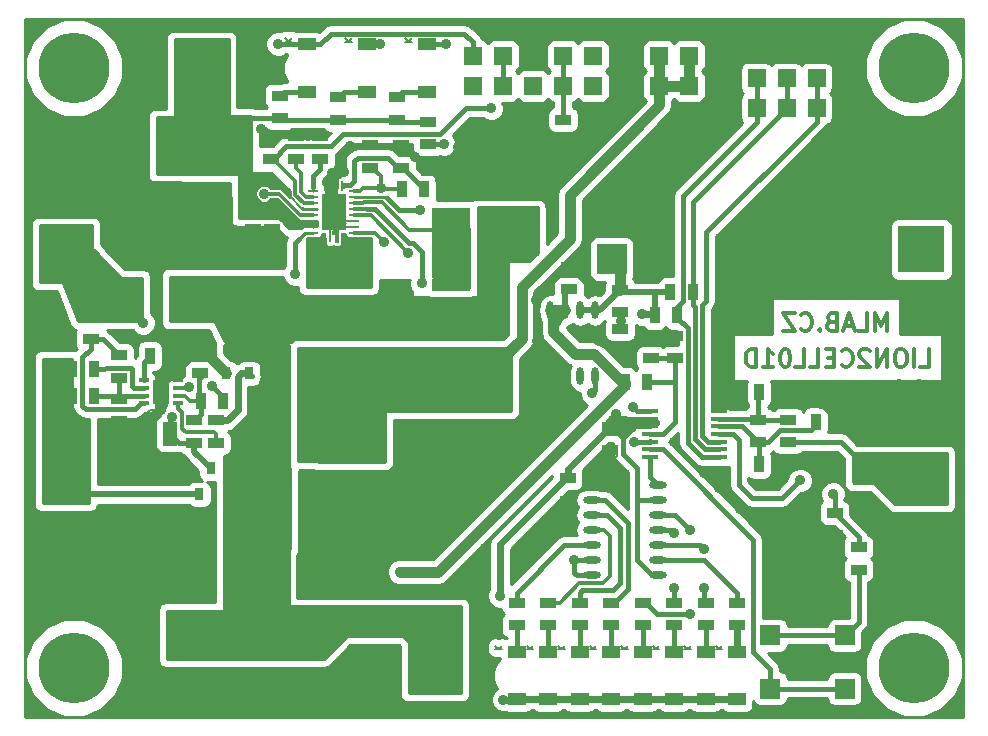
<source format=gbr>
%TF.GenerationSoftware,KiCad,Pcbnew,6.0.4-6f826c9f35~116~ubuntu20.04.1*%
%TF.CreationDate,2022-07-20T11:28:41+00:00*%
%TF.ProjectId,LION2CELL01D,4c494f4e-3243-4454-9c4c-3031442e6b69,rev?*%
%TF.SameCoordinates,Original*%
%TF.FileFunction,Copper,L2,Bot*%
%TF.FilePolarity,Positive*%
%FSLAX46Y46*%
G04 Gerber Fmt 4.6, Leading zero omitted, Abs format (unit mm)*
G04 Created by KiCad (PCBNEW 6.0.4-6f826c9f35~116~ubuntu20.04.1) date 2022-07-20 11:28:41*
%MOMM*%
%LPD*%
G01*
G04 APERTURE LIST*
G04 Aperture macros list*
%AMOutline4P*
0 Free polygon, 4 corners , with rotation*
0 The origin of the aperture is its center*
0 number of corners: always 4*
0 $1 to $8 corner X, Y*
0 $9 Rotation angle, in degrees counterclockwise*
0 create outline with 4 corners*
4,1,4,$1,$2,$3,$4,$5,$6,$7,$8,$1,$2,$9*%
G04 Aperture macros list end*
%ADD10C,0.300000*%
%TA.AperFunction,NonConductor*%
%ADD11C,0.300000*%
%TD*%
%TA.AperFunction,EtchedComponent*%
%ADD12C,0.150000*%
%TD*%
%TA.AperFunction,ComponentPad*%
%ADD13R,1.524000X1.524000*%
%TD*%
%TA.AperFunction,ComponentPad*%
%ADD14R,3.810000X3.810000*%
%TD*%
%TA.AperFunction,ComponentPad*%
%ADD15C,6.000000*%
%TD*%
%TA.AperFunction,ComponentPad*%
%ADD16R,1.676400X1.676400*%
%TD*%
%TA.AperFunction,ComponentPad*%
%ADD17R,4.000000X4.000000*%
%TD*%
%TA.AperFunction,SMDPad,CuDef*%
%ADD18R,1.397000X0.889000*%
%TD*%
%TA.AperFunction,SMDPad,CuDef*%
%ADD19R,0.889000X1.397000*%
%TD*%
%TA.AperFunction,SMDPad,CuDef*%
%ADD20R,2.499360X1.800860*%
%TD*%
%TA.AperFunction,SMDPad,CuDef*%
%ADD21R,1.800860X2.499360*%
%TD*%
%TA.AperFunction,SMDPad,CuDef*%
%ADD22R,1.500000X1.050000*%
%TD*%
%TA.AperFunction,SMDPad,CuDef*%
%ADD23R,5.500000X3.000000*%
%TD*%
%TA.AperFunction,SMDPad,CuDef*%
%ADD24R,0.800100X1.000760*%
%TD*%
%TA.AperFunction,SMDPad,CuDef*%
%ADD25R,3.200000X1.000000*%
%TD*%
%TA.AperFunction,SMDPad,CuDef*%
%ADD26R,0.850000X0.350000*%
%TD*%
%TA.AperFunction,SMDPad,CuDef*%
%ADD27R,1.400000X2.000000*%
%TD*%
%TA.AperFunction,SMDPad,CuDef*%
%ADD28O,1.473200X0.609600*%
%TD*%
%TA.AperFunction,SMDPad,CuDef*%
%ADD29R,1.450000X0.450000*%
%TD*%
%TA.AperFunction,SMDPad,CuDef*%
%ADD30R,0.280000X0.850000*%
%TD*%
%TA.AperFunction,SMDPad,CuDef*%
%ADD31R,0.850000X0.280000*%
%TD*%
%TA.AperFunction,SMDPad,CuDef*%
%ADD32R,0.280000X1.125000*%
%TD*%
%TA.AperFunction,SMDPad,CuDef*%
%ADD33R,0.400000X0.450000*%
%TD*%
%TA.AperFunction,ComponentPad*%
%ADD34C,0.600000*%
%TD*%
%TA.AperFunction,SMDPad,CuDef*%
%ADD35Outline4P,-0.562500X-0.140000X0.562500X-0.140000X0.562500X0.140000X-0.562500X0.140000X90.000000*%
%TD*%
%TA.AperFunction,SMDPad,CuDef*%
%ADD36R,2.050000X3.050000*%
%TD*%
%TA.AperFunction,SMDPad,CuDef*%
%ADD37R,2.499360X2.550160*%
%TD*%
%TA.AperFunction,SMDPad,CuDef*%
%ADD38R,2.550160X2.700020*%
%TD*%
%TA.AperFunction,SMDPad,CuDef*%
%ADD39R,3.330000X3.810000*%
%TD*%
%TA.AperFunction,SMDPad,CuDef*%
%ADD40R,1.200000X2.000000*%
%TD*%
%TA.AperFunction,SMDPad,CuDef*%
%ADD41O,0.609600X1.473200*%
%TD*%
%TA.AperFunction,ViaPad*%
%ADD42C,0.890000*%
%TD*%
%TA.AperFunction,Conductor*%
%ADD43C,0.400000*%
%TD*%
%TA.AperFunction,Conductor*%
%ADD44C,0.890000*%
%TD*%
%TA.AperFunction,Conductor*%
%ADD45C,0.500000*%
%TD*%
%TA.AperFunction,Conductor*%
%ADD46C,0.180000*%
%TD*%
%TA.AperFunction,Conductor*%
%ADD47C,0.300000*%
%TD*%
%TA.AperFunction,Conductor*%
%ADD48C,0.600000*%
%TD*%
%TA.AperFunction,Conductor*%
%ADD49C,0.254000*%
%TD*%
%TA.AperFunction,Conductor*%
%ADD50C,0.200000*%
%TD*%
%TA.AperFunction,Conductor*%
%ADD51C,0.250000*%
%TD*%
G04 APERTURE END LIST*
D10*
D11*
X73917428Y33611428D02*
X73917428Y35111428D01*
X73417428Y34040000D01*
X72917428Y35111428D01*
X72917428Y33611428D01*
X71488857Y33611428D02*
X72203142Y33611428D01*
X72203142Y35111428D01*
X71060285Y34040000D02*
X70346000Y34040000D01*
X71203142Y33611428D02*
X70703142Y35111428D01*
X70203142Y33611428D01*
X69203142Y34397142D02*
X68988857Y34325714D01*
X68917428Y34254285D01*
X68846000Y34111428D01*
X68846000Y33897142D01*
X68917428Y33754285D01*
X68988857Y33682857D01*
X69131714Y33611428D01*
X69703142Y33611428D01*
X69703142Y35111428D01*
X69203142Y35111428D01*
X69060285Y35040000D01*
X68988857Y34968571D01*
X68917428Y34825714D01*
X68917428Y34682857D01*
X68988857Y34540000D01*
X69060285Y34468571D01*
X69203142Y34397142D01*
X69703142Y34397142D01*
X68203142Y33754285D02*
X68131714Y33682857D01*
X68203142Y33611428D01*
X68274571Y33682857D01*
X68203142Y33754285D01*
X68203142Y33611428D01*
X66631714Y33754285D02*
X66703142Y33682857D01*
X66917428Y33611428D01*
X67060285Y33611428D01*
X67274571Y33682857D01*
X67417428Y33825714D01*
X67488857Y33968571D01*
X67560285Y34254285D01*
X67560285Y34468571D01*
X67488857Y34754285D01*
X67417428Y34897142D01*
X67274571Y35040000D01*
X67060285Y35111428D01*
X66917428Y35111428D01*
X66703142Y35040000D01*
X66631714Y34968571D01*
X66131714Y35111428D02*
X65131714Y35111428D01*
X66131714Y33611428D01*
X65131714Y33611428D01*
D10*
D11*
X76723000Y30563428D02*
X77437285Y30563428D01*
X77437285Y32063428D01*
X76223000Y30563428D02*
X76223000Y32063428D01*
X75223000Y32063428D02*
X74937285Y32063428D01*
X74794428Y31992000D01*
X74651571Y31849142D01*
X74580142Y31563428D01*
X74580142Y31063428D01*
X74651571Y30777714D01*
X74794428Y30634857D01*
X74937285Y30563428D01*
X75223000Y30563428D01*
X75365857Y30634857D01*
X75508714Y30777714D01*
X75580142Y31063428D01*
X75580142Y31563428D01*
X75508714Y31849142D01*
X75365857Y31992000D01*
X75223000Y32063428D01*
X73937285Y30563428D02*
X73937285Y32063428D01*
X73080142Y30563428D01*
X73080142Y32063428D01*
X72437285Y31920571D02*
X72365857Y31992000D01*
X72223000Y32063428D01*
X71865857Y32063428D01*
X71723000Y31992000D01*
X71651571Y31920571D01*
X71580142Y31777714D01*
X71580142Y31634857D01*
X71651571Y31420571D01*
X72508714Y30563428D01*
X71580142Y30563428D01*
X70080142Y30706285D02*
X70151571Y30634857D01*
X70365857Y30563428D01*
X70508714Y30563428D01*
X70723000Y30634857D01*
X70865857Y30777714D01*
X70937285Y30920571D01*
X71008714Y31206285D01*
X71008714Y31420571D01*
X70937285Y31706285D01*
X70865857Y31849142D01*
X70723000Y31992000D01*
X70508714Y32063428D01*
X70365857Y32063428D01*
X70151571Y31992000D01*
X70080142Y31920571D01*
X69437285Y31349142D02*
X68937285Y31349142D01*
X68723000Y30563428D02*
X69437285Y30563428D01*
X69437285Y32063428D01*
X68723000Y32063428D01*
X67365857Y30563428D02*
X68080142Y30563428D01*
X68080142Y32063428D01*
X66151571Y30563428D02*
X66865857Y30563428D01*
X66865857Y32063428D01*
X65365857Y32063428D02*
X65223000Y32063428D01*
X65080142Y31992000D01*
X65008714Y31920571D01*
X64937285Y31777714D01*
X64865857Y31492000D01*
X64865857Y31134857D01*
X64937285Y30849142D01*
X65008714Y30706285D01*
X65080142Y30634857D01*
X65223000Y30563428D01*
X65365857Y30563428D01*
X65508714Y30634857D01*
X65580142Y30706285D01*
X65651571Y30849142D01*
X65723000Y31134857D01*
X65723000Y31492000D01*
X65651571Y31777714D01*
X65580142Y31920571D01*
X65508714Y31992000D01*
X65365857Y32063428D01*
X63437285Y30563428D02*
X64294428Y30563428D01*
X63865857Y30563428D02*
X63865857Y32063428D01*
X64008714Y31849142D01*
X64151571Y31706285D01*
X64294428Y31634857D01*
X62794428Y30563428D02*
X62794428Y32063428D01*
X62437285Y32063428D01*
X62223000Y31992000D01*
X62080142Y31849142D01*
X62008714Y31706285D01*
X61937285Y31420571D01*
X61937285Y31206285D01*
X62008714Y30920571D01*
X62080142Y30777714D01*
X62223000Y30634857D01*
X62437285Y30563428D01*
X62794428Y30563428D01*
D12*
%TO.C,D3*%
X23258780Y58094880D02*
X22953980Y58414920D01*
X23515320Y58102500D02*
X22946360Y58097420D01*
X23243540Y58132980D02*
X23515320Y58407300D01*
%TO.C,D4*%
X28338780Y58094880D02*
X28033980Y58414920D01*
X28595320Y58102500D02*
X28026360Y58097420D01*
X28323540Y58132980D02*
X28595320Y58407300D01*
%TO.C,D7*%
X41295320Y6667500D02*
X40726360Y6662420D01*
X41023540Y6697980D02*
X41295320Y6972300D01*
X41038780Y6659880D02*
X40733980Y6979920D01*
%TO.C,D8*%
X43962320Y6667500D02*
X43393360Y6662420D01*
X43690540Y6697980D02*
X43962320Y6972300D01*
X43705780Y6659880D02*
X43400980Y6979920D01*
%TO.C,D9*%
X46629320Y6667500D02*
X46060360Y6662420D01*
X46372780Y6659880D02*
X46067980Y6979920D01*
X46357540Y6697980D02*
X46629320Y6972300D01*
%TO.C,D10*%
X49296320Y6667500D02*
X48727360Y6662420D01*
X49039780Y6659880D02*
X48734980Y6979920D01*
X49024540Y6697980D02*
X49296320Y6972300D01*
%TO.C,D11*%
X51691540Y6697980D02*
X51963320Y6972300D01*
X51963320Y6667500D02*
X51394360Y6662420D01*
X51706780Y6659880D02*
X51401980Y6979920D01*
%TO.C,D12*%
X54373780Y6659880D02*
X54068980Y6979920D01*
X54358540Y6697980D02*
X54630320Y6972300D01*
X54630320Y6667500D02*
X54061360Y6662420D01*
%TO.C,D13*%
X57025540Y6697980D02*
X57297320Y6972300D01*
X57040780Y6659880D02*
X56735980Y6979920D01*
X57297320Y6667500D02*
X56728360Y6662420D01*
%TO.C,D5*%
X33675320Y58102500D02*
X33106360Y58097420D01*
X33418780Y58094880D02*
X33113980Y58414920D01*
X33403540Y58132980D02*
X33675320Y58407300D01*
%TO.C,D14*%
X59692540Y6697980D02*
X59964320Y6972300D01*
X59964320Y6667500D02*
X59395360Y6662420D01*
X59707780Y6659880D02*
X59402980Y6979920D01*
%TD*%
D13*
%TO.P,J1,1*%
%TO.N,GND*%
X19558000Y57150000D03*
%TO.P,J1,2*%
X19558000Y54610000D03*
%TO.P,J1,3*%
%TO.N,Net-(C2-Pad1)*%
X17018000Y57150000D03*
%TO.P,J1,4*%
X17018000Y54610000D03*
%TO.P,J1,5*%
X14478000Y57150000D03*
%TO.P,J1,6*%
X14478000Y54610000D03*
%TO.P,J1,7*%
%TO.N,GND*%
X11938000Y57150000D03*
%TO.P,J1,8*%
X11938000Y54610000D03*
%TD*%
%TO.P,J2,1*%
%TO.N,/STAT1*%
X49022000Y56896000D03*
%TO.P,J2,2*%
X49022000Y54356000D03*
%TD*%
%TO.P,J3,1*%
%TO.N,/PG*%
X38862000Y54356000D03*
%TO.P,J3,2*%
X38862000Y56896000D03*
%TD*%
%TO.P,J4,1*%
%TO.N,/CMODE*%
X43942000Y54356000D03*
%TO.P,J4,2*%
%TO.N,GND*%
X43942000Y56896000D03*
%TD*%
%TO.P,J5,1*%
%TO.N,/CE*%
X46482000Y56896000D03*
%TO.P,J5,2*%
X46482000Y54356000D03*
%TD*%
%TO.P,J6,1*%
%TO.N,/STAT2*%
X41402000Y56896000D03*
%TO.P,J6,2*%
X41402000Y54356000D03*
%TD*%
%TO.P,J7,1*%
%TO.N,GND*%
X31750000Y3810000D03*
%TO.P,J7,2*%
X31750000Y6350000D03*
%TO.P,J7,3*%
%TO.N,/BATTERY+*%
X34290000Y3810000D03*
%TO.P,J7,4*%
X34290000Y6350000D03*
%TO.P,J7,5*%
X36830000Y3810000D03*
%TO.P,J7,6*%
X36830000Y6350000D03*
%TO.P,J7,7*%
%TO.N,GND*%
X39370000Y3810000D03*
%TO.P,J7,8*%
X39370000Y6350000D03*
%TD*%
D14*
%TO.P,J9,1*%
%TO.N,GND*%
X19939000Y2921000D03*
X14939000Y2921000D03*
%TD*%
D13*
%TO.P,J10,1*%
%TO.N,/SDA*%
X62865000Y54991000D03*
%TO.P,J10,2*%
X62865000Y52451000D03*
%TD*%
%TO.P,J11,1*%
%TO.N,/SCL*%
X65405000Y54991000D03*
%TO.P,J11,2*%
X65405000Y52451000D03*
%TD*%
%TO.P,J12,1*%
%TO.N,/HDQ*%
X67945000Y54991000D03*
%TO.P,J12,2*%
X67945000Y52451000D03*
%TD*%
%TO.P,J13,1*%
%TO.N,GND*%
X59690000Y56896000D03*
%TO.P,J13,2*%
X59690000Y54356000D03*
%TO.P,J13,3*%
%TO.N,Net-(C10-Pad1)*%
X57150000Y56896000D03*
%TO.P,J13,4*%
X57150000Y54356000D03*
%TO.P,J13,5*%
X54610000Y56896000D03*
%TO.P,J13,6*%
X54610000Y54356000D03*
%TO.P,J13,7*%
%TO.N,GND*%
X52070000Y56896000D03*
%TO.P,J13,8*%
X52070000Y54356000D03*
%TD*%
D15*
%TO.P,P1,1*%
%TO.N,N/C*%
X76200000Y5080000D03*
%TD*%
%TO.P,P2,1*%
%TO.N,N/C*%
X5080000Y55880000D03*
%TD*%
%TO.P,P3,1*%
%TO.N,N/C*%
X5080000Y5080000D03*
%TD*%
%TO.P,P4,1*%
%TO.N,N/C*%
X76200000Y55880000D03*
%TD*%
D14*
%TO.P,J8,1*%
%TO.N,/BATTERY+*%
X14939000Y7874000D03*
X19939000Y7874000D03*
%TD*%
D16*
%TO.P,SW1,1*%
%TO.N,Net-(R20-Pad1)*%
X64033000Y7838000D03*
X70333000Y7838000D03*
%TO.P,SW1,2*%
%TO.N,Net-(SW1-Pad2)*%
X64033000Y3338000D03*
X70333000Y3338000D03*
%TD*%
D13*
%TO.P,J14,1*%
%TO.N,GND*%
X70485000Y54991000D03*
%TO.P,J14,2*%
X70485000Y52451000D03*
%TD*%
D17*
%TO.P,BT1,1*%
%TO.N,/BAT+*%
X4326500Y40511000D03*
%TO.P,BT1,2*%
%TO.N,/BAT-MIDPOINT*%
X76826500Y40511000D03*
%TO.P,BT1,3*%
X4326500Y21211000D03*
%TO.P,BT1,4*%
%TO.N,/BATTERY-*%
X76826500Y21211000D03*
%TD*%
D18*
%TO.P,C1,1*%
%TO.N,Net-(C1-Pad1)*%
X8890000Y27876500D03*
%TO.P,C1,2*%
%TO.N,GND*%
X8890000Y25971500D03*
%TD*%
D19*
%TO.P,C5,1*%
%TO.N,Net-(C5-Pad1)*%
X11493500Y31496000D03*
%TO.P,C5,2*%
%TO.N,GND*%
X13398500Y31496000D03*
%TD*%
D18*
%TO.P,C6,1*%
%TO.N,/CMODE*%
X21717000Y48196500D03*
%TO.P,C6,2*%
%TO.N,GND*%
X21717000Y50101500D03*
%TD*%
%TO.P,C7,1*%
%TO.N,Net-(C2-Pad1)*%
X21869400Y44132500D03*
%TO.P,C7,2*%
%TO.N,GND*%
X21869400Y42227500D03*
%TD*%
%TO.P,C8,1*%
%TO.N,Net-(C8-Pad1)*%
X15748000Y30035500D03*
%TO.P,C8,2*%
%TO.N,GND*%
X15748000Y31940500D03*
%TD*%
%TO.P,C9,1*%
%TO.N,Net-(C9-Pad1)*%
X32766000Y47434500D03*
%TO.P,C9,2*%
%TO.N,GND*%
X32766000Y49339500D03*
%TD*%
%TO.P,C11,1*%
%TO.N,Net-(C10-Pad1)*%
X24765000Y23431500D03*
%TO.P,C11,2*%
%TO.N,GND*%
X24765000Y21526500D03*
%TD*%
%TO.P,C12,1*%
%TO.N,+3V3*%
X50419000Y25463500D03*
%TO.P,C12,2*%
%TO.N,GND*%
X50419000Y23558500D03*
%TD*%
%TO.P,C13,1*%
%TO.N,Net-(C13-Pad1)*%
X62992000Y26098500D03*
%TO.P,C13,2*%
%TO.N,Net-(C13-Pad2)*%
X62992000Y24193500D03*
%TD*%
%TO.P,C14,1*%
%TO.N,Net-(C14-Pad1)*%
X69469000Y18224500D03*
%TO.P,C14,2*%
%TO.N,GND*%
X69469000Y16319500D03*
%TD*%
D19*
%TO.P,C15,1*%
%TO.N,Net-(C13-Pad2)*%
X63055500Y22352000D03*
%TO.P,C15,2*%
%TO.N,GND*%
X64960500Y22352000D03*
%TD*%
%TO.P,C16,1*%
%TO.N,Net-(C13-Pad1)*%
X63055500Y28448000D03*
%TO.P,C16,2*%
%TO.N,GND*%
X64960500Y28448000D03*
%TD*%
D18*
%TO.P,C17,1*%
%TO.N,Net-(C17-Pad1)*%
X53911500Y31305500D03*
%TO.P,C17,2*%
%TO.N,GND*%
X53911500Y33210500D03*
%TD*%
%TO.P,C18,1*%
%TO.N,+3V3*%
X46863000Y21145500D03*
%TO.P,C18,2*%
%TO.N,GND*%
X46863000Y19240500D03*
%TD*%
D20*
%TO.P,D1,1*%
%TO.N,GND*%
X9718040Y49276000D03*
%TO.P,D1,2*%
%TO.N,Net-(C2-Pad1)*%
X13716000Y49276000D03*
%TD*%
D21*
%TO.P,D2,1*%
%TO.N,GND*%
X18542000Y40098980D03*
%TO.P,D2,2*%
%TO.N,/BATTERY+*%
X18542000Y36101020D03*
%TD*%
D22*
%TO.P,D3,1*%
%TO.N,Net-(D3-Pad1)*%
X24765000Y53880000D03*
%TO.P,D3,2*%
%TO.N,/PG*%
X24765000Y57880000D03*
%TD*%
%TO.P,D4,1*%
%TO.N,Net-(D4-Pad1)*%
X29845000Y53880000D03*
%TO.P,D4,2*%
%TO.N,/STAT2*%
X29845000Y57880000D03*
%TD*%
%TO.P,D7,1*%
%TO.N,+3V3*%
X42545000Y2445000D03*
%TO.P,D7,2*%
%TO.N,Net-(D7-Pad2)*%
X42545000Y6445000D03*
%TD*%
%TO.P,D8,1*%
%TO.N,+3V3*%
X45212000Y2445000D03*
%TO.P,D8,2*%
%TO.N,Net-(D8-Pad2)*%
X45212000Y6445000D03*
%TD*%
%TO.P,D9,1*%
%TO.N,+3V3*%
X47879000Y2445000D03*
%TO.P,D9,2*%
%TO.N,Net-(D9-Pad2)*%
X47879000Y6445000D03*
%TD*%
%TO.P,D10,1*%
%TO.N,+3V3*%
X50546000Y2445000D03*
%TO.P,D10,2*%
%TO.N,Net-(D10-Pad2)*%
X50546000Y6445000D03*
%TD*%
%TO.P,D11,1*%
%TO.N,+3V3*%
X53213000Y2445000D03*
%TO.P,D11,2*%
%TO.N,Net-(D11-Pad2)*%
X53213000Y6445000D03*
%TD*%
%TO.P,D12,1*%
%TO.N,+3V3*%
X55880000Y2445000D03*
%TO.P,D12,2*%
%TO.N,Net-(D12-Pad2)*%
X55880000Y6445000D03*
%TD*%
%TO.P,D13,1*%
%TO.N,+3V3*%
X58547000Y2445000D03*
%TO.P,D13,2*%
%TO.N,Net-(D13-Pad2)*%
X58547000Y6445000D03*
%TD*%
D23*
%TO.P,L1,1*%
%TO.N,Net-(L1-Pad1)*%
X27559000Y38909000D03*
%TO.P,L1,2*%
%TO.N,Net-(C10-Pad1)*%
X27559000Y28909000D03*
%TD*%
D24*
%TO.P,Q1,D*%
%TO.N,/BATTERY+*%
X18923000Y32214820D03*
%TO.P,Q1,G*%
%TO.N,Net-(Q1-PadG)*%
X19875500Y30015180D03*
%TO.P,Q1,S*%
%TO.N,GND*%
X17970500Y30015180D03*
%TD*%
D18*
%TO.P,R1,1*%
%TO.N,Net-(C4-Pad1)*%
X6477000Y32956500D03*
%TO.P,R1,2*%
%TO.N,/BAT+*%
X6477000Y34861500D03*
%TD*%
D19*
%TO.P,R3,1*%
%TO.N,Net-(R3-Pad1)*%
X6794500Y30353000D03*
%TO.P,R3,2*%
%TO.N,/BAT-MIDPOINT*%
X4889500Y30353000D03*
%TD*%
D18*
%TO.P,R5,1*%
%TO.N,Net-(C2-Pad1)*%
X35052000Y51308000D03*
%TO.P,R5,2*%
%TO.N,Net-(R5-Pad2)*%
X35052000Y49403000D03*
%TD*%
%TO.P,R6,1*%
%TO.N,Net-(C2-Pad1)*%
X22479000Y51625500D03*
%TO.P,R6,2*%
%TO.N,Net-(D3-Pad1)*%
X22479000Y53530500D03*
%TD*%
%TO.P,R7,1*%
%TO.N,Net-(C2-Pad1)*%
X27432000Y51498500D03*
%TO.P,R7,2*%
%TO.N,Net-(D4-Pad1)*%
X27432000Y53403500D03*
%TD*%
%TO.P,R8,1*%
%TO.N,Net-(C2-Pad1)*%
X32385000Y51498500D03*
%TO.P,R8,2*%
%TO.N,Net-(D5-Pad1)*%
X32385000Y53403500D03*
%TD*%
D19*
%TO.P,R9,1*%
%TO.N,Net-(C8-Pad1)*%
X15811500Y27686000D03*
%TO.P,R9,2*%
%TO.N,/BAT+*%
X17716500Y27686000D03*
%TD*%
D18*
%TO.P,R10,1*%
%TO.N,Net-(Q1-PadG)*%
X17081500Y26035000D03*
%TO.P,R10,2*%
%TO.N,Net-(R10-Pad2)*%
X17081500Y24130000D03*
%TD*%
%TO.P,R11,1*%
%TO.N,Net-(R11-Pad1)*%
X25908000Y48196500D03*
%TO.P,R11,2*%
%TO.N,GND*%
X25908000Y50101500D03*
%TD*%
%TO.P,R12,1*%
%TO.N,Net-(R12-Pad1)*%
X23876000Y48196500D03*
%TO.P,R12,2*%
%TO.N,GND*%
X23876000Y50101500D03*
%TD*%
D19*
%TO.P,R13,1*%
%TO.N,Net-(R13-Pad1)*%
X32829500Y45593000D03*
%TO.P,R13,2*%
%TO.N,Net-(C9-Pad1)*%
X34734500Y45593000D03*
%TD*%
D25*
%TO.P,R16,1*%
%TO.N,Net-(F3-Pad1)*%
X36957000Y37517000D03*
%TO.P,R16,2*%
%TO.N,Net-(C10-Pad1)*%
X36957000Y31317000D03*
%TD*%
D18*
%TO.P,R18,1*%
%TO.N,/BATTERY-*%
X65532000Y24193500D03*
%TO.P,R18,2*%
%TO.N,Net-(C13-Pad1)*%
X65532000Y26098500D03*
%TD*%
D19*
%TO.P,R19,1*%
%TO.N,GND*%
X69786500Y25908000D03*
%TO.P,R19,2*%
%TO.N,Net-(C13-Pad2)*%
X67881500Y25908000D03*
%TD*%
D18*
%TO.P,R20,1*%
%TO.N,Net-(R20-Pad1)*%
X71501000Y13398500D03*
%TO.P,R20,2*%
%TO.N,Net-(C14-Pad1)*%
X71501000Y15303500D03*
%TD*%
%TO.P,R21,1*%
%TO.N,/CB_EN*%
X15240000Y24130000D03*
%TO.P,R21,2*%
%TO.N,Net-(C8-Pad1)*%
X15240000Y26035000D03*
%TD*%
%TO.P,R23,1*%
%TO.N,GND*%
X55943500Y33210500D03*
%TO.P,R23,2*%
%TO.N,Net-(C17-Pad1)*%
X55943500Y31305500D03*
%TD*%
D19*
%TO.P,R24,1*%
%TO.N,/BAT+*%
X51689000Y29273500D03*
%TO.P,R24,2*%
%TO.N,Net-(C17-Pad1)*%
X53594000Y29273500D03*
%TD*%
D18*
%TO.P,R25,1*%
%TO.N,Net-(R25-Pad1)*%
X51308000Y35179000D03*
%TO.P,R25,2*%
%TO.N,+3V3*%
X51308000Y37084000D03*
%TD*%
%TO.P,R26,1*%
%TO.N,GND*%
X51308000Y31877000D03*
%TO.P,R26,2*%
%TO.N,Net-(R25-Pad1)*%
X51308000Y33782000D03*
%TD*%
%TO.P,R27,1*%
%TO.N,Net-(D7-Pad2)*%
X42545000Y8699500D03*
%TO.P,R27,2*%
%TO.N,Net-(R27-Pad2)*%
X42545000Y10604500D03*
%TD*%
%TO.P,R28,1*%
%TO.N,Net-(D8-Pad2)*%
X45212000Y8699500D03*
%TO.P,R28,2*%
%TO.N,Net-(R28-Pad2)*%
X45212000Y10604500D03*
%TD*%
%TO.P,R29,1*%
%TO.N,Net-(D9-Pad2)*%
X47879000Y8699500D03*
%TO.P,R29,2*%
%TO.N,Net-(R29-Pad2)*%
X47879000Y10604500D03*
%TD*%
%TO.P,R30,1*%
%TO.N,Net-(D10-Pad2)*%
X50546000Y8699500D03*
%TO.P,R30,2*%
%TO.N,Net-(R30-Pad2)*%
X50546000Y10604500D03*
%TD*%
%TO.P,R31,1*%
%TO.N,Net-(D11-Pad2)*%
X53213000Y8699500D03*
%TO.P,R31,2*%
%TO.N,Net-(R31-Pad2)*%
X53213000Y10604500D03*
%TD*%
%TO.P,R32,1*%
%TO.N,Net-(D12-Pad2)*%
X55880000Y8699500D03*
%TO.P,R32,2*%
%TO.N,Net-(R32-Pad2)*%
X55880000Y10604500D03*
%TD*%
%TO.P,R33,1*%
%TO.N,Net-(D13-Pad2)*%
X58547000Y8699500D03*
%TO.P,R33,2*%
%TO.N,Net-(R33-Pad2)*%
X58547000Y10604500D03*
%TD*%
D26*
%TO.P,U1,1*%
%TO.N,Net-(C4-Pad1)*%
X10971000Y27473000D03*
%TO.P,U1,2*%
%TO.N,Net-(C1-Pad1)*%
X10971000Y28123000D03*
%TO.P,U1,3*%
%TO.N,Net-(R3-Pad1)*%
X10971000Y28773000D03*
%TO.P,U1,4*%
%TO.N,Net-(C5-Pad1)*%
X10971000Y29423000D03*
%TO.P,U1,5*%
%TO.N,GND*%
X13921000Y29423000D03*
%TO.P,U1,6*%
%TO.N,/CB_EN*%
X13921000Y28773000D03*
%TO.P,U1,7*%
%TO.N,Net-(C8-Pad1)*%
X13921000Y28123000D03*
%TO.P,U1,8*%
%TO.N,Net-(R10-Pad2)*%
X13921000Y27473000D03*
D27*
%TO.P,U1,9*%
%TO.N,GND*%
X12446000Y28448000D03*
%TD*%
D28*
%TO.P,U4,1*%
%TO.N,/P1*%
X48895000Y12954000D03*
%TO.P,U4,2*%
X48895000Y14224000D03*
%TO.P,U4,3*%
%TO.N,Net-(R27-Pad2)*%
X48895000Y15494000D03*
%TO.P,U4,4*%
%TO.N,Net-(R28-Pad2)*%
X48895000Y16764000D03*
%TO.P,U4,5*%
%TO.N,Net-(R29-Pad2)*%
X48895000Y18034000D03*
%TO.P,U4,6*%
%TO.N,Net-(R30-Pad2)*%
X48895000Y19304000D03*
%TO.P,U4,7*%
%TO.N,GND*%
X48895000Y20574000D03*
%TO.P,U4,8*%
%TO.N,/P2*%
X54483000Y20574000D03*
%TO.P,U4,9*%
%TO.N,+3V3*%
X54483000Y19304000D03*
%TO.P,U4,10*%
%TO.N,Net-(R31-Pad2)*%
X54483000Y18034000D03*
%TO.P,U4,11*%
%TO.N,Net-(R32-Pad2)*%
X54483000Y16764000D03*
%TO.P,U4,12*%
%TO.N,Net-(R33-Pad2)*%
X54483000Y15494000D03*
%TO.P,U4,13*%
%TO.N,Net-(R34-Pad2)*%
X54483000Y14224000D03*
%TO.P,U4,14*%
%TO.N,+3V3*%
X54483000Y12954000D03*
%TD*%
D29*
%TO.P,U3,1*%
%TO.N,/P2*%
X53819000Y22942000D03*
%TO.P,U3,2*%
%TO.N,Net-(SW1-Pad2)*%
X53819000Y23592000D03*
%TO.P,U3,3*%
%TO.N,/P1*%
X53819000Y24242000D03*
%TO.P,U3,4*%
%TO.N,Net-(C17-Pad1)*%
X53819000Y24892000D03*
%TO.P,U3,5*%
%TO.N,+3V3*%
X53819000Y25542000D03*
%TO.P,U3,6*%
X53819000Y26192000D03*
%TO.P,U3,7*%
%TO.N,Net-(C14-Pad1)*%
X53819000Y26842000D03*
%TO.P,U3,8*%
%TO.N,GND*%
X59719000Y26842000D03*
%TO.P,U3,9*%
%TO.N,Net-(C13-Pad1)*%
X59719000Y26192000D03*
%TO.P,U3,10*%
%TO.N,Net-(C13-Pad2)*%
X59719000Y25542000D03*
%TO.P,U3,11*%
%TO.N,Net-(R17-Pad2)*%
X59719000Y24892000D03*
%TO.P,U3,12*%
%TO.N,/HDQ*%
X59719000Y24242000D03*
%TO.P,U3,13*%
%TO.N,/SCL*%
X59719000Y23592000D03*
%TO.P,U3,14*%
%TO.N,/SDA*%
X59719000Y22942000D03*
%TD*%
D18*
%TO.P,R4,1*%
%TO.N,/CE*%
X46482000Y51498500D03*
%TO.P,R4,2*%
%TO.N,GND*%
X46482000Y49593500D03*
%TD*%
%TO.P,R14,1*%
%TO.N,GND*%
X30099000Y49339500D03*
%TO.P,R14,2*%
%TO.N,Net-(R13-Pad1)*%
X30099000Y47434500D03*
%TD*%
D30*
%TO.P,U2,1*%
%TO.N,Net-(L1-Pad1)*%
X26301000Y41463000D03*
D31*
%TO.P,U2,2*%
%TO.N,/STAT1*%
X25326000Y41938000D03*
%TO.P,U2,3*%
%TO.N,Net-(C2-Pad1)*%
X25326000Y42438000D03*
%TO.P,U2,4*%
X25326000Y42938000D03*
%TO.P,U2,5*%
%TO.N,/PG*%
X25326000Y43438000D03*
%TO.P,U2,6*%
%TO.N,Net-(C2-Pad1)*%
X25326000Y43938000D03*
%TO.P,U2,7*%
%TO.N,/CMODE*%
X25326000Y44438000D03*
%TO.P,U2,8*%
%TO.N,Net-(R12-Pad1)*%
X25326000Y44938000D03*
%TO.P,U2,9*%
%TO.N,Net-(R11-Pad1)*%
X25326000Y45438000D03*
D30*
%TO.P,U2,10*%
%TO.N,GND*%
X26301000Y45913000D03*
%TO.P,U2,11*%
%TO.N,Net-(C9-Pad1)*%
X27801000Y45913000D03*
D31*
%TO.P,U2,12*%
%TO.N,Net-(R13-Pad1)*%
X28776000Y45438000D03*
%TO.P,U2,13*%
%TO.N,Net-(R5-Pad2)*%
X28776000Y44938000D03*
%TO.P,U2,14*%
%TO.N,Net-(F3-Pad1)*%
X28776000Y44438000D03*
%TO.P,U2,15*%
%TO.N,Net-(C10-Pad1)*%
X28776000Y43938000D03*
%TO.P,U2,16*%
%TO.N,/CE*%
X28776000Y43438000D03*
%TO.P,U2,17*%
%TO.N,GND*%
X28776000Y42938000D03*
%TO.P,U2,18*%
X28776000Y42438000D03*
%TO.P,U2,19*%
%TO.N,/STAT2*%
X28776000Y41938000D03*
D30*
%TO.P,U2,20*%
%TO.N,Net-(L1-Pad1)*%
X27801000Y41463000D03*
D32*
%TO.P,U2,21*%
%TO.N,GND*%
X26751000Y45763000D03*
X27351000Y45763000D03*
D33*
X27051000Y45438000D03*
D34*
X27686000Y42545000D03*
X27686000Y44831000D03*
D35*
X27351000Y41613000D03*
D33*
X27051000Y41938000D03*
D36*
X27051000Y43688000D03*
D34*
X26416000Y42545000D03*
D32*
X26751000Y41613000D03*
D34*
X26416000Y44831000D03*
X27051000Y43688000D03*
%TD*%
D22*
%TO.P,D5,1*%
%TO.N,Net-(D5-Pad1)*%
X34925000Y53880000D03*
%TO.P,D5,2*%
%TO.N,/STAT1*%
X34925000Y57880000D03*
%TD*%
D18*
%TO.P,C4,1*%
%TO.N,Net-(C4-Pad1)*%
X8890000Y31559500D03*
%TO.P,C4,2*%
%TO.N,Net-(C1-Pad1)*%
X8890000Y29654500D03*
%TD*%
%TO.P,C3,1*%
%TO.N,Net-(C2-Pad1)*%
X20193000Y44132500D03*
%TO.P,C3,2*%
%TO.N,GND*%
X20193000Y42227500D03*
%TD*%
D37*
%TO.P,C2,1*%
%TO.N,Net-(C2-Pad1)*%
X17272000Y48768000D03*
%TO.P,C2,2*%
%TO.N,GND*%
X17272000Y43718480D03*
%TD*%
D38*
%TO.P,C10,1*%
%TO.N,Net-(C10-Pad1)*%
X29083000Y24384000D03*
%TO.P,C10,2*%
%TO.N,GND*%
X35433000Y24384000D03*
%TD*%
D19*
%TO.P,R2,1*%
%TO.N,Net-(C1-Pad1)*%
X6794500Y28067000D03*
%TO.P,R2,2*%
%TO.N,/BAT-MIDPOINT*%
X4889500Y28067000D03*
%TD*%
D22*
%TO.P,D14,1*%
%TO.N,+3V3*%
X61214000Y2445000D03*
%TO.P,D14,2*%
%TO.N,Net-(D14-Pad2)*%
X61214000Y6445000D03*
%TD*%
D18*
%TO.P,R34,1*%
%TO.N,Net-(D14-Pad2)*%
X61214000Y8699500D03*
%TO.P,R34,2*%
%TO.N,Net-(R34-Pad2)*%
X61214000Y10604500D03*
%TD*%
D39*
%TO.P,F1,1*%
%TO.N,/BAT+*%
X9282000Y36322000D03*
%TO.P,F1,2*%
%TO.N,/BATTERY+*%
X15102000Y36322000D03*
%TD*%
%TO.P,F3,1*%
%TO.N,Net-(F3-Pad1)*%
X36968000Y42164000D03*
%TO.P,F3,2*%
%TO.N,/BATTERY+*%
X42788000Y42164000D03*
%TD*%
D40*
%TO.P,J15,1*%
%TO.N,/CB_EN*%
X13208000Y24892000D03*
%TO.P,J15,2*%
%TO.N,GND*%
X10668000Y24892000D03*
%TD*%
D18*
%TO.P,C19,1*%
%TO.N,/BAT+*%
X46990000Y37147500D03*
%TO.P,C19,2*%
%TO.N,GND*%
X46990000Y39052500D03*
%TD*%
D37*
%TO.P,C20,1*%
%TO.N,+3V3*%
X50609500Y39702740D03*
%TO.P,C20,2*%
%TO.N,GND*%
X50609500Y44752260D03*
%TD*%
D41*
%TO.P,U5,1*%
%TO.N,Net-(R25-Pad1)*%
X49212500Y29781500D03*
%TO.P,U5,2*%
%TO.N,N/C*%
X47942500Y29781500D03*
%TO.P,U5,3*%
%TO.N,GND*%
X46672500Y29781500D03*
%TO.P,U5,4*%
X45402500Y29781500D03*
%TO.P,U5,5*%
%TO.N,/BAT+*%
X45402500Y35369500D03*
%TO.P,U5,6*%
X46672500Y35369500D03*
%TO.P,U5,7*%
%TO.N,+3V3*%
X47942500Y35369500D03*
%TO.P,U5,8*%
X49212500Y35369500D03*
%TD*%
D19*
%TO.P,R35,1*%
%TO.N,/SDA*%
X56134000Y34988500D03*
%TO.P,R35,2*%
%TO.N,+3V3*%
X54229000Y34988500D03*
%TD*%
%TO.P,R36,1*%
%TO.N,/SCL*%
X57467500Y36893500D03*
%TO.P,R36,2*%
%TO.N,+3V3*%
X55562500Y36893500D03*
%TD*%
D24*
%TO.P,U6,1*%
%TO.N,GND*%
X14732000Y21991320D03*
%TO.P,U6,2*%
%TO.N,/CB_EN*%
X16637000Y21991320D03*
%TO.P,U6,3*%
%TO.N,/BAT-MIDPOINT*%
X15684500Y19791680D03*
%TD*%
D25*
%TO.P,R22,1*%
%TO.N,/BATTERY-*%
X72517000Y21411000D03*
%TO.P,R22,2*%
%TO.N,GND*%
X72517000Y27611000D03*
%TD*%
D42*
%TO.N,/BAT+*%
X16764000Y28956000D03*
X32639000Y13208000D03*
X10922000Y34290000D03*
%TO.N,GND*%
X33528000Y1524000D03*
X61468000Y18542000D03*
X45161200Y16967200D03*
X72009000Y44386500D03*
X57912000Y59182000D03*
X68834000Y37338000D03*
X15494000Y45720000D03*
X37592000Y49149000D03*
X2857500Y17335500D03*
X31115000Y15811500D03*
X11684000Y44450000D03*
X7620000Y24638000D03*
X3619500Y16065500D03*
X33528000Y11557000D03*
X35433000Y16637000D03*
X12192000Y1524000D03*
X76581000Y29083000D03*
X7874000Y46228000D03*
X14224000Y33147000D03*
X73406000Y13208000D03*
X73406000Y14986000D03*
X32766000Y20320000D03*
X26924000Y46990000D03*
X14351000Y14351000D03*
X70104000Y10414000D03*
X15748000Y33147000D03*
X47815500Y33528000D03*
X9144000Y40386000D03*
X68199000Y9144000D03*
X67564000Y17018000D03*
X64262000Y14986000D03*
X52959000Y44640500D03*
X36068612Y46354388D03*
X14224000Y45720000D03*
X10414000Y45720000D03*
X41021000Y22161500D03*
X74676000Y25146000D03*
X7175500Y14478000D03*
X9398000Y44323000D03*
X48895000Y33083500D03*
X4635500Y17589500D03*
X12446000Y43180000D03*
X43357800Y15189200D03*
X13271500Y17589500D03*
X64262000Y11938000D03*
X67818000Y48768000D03*
X76200000Y26416000D03*
X68326000Y27432000D03*
X39370000Y13716000D03*
X46228000Y48260000D03*
X44259500Y32766000D03*
X15331440Y39293800D03*
X1270000Y36004500D03*
X8953500Y14478000D03*
X12954000Y45720000D03*
X77724000Y25146000D03*
X10604500Y14478000D03*
X9906000Y56261000D03*
X39751000Y48387000D03*
X37846000Y18923000D03*
X43688000Y27775180D03*
X71501000Y50292000D03*
X72517000Y50292000D03*
X26733500Y15811500D03*
X37973000Y46355000D03*
X11049000Y42672000D03*
X64262000Y13462000D03*
X4572000Y32575500D03*
X24701500Y15748000D03*
X14668500Y15811500D03*
X73152000Y26289000D03*
X58420000Y21590000D03*
X72263000Y28956000D03*
X49974500Y32575500D03*
X71628000Y26289000D03*
X73660000Y24765000D03*
X59944000Y28194000D03*
X71628000Y19050000D03*
X33908924Y48346468D03*
X39878000Y50927000D03*
X36957000Y45339000D03*
X71247000Y24892000D03*
X69850000Y27432000D03*
X73406000Y16510000D03*
X79502000Y17272000D03*
X45529500Y44323000D03*
X50927000Y21209000D03*
X52621491Y32575500D03*
X12192000Y4318000D03*
X69469000Y14859000D03*
X75438000Y27686000D03*
X4127500Y33909000D03*
X66294000Y47244000D03*
X29210000Y15748000D03*
X4318000Y50038000D03*
X73533000Y28956000D03*
X2540000Y43688000D03*
X33528000Y15811500D03*
X36830612Y47116388D03*
X22987000Y2921000D03*
X65532000Y9652000D03*
X39687500Y20891500D03*
X36576000Y1524000D03*
X54546500Y44577000D03*
X43180000Y24003000D03*
X6096000Y50038000D03*
X2540000Y47498000D03*
X71120000Y28956000D03*
X12446000Y26924000D03*
X44196000Y36258500D03*
X73152000Y11430000D03*
X9906000Y55118000D03*
X48958500Y37274500D03*
X40640000Y49403000D03*
X32004000Y1524000D03*
X70358000Y50292000D03*
X74930000Y29083000D03*
X76962000Y37338000D03*
X44450000Y45212000D03*
X69596000Y28956000D03*
X9906000Y53848000D03*
X8255000Y17589500D03*
X27965400Y47091598D03*
X66929000Y44450000D03*
X20891500Y50736500D03*
X9779000Y17589500D03*
X18445480Y41915080D03*
X26162000Y20447000D03*
X36322000Y21336000D03*
X77978000Y17272000D03*
X8890000Y24637999D03*
X70104000Y11938000D03*
X42418000Y13208000D03*
X26543000Y2921000D03*
X38100000Y1524000D03*
X76200000Y25146000D03*
X65024000Y45974000D03*
X59372500Y49657000D03*
X56388000Y59182000D03*
X30734000Y20320000D03*
X65913000Y14859000D03*
X22316440Y39248080D03*
X50165000Y22098000D03*
X38608000Y51054000D03*
X59436000Y59182000D03*
X73152000Y9398000D03*
X39370000Y11938000D03*
X4064000Y43688000D03*
X2540000Y48768000D03*
X27686000Y2921000D03*
X37465000Y48006000D03*
X28829000Y2921000D03*
X9906000Y57404000D03*
X34544000Y21336000D03*
X49593500Y50165000D03*
X14732000Y17208500D03*
X46228000Y46672500D03*
X7620000Y48006000D03*
X57467500Y47815500D03*
X54864000Y59182000D03*
X51371500Y52070000D03*
X41402000Y23622000D03*
X64262000Y18288000D03*
X63500000Y44450000D03*
X11620500Y17589500D03*
X76454000Y17272000D03*
X39878000Y15240000D03*
X38100000Y50292000D03*
X20259040Y39268400D03*
X60198000Y29972000D03*
X79248000Y25146000D03*
X5588000Y43688000D03*
X20066000Y53086000D03*
X44704000Y46736000D03*
X9906000Y52578000D03*
X67056000Y19050000D03*
X68072000Y28956000D03*
X66548000Y9144000D03*
X61214000Y28194000D03*
X38862000Y47371000D03*
X24257000Y2921000D03*
X59690000Y20320000D03*
X69596000Y13208000D03*
X42926000Y45212000D03*
X66294000Y28448000D03*
X27813002Y20320002D03*
X76708000Y27813000D03*
X53975000Y49720500D03*
X6477000Y17589500D03*
X5016500Y14986000D03*
X74930000Y17272000D03*
X29337000Y20319994D03*
X39116000Y23368000D03*
X2540000Y50038000D03*
X24892000Y18732500D03*
X38735000Y48895000D03*
X55910480Y24241760D03*
X79248000Y26416000D03*
X77724000Y26416000D03*
X13970000Y42672000D03*
X2540000Y46228000D03*
X60960000Y59182000D03*
X41656000Y50419000D03*
X73152000Y18288000D03*
X30480000Y1524000D03*
X44196000Y25019000D03*
X60198000Y34163000D03*
X64389000Y9652000D03*
X73787000Y50292000D03*
X9652000Y33147000D03*
X24910607Y50101500D03*
X10541000Y40386000D03*
X46736000Y27114500D03*
X77406500Y44577000D03*
X72136000Y17526000D03*
X46736000Y17780000D03*
X7620000Y49276000D03*
X35052000Y1524000D03*
X2540000Y44958000D03*
X72390000Y24765000D03*
X60198000Y37338000D03*
X25400000Y2921000D03*
X9017000Y41910000D03*
X17399000Y30586680D03*
X7112000Y43688000D03*
X51308000Y46926500D03*
X12446000Y14541500D03*
X39624000Y49784000D03*
X16764000Y45720000D03*
X11684000Y45720000D03*
X28448000Y49276000D03*
X12192000Y3048000D03*
%TO.N,/CMODE*%
X40386000Y52451000D03*
%TO.N,Net-(C10-Pad1)*%
X34536057Y37632179D03*
X36957000Y31317000D03*
%TO.N,Net-(C14-Pad1)*%
X69342000Y19812000D03*
X52387500Y27178000D03*
%TO.N,/PG*%
X22352000Y57912000D03*
X21183600Y45237400D03*
%TO.N,/STAT1*%
X36576000Y57912000D03*
X23799800Y38430200D03*
%TO.N,/CE*%
X33374555Y40240311D03*
%TO.N,Net-(R13-Pad1)*%
X31032131Y45742040D03*
%TO.N,Net-(R17-Pad2)*%
X66548000Y20955000D03*
%TO.N,Net-(R31-Pad2)*%
X57213500Y16764000D03*
X57213500Y9652000D03*
%TO.N,Net-(R32-Pad2)*%
X55880000Y11811000D03*
X55880000Y16510000D03*
%TO.N,Net-(R33-Pad2)*%
X58420000Y11811000D03*
X58420000Y15113000D03*
%TO.N,/P1*%
X47434500Y14224000D03*
X52514500Y24193500D03*
%TO.N,+3V3*%
X41427400Y2387600D03*
X53149500Y35052000D03*
X41148000Y11176000D03*
X50927000Y26543000D03*
%TO.N,Net-(R25-Pad1)*%
X48958500Y28321000D03*
X51371500Y34480500D03*
%TO.N,/CB_EN*%
X14834564Y28826891D03*
X13396489Y26304571D03*
%TO.N,/STAT2*%
X31318200Y41148000D03*
X30988000Y57912000D03*
%TO.N,Net-(R5-Pad2)*%
X34335720Y43845480D03*
X36377519Y49445082D03*
%TD*%
D43*
%TO.N,/BAT+*%
X7048999Y40125001D02*
X7048999Y40074674D01*
X5836325Y39243000D02*
X5836325Y39237325D01*
D44*
X45402500Y35369500D02*
X45910500Y35369500D01*
D43*
X9282000Y36322000D02*
X9282000Y35930000D01*
X5836325Y39237325D02*
X5778999Y39179999D01*
X6790000Y40384000D02*
X7048999Y40125001D01*
X7048999Y40074674D02*
X6217325Y39243000D01*
X10414000Y35190000D02*
X9282000Y36322000D01*
X17716500Y27686000D02*
X17716500Y27800270D01*
X9282000Y35930000D02*
X10922000Y34290000D01*
D44*
X51689000Y29273500D02*
X51495534Y29273500D01*
D43*
X17716500Y27686000D02*
X17716500Y28003500D01*
D44*
X49088544Y31680490D02*
X47480270Y31680490D01*
D43*
X9565000Y36322000D02*
X6644000Y39243000D01*
X6644000Y39243000D02*
X5836325Y39243000D01*
D44*
X45910500Y34440740D02*
X45656990Y34187230D01*
X32639000Y13208000D02*
X35877500Y13208000D01*
X45656990Y34187230D02*
X45656990Y35115010D01*
X45910500Y35369500D02*
X46672500Y35369500D01*
D43*
X17589500Y27686000D02*
X17546756Y27686000D01*
D44*
X45656990Y34187230D02*
X45656990Y33503770D01*
X45656990Y34353990D02*
X45656990Y33503770D01*
X51689000Y29019500D02*
X51689000Y29273500D01*
D45*
X46672500Y36830000D02*
X46990000Y37147500D01*
D44*
X45910500Y35369500D02*
X45910500Y34440740D01*
D43*
X6217325Y39243000D02*
X5836325Y39243000D01*
D44*
X45656990Y35115010D02*
X45402500Y35369500D01*
D43*
X4390000Y40384000D02*
X6790000Y40384000D01*
D44*
X51495534Y29273500D02*
X49088544Y31680490D01*
X35877500Y13208000D02*
X51689000Y29019500D01*
D45*
X46672500Y35369500D02*
X46672500Y36830000D01*
D43*
X17716500Y28003500D02*
X16764000Y28956000D01*
X5778999Y39179999D02*
X5334000Y38735000D01*
D44*
X46672500Y35369500D02*
X45656990Y34353990D01*
X47480270Y31680490D02*
X45656990Y33503770D01*
D43*
%TO.N,Net-(C1-Pad1)*%
X10971000Y28123000D02*
X9136500Y28123000D01*
X6794500Y28067000D02*
X8699500Y28067000D01*
X8763000Y28003500D02*
X8890000Y27876500D01*
X8699500Y28067000D02*
X8890000Y27876500D01*
X8890000Y27876500D02*
X8890000Y29654500D01*
X9136500Y28123000D02*
X8890000Y27876500D01*
D46*
%TO.N,GND*%
X26751000Y45738000D02*
X27051000Y45438000D01*
X23876000Y50101500D02*
X24910607Y50101500D01*
D45*
X48895000Y33083500D02*
X49403000Y32575500D01*
X46228000Y48260000D02*
X43815000Y48260000D01*
D46*
X18542000Y40098980D02*
X18542000Y40448230D01*
D45*
X38862000Y47371000D02*
X38862000Y47244000D01*
D46*
X10662325Y43561000D02*
X11043325Y43180000D01*
D44*
X17399000Y30586680D02*
X16299180Y31686500D01*
D46*
X32766000Y20320000D02*
X33528000Y20320000D01*
D45*
X39751000Y51054000D02*
X39878000Y50927000D01*
X40640000Y49276000D02*
X39751000Y48387000D01*
D43*
X33908924Y48450576D02*
X33908924Y48346468D01*
D45*
X2857500Y17335500D02*
X4381500Y17335500D01*
D46*
X64262000Y18288000D02*
X64262000Y14986000D01*
X26751000Y41613000D02*
X26751000Y43388000D01*
X35433000Y24384000D02*
X42799000Y24384000D01*
X15776439Y39738799D02*
X15331440Y39293800D01*
X70104000Y10414000D02*
X70104000Y11938000D01*
D44*
X16299180Y31686500D02*
X15875000Y31686500D01*
D45*
X36830612Y47116388D02*
X36830612Y47371612D01*
D46*
X10795000Y43561000D02*
X10662325Y43561000D01*
D47*
X26924000Y46360675D02*
X27253174Y46360675D01*
D48*
X49022000Y33528000D02*
X49974500Y32575500D01*
D46*
X14132560Y46228000D02*
X18000481Y42360079D01*
X27051000Y41938000D02*
X27277000Y41938000D01*
D43*
X72390000Y24511000D02*
X73660000Y24765000D01*
D46*
X27813002Y20320002D02*
X29336992Y20320002D01*
X26751000Y45763000D02*
X26751000Y45738000D01*
X50292000Y20574000D02*
X50927000Y21209000D01*
X64389000Y9652000D02*
X63627000Y9652000D01*
X59719000Y27969000D02*
X59944000Y28194000D01*
X52070000Y55368000D02*
X52070000Y56896000D01*
D43*
X32766000Y49339500D02*
X33020000Y49339500D01*
D48*
X39687500Y20891500D02*
X39751000Y20891500D01*
D46*
X44145200Y15189200D02*
X43987125Y15189200D01*
X30480000Y1524000D02*
X32004000Y1524000D01*
X46736000Y17780000D02*
X44145200Y15189200D01*
X70358000Y50292000D02*
X71501000Y50292000D01*
X16953230Y42037000D02*
X16885325Y42037000D01*
X67564000Y17018000D02*
X67564000Y18542000D01*
X39370000Y13716000D02*
X39878000Y15240000D01*
D45*
X38608000Y51054000D02*
X39751000Y51054000D01*
X52621491Y32575500D02*
X52641500Y32575500D01*
D46*
X11684000Y42037000D02*
X9842999Y43878001D01*
X60452000Y37084000D02*
X78486000Y37084000D01*
X24765000Y21526500D02*
X25019000Y21526500D01*
D47*
X26924000Y46990000D02*
X26924000Y46360675D01*
X42926000Y30924500D02*
X42926000Y28537180D01*
D46*
X17272000Y45173560D02*
X16764000Y45681560D01*
X67564000Y28448000D02*
X68072000Y28956000D01*
D47*
X27310999Y45973676D02*
X27310999Y45910500D01*
D43*
X69850000Y27432000D02*
X71247000Y24892000D01*
D45*
X21526500Y50101500D02*
X20891500Y50736500D01*
X5016500Y14986000D02*
X4699000Y14986000D01*
D46*
X44704000Y46736000D02*
X42926000Y45212000D01*
X28776000Y42938000D02*
X27801000Y42938000D01*
X29337000Y20319994D02*
X30733994Y20319994D01*
X44450000Y45212000D02*
X46228000Y46672500D01*
X33528000Y1524000D02*
X35052000Y1524000D01*
X76581000Y27940000D02*
X76708000Y27813000D01*
X11938000Y57150000D02*
X9906000Y57404000D01*
X27863802Y46990000D02*
X27965400Y47091598D01*
X27801000Y42938000D02*
X27051000Y43688000D01*
X43987125Y15189200D02*
X43357800Y15189200D01*
X61214000Y28956000D02*
X60198000Y29972000D01*
X44196000Y26316940D02*
X44196000Y25019000D01*
X14097000Y31496000D02*
X15748000Y33147000D01*
D47*
X27965400Y47015400D02*
X27638001Y46688001D01*
D45*
X13271500Y17589500D02*
X14351000Y17589500D01*
D43*
X69786500Y25971500D02*
X68326000Y27432000D01*
D46*
X37084000Y21336000D02*
X39116000Y23368000D01*
X75438000Y27686000D02*
X75438000Y28575000D01*
X13921000Y29423000D02*
X13921000Y30973500D01*
X55910480Y24099520D02*
X55910480Y24241760D01*
X10668000Y26072000D02*
X11520000Y26924000D01*
X9718040Y49276000D02*
X7620000Y49276000D01*
D48*
X46990000Y39052500D02*
X47180500Y39052500D01*
D46*
X70485000Y54356000D02*
X70485000Y55368000D01*
D48*
X53975000Y49720500D02*
X53975000Y49593500D01*
D46*
X18000481Y42360079D02*
X18445480Y41915080D01*
D47*
X26751000Y45806675D02*
X27114500Y46170175D01*
D48*
X39751000Y20891500D02*
X41021000Y22161500D01*
D46*
X9080999Y43497999D02*
X9017000Y43434000D01*
D47*
X26751000Y45763000D02*
X27310999Y45763000D01*
D43*
X77978000Y17272000D02*
X76454000Y17272000D01*
X72390000Y24765000D02*
X72390000Y24511000D01*
X71628000Y19050000D02*
X71628000Y18034000D01*
D47*
X27310999Y46618001D02*
X27310999Y45763000D01*
D46*
X20279360Y39248080D02*
X20259040Y39268400D01*
D43*
X49974500Y32575500D02*
X52621491Y32575500D01*
D46*
X70358000Y50292000D02*
X69342000Y50292000D01*
D48*
X77216000Y44386500D02*
X77406500Y44577000D01*
D46*
X30099000Y49339500D02*
X32766000Y49339500D01*
D48*
X72009000Y44386500D02*
X77216000Y44386500D01*
D46*
X2540000Y47498000D02*
X2540000Y46228000D01*
X11520000Y26924000D02*
X12446000Y26924000D01*
X28511500Y49339500D02*
X28448000Y49276000D01*
D45*
X10668000Y14541500D02*
X10604500Y14478000D01*
D46*
X70485000Y54356000D02*
X70485000Y52705000D01*
X9017000Y42539325D02*
X9017000Y41910000D01*
D47*
X27310999Y45763000D02*
X27310999Y45910500D01*
D43*
X74930000Y17272000D02*
X74168000Y17272000D01*
D46*
X21717000Y50101500D02*
X21526500Y50101500D01*
D47*
X27965400Y47091598D02*
X27965400Y47015400D01*
X27310999Y45722999D02*
X27310999Y45910500D01*
D46*
X16136620Y40098980D02*
X15776439Y39738799D01*
X22316440Y39248080D02*
X20279360Y39248080D01*
D47*
X44196000Y31940500D02*
X43942000Y31940500D01*
D46*
X27277000Y41938000D02*
X27355999Y41859001D01*
D45*
X37592000Y49784000D02*
X38100000Y50292000D01*
D46*
X19558000Y53594000D02*
X20066000Y53086000D01*
D45*
X14351000Y17589500D02*
X14732000Y17208500D01*
D47*
X43942000Y31940500D02*
X42926000Y30924500D01*
D46*
X12854000Y2921000D02*
X12065000Y3710000D01*
D45*
X12534000Y2921000D02*
X10668000Y4787000D01*
D43*
X33020000Y49339500D02*
X33908924Y48450576D01*
D45*
X9779000Y17589500D02*
X11620500Y17589500D01*
D43*
X79692999Y24701001D02*
X80010000Y24384000D01*
X74168000Y17272000D02*
X73152000Y18288000D01*
D48*
X52070000Y54356000D02*
X52070000Y52768500D01*
D46*
X7874000Y46228000D02*
X14132560Y46228000D01*
X26098500Y20447000D02*
X26162000Y20447000D01*
X4064000Y43688000D02*
X5588000Y43688000D01*
X12192000Y3302000D02*
X12192000Y3048000D01*
X33528000Y20320000D02*
X34544000Y21336000D01*
X59719000Y26842000D02*
X59719000Y27247000D01*
D45*
X8953500Y14478000D02*
X7175500Y14478000D01*
D46*
X72263000Y28956000D02*
X73533000Y28956000D01*
D45*
X14939000Y2921000D02*
X12534000Y2921000D01*
D48*
X1270000Y35877500D02*
X4572000Y32575500D01*
X24892000Y15938500D02*
X24701500Y15748000D01*
X1270000Y36004500D02*
X1270000Y35877500D01*
D46*
X24910607Y50101500D02*
X25908000Y50101500D01*
X66294000Y47244000D02*
X65024000Y45974000D01*
D47*
X27310999Y46618001D02*
X27310999Y46418500D01*
D46*
X48895000Y20574000D02*
X50292000Y20574000D01*
D48*
X31115000Y15811500D02*
X33528000Y15811500D01*
D46*
X8890000Y25971500D02*
X8890000Y24637999D01*
D45*
X44196000Y25019000D02*
X44196000Y27267180D01*
D46*
X9144000Y43561000D02*
X9080999Y43497999D01*
X73406000Y13208000D02*
X73406000Y11684000D01*
X25019000Y21526500D02*
X26098500Y20447000D01*
D47*
X42926000Y28537180D02*
X43688000Y27775180D01*
D48*
X63500000Y44450000D02*
X66929000Y44450000D01*
D43*
X79248000Y25146000D02*
X79692999Y24701001D01*
D45*
X49403000Y32575500D02*
X49974500Y32575500D01*
D43*
X19939000Y2921000D02*
X22987000Y2921000D01*
D45*
X4381500Y17335500D02*
X4635500Y17589500D01*
D46*
X27355999Y41706999D02*
X27355999Y41529000D01*
X27351000Y43988000D02*
X27051000Y43688000D01*
D45*
X6477000Y17589500D02*
X8255000Y17589500D01*
X4699000Y14986000D02*
X3619500Y16065500D01*
D48*
X29146500Y15811500D02*
X29210000Y15748000D01*
D46*
X59690000Y54356000D02*
X59690000Y56896000D01*
X42418000Y15049500D02*
X42418000Y13208000D01*
D43*
X69786500Y25908000D02*
X69786500Y25971500D01*
X79248000Y26416000D02*
X77724000Y26416000D01*
D45*
X38862000Y47244000D02*
X37973000Y46355000D01*
D46*
X61214000Y28194000D02*
X61214000Y28956000D01*
X29336992Y20320002D02*
X29337000Y20319994D01*
D43*
X26543000Y2921000D02*
X27686000Y2921000D01*
D46*
X16764000Y45681560D02*
X16764000Y45720000D01*
X14939000Y2921000D02*
X12854000Y2921000D01*
X13398500Y31496000D02*
X14097000Y31496000D01*
X66294000Y28448000D02*
X67564000Y28448000D01*
X27051000Y43180000D02*
X27793000Y42438000D01*
X51054000Y23304500D02*
X51054000Y22987000D01*
X11684000Y45720000D02*
X10414000Y45720000D01*
X21717000Y50101500D02*
X23876000Y50101500D01*
X13462000Y46007020D02*
X11590020Y46007020D01*
X19558000Y54610000D02*
X19558000Y53594000D01*
D48*
X35560000Y16637000D02*
X37846000Y18923000D01*
D46*
X59719000Y27247000D02*
X60452000Y27980000D01*
X9842999Y43878001D02*
X9398000Y44323000D01*
X76581000Y29083000D02*
X76581000Y27940000D01*
X17272000Y43718480D02*
X17272000Y45173560D01*
X14939000Y2921000D02*
X13589000Y2921000D01*
D45*
X10668000Y10668000D02*
X14351000Y14351000D01*
D46*
X28101000Y42438000D02*
X28776000Y42438000D01*
X27051000Y43688000D02*
X27051000Y43180000D01*
X12065000Y1270000D02*
X12065000Y1977388D01*
D45*
X12446000Y14541500D02*
X10668000Y14541500D01*
D44*
X17970500Y30015180D02*
X17399000Y30586680D01*
D47*
X27051000Y45438000D02*
X27051000Y45463000D01*
D45*
X46672500Y29781500D02*
X46672500Y27178000D01*
D46*
X11684000Y44450000D02*
X10795000Y43561000D01*
X2540000Y50038000D02*
X2540000Y48768000D01*
X46863000Y19240500D02*
X46609000Y19240500D01*
D43*
X74676000Y25146000D02*
X76200000Y25146000D01*
D46*
X59719000Y26842000D02*
X59719000Y27969000D01*
X39370000Y6350000D02*
X39370000Y11938000D01*
X21653500Y42037000D02*
X16885325Y42037000D01*
X26751000Y43388000D02*
X27051000Y43688000D01*
X58420000Y21590000D02*
X55910480Y24099520D01*
D47*
X44196000Y27267180D02*
X44196000Y26316940D01*
D46*
X2540000Y44958000D02*
X2540000Y43688000D01*
X13589000Y2921000D02*
X12192000Y4318000D01*
X46482000Y48514000D02*
X46228000Y48260000D01*
X66294000Y9144000D02*
X65532000Y9652000D01*
D45*
X38735000Y48895000D02*
X39624000Y49784000D01*
X37592000Y49149000D02*
X37592000Y49784000D01*
D46*
X11816675Y43180000D02*
X12446000Y43180000D01*
X30099000Y49339500D02*
X28511500Y49339500D01*
X79502000Y36068000D02*
X79502000Y28194000D01*
X46482000Y49593500D02*
X46482000Y48514000D01*
D48*
X26733500Y15811500D02*
X29146500Y15811500D01*
D46*
X79502000Y28194000D02*
X77724000Y26416000D01*
X30733994Y20319994D02*
X30734000Y20320000D01*
X10662325Y43561000D02*
X9144000Y43561000D01*
D47*
X27638001Y46688001D02*
X27380999Y46688001D01*
X27380999Y46688001D02*
X27310999Y46618001D01*
D46*
X15494000Y45720000D02*
X14224000Y45720000D01*
D43*
X24257000Y2921000D02*
X25400000Y2921000D01*
D47*
X27310999Y46418500D02*
X27310999Y45763000D01*
D46*
X13921000Y30973500D02*
X13398500Y31496000D01*
X75438000Y28575000D02*
X74930000Y29083000D01*
D43*
X8890000Y25971500D02*
X8890000Y25908000D01*
D46*
X18542000Y40098980D02*
X16136620Y40098980D01*
D43*
X80010000Y24384000D02*
X80010000Y17780000D01*
D46*
X73406000Y16510000D02*
X73406000Y14986000D01*
D43*
X8890000Y25908000D02*
X7620000Y24638000D01*
D46*
X69342000Y50292000D02*
X67818000Y48768000D01*
X27351000Y45763000D02*
X27351000Y43988000D01*
D48*
X57531000Y47815500D02*
X59372500Y49657000D01*
D46*
X72517000Y50292000D02*
X73787000Y50292000D01*
X78486000Y37084000D02*
X79502000Y36068000D01*
X10541000Y40386000D02*
X9144000Y40386000D01*
X14224000Y33147000D02*
X9652000Y33147000D01*
X9906000Y55118000D02*
X9906000Y53848000D01*
X27355999Y41859001D02*
X27355999Y41706999D01*
X27051000Y41938000D02*
X27051000Y43688000D01*
X2540000Y50038000D02*
X4318000Y50038000D01*
X69596000Y28956000D02*
X71120000Y28956000D01*
D45*
X44259500Y36195000D02*
X44196000Y36258500D01*
D46*
X57912000Y59182000D02*
X59436000Y59182000D01*
D45*
X36957000Y45339000D02*
X36957000Y45466000D01*
D46*
X22098000Y42481500D02*
X21653500Y42037000D01*
D48*
X47815500Y33528000D02*
X49022000Y33528000D01*
D46*
X42799000Y24384000D02*
X43180000Y24003000D01*
X70485000Y55368000D02*
X70485000Y56896000D01*
X20891500Y50736500D02*
X20828000Y50800000D01*
D43*
X77724000Y25146000D02*
X79248000Y25146000D01*
D46*
X52070000Y54356000D02*
X52070000Y55368000D01*
X15684500Y31496000D02*
X15875000Y31686500D01*
D43*
X80010000Y17780000D02*
X79502000Y17272000D01*
D46*
X16885325Y42037000D02*
X11684000Y42037000D01*
D47*
X27114500Y46170175D02*
X27310999Y45973676D01*
X27253174Y46360675D02*
X27310999Y46418500D01*
D46*
X60452000Y27980000D02*
X60452000Y37084000D01*
X9906000Y56261000D02*
X9906000Y55372000D01*
D45*
X46672500Y27178000D02*
X46736000Y27114500D01*
D46*
X11049000Y42672000D02*
X13970000Y42672000D01*
D47*
X71628000Y19050000D02*
X68326000Y22352000D01*
X26751000Y45763000D02*
X26751000Y45806675D01*
D46*
X46609000Y19240500D02*
X42418000Y15049500D01*
X73406000Y11684000D02*
X73152000Y11430000D01*
D48*
X35433000Y16637000D02*
X35560000Y16637000D01*
D45*
X43815000Y48260000D02*
X41656000Y50419000D01*
D46*
X11043325Y43180000D02*
X11816675Y43180000D01*
X64770000Y14859000D02*
X61468000Y18542000D01*
D48*
X52070000Y52768500D02*
X51371500Y52070000D01*
D45*
X10668000Y4787000D02*
X10668000Y10668000D01*
D46*
X66548000Y9144000D02*
X66294000Y9144000D01*
X9017000Y43434000D02*
X9017000Y42539325D01*
D48*
X24892000Y18732500D02*
X24892000Y15938500D01*
D47*
X68326000Y22352000D02*
X64960500Y22352000D01*
D45*
X40640000Y49403000D02*
X40640000Y49276000D01*
D43*
X76200000Y26416000D02*
X75438000Y26416000D01*
D48*
X50609500Y44752260D02*
X52847240Y44752260D01*
D46*
X51054000Y22987000D02*
X50165000Y22098000D01*
D48*
X57467500Y47815500D02*
X57531000Y47815500D01*
D46*
X18542000Y40448230D02*
X16953230Y42037000D01*
X11590020Y46007020D02*
X9080999Y43497999D01*
D48*
X52847240Y44752260D02*
X52959000Y44640500D01*
D46*
X13398500Y31496000D02*
X15684500Y31496000D01*
X36322000Y21336000D02*
X37084000Y21336000D01*
D45*
X44196000Y27267180D02*
X43688000Y27775180D01*
X44259500Y32766000D02*
X44259500Y36195000D01*
D46*
X36576000Y1524000D02*
X38100000Y1524000D01*
D43*
X71628000Y18034000D02*
X72136000Y17526000D01*
D46*
X67564000Y18542000D02*
X67056000Y19050000D01*
D47*
X27051000Y45463000D02*
X27310999Y45722999D01*
D45*
X36957000Y45466000D02*
X36068612Y46354388D01*
X14939000Y2921000D02*
X10604500Y2921000D01*
D46*
X12065000Y3556000D02*
X12065000Y3175000D01*
D45*
X24910607Y50101500D02*
X21526500Y50101500D01*
D46*
X27793000Y42438000D02*
X28101000Y42438000D01*
X12771000Y28773000D02*
X12446000Y28448000D01*
D47*
X26924000Y46360675D02*
X27114500Y46170175D01*
D46*
X10668000Y24892000D02*
X10668000Y26072000D01*
X12065000Y3710000D02*
X12065000Y4445000D01*
X54864000Y59182000D02*
X56388000Y59182000D01*
D48*
X53975000Y49593500D02*
X51308000Y46926500D01*
D45*
X36830612Y47371612D02*
X37465000Y48006000D01*
D43*
X75438000Y26416000D02*
X73152000Y26289000D01*
D48*
X47180500Y39052500D02*
X48958500Y37274500D01*
D46*
X26924000Y46990000D02*
X27863802Y46990000D01*
X69469000Y14859000D02*
X69469000Y16319500D01*
X60198000Y37338000D02*
X68834000Y37338000D01*
D49*
%TO.N,Net-(C2-Pad1)*%
X14224000Y49877980D02*
X18524220Y49877980D01*
D50*
X20510500Y46482000D02*
X20193000Y46164500D01*
D49*
X14478000Y54610000D02*
X14478000Y50131980D01*
D50*
X24403823Y43938000D02*
X23241000Y45100823D01*
X21845410Y46482000D02*
X20510500Y46482000D01*
X23241000Y45100823D02*
X23226587Y45100823D01*
D51*
X25326000Y42438000D02*
X25326000Y42938000D01*
D43*
X16827500Y51625500D02*
X17399000Y51054000D01*
D50*
X20193000Y46164500D02*
X20193000Y44132500D01*
D43*
X22479000Y51625500D02*
X16827500Y51625500D01*
X32385000Y51498500D02*
X27432000Y51498500D01*
X32575500Y51308000D02*
X32385000Y51498500D01*
X35052000Y51308000D02*
X32575500Y51308000D01*
D49*
X22987000Y51467000D02*
X23489802Y51467000D01*
D43*
X27432000Y51498500D02*
X22606000Y51498500D01*
D50*
X23226587Y45100823D02*
X21845410Y46482000D01*
D49*
X18524220Y49877980D02*
X18796000Y50149760D01*
D43*
X17399000Y51054000D02*
X17399000Y50276760D01*
D49*
X14478000Y50131980D02*
X14224000Y49877980D01*
D43*
X22606000Y51498500D02*
X22479000Y51625500D01*
D50*
X25326000Y43938000D02*
X24403823Y43938000D01*
D43*
%TO.N,Net-(C4-Pad1)*%
X10216499Y26968499D02*
X6051501Y26968499D01*
X6477000Y32112000D02*
X6477000Y32956500D01*
X10971000Y27473000D02*
X10721000Y27473000D01*
X5734001Y27285999D02*
X5734001Y31369001D01*
X6051501Y26968499D02*
X5734001Y27285999D01*
X6477000Y32956500D02*
X7493000Y32956500D01*
X10721000Y27473000D02*
X10216499Y26968499D01*
X7493000Y32956500D02*
X8890000Y31559500D01*
X5734001Y31369001D02*
X6477000Y32112000D01*
%TO.N,Net-(C5-Pad1)*%
X10971000Y29423000D02*
X10971000Y30973500D01*
X10971000Y30973500D02*
X11493500Y31496000D01*
%TO.N,/CMODE*%
X21971000Y48196500D02*
X23030999Y49256499D01*
X23030999Y49256499D02*
X26822297Y49256499D01*
X36028743Y50247501D02*
X27813299Y50247501D01*
D47*
X23820492Y46288588D02*
X21912580Y48196500D01*
X23820492Y45157741D02*
X23820492Y46288588D01*
D43*
X38232242Y52451000D02*
X36028743Y50247501D01*
D47*
X24540233Y44438000D02*
X23820492Y45157741D01*
D43*
X21717000Y48196500D02*
X21971000Y48196500D01*
D47*
X25326000Y44438000D02*
X24540233Y44438000D01*
D43*
X26822297Y49256499D02*
X27813299Y50247501D01*
D47*
X21912580Y48196500D02*
X21717000Y48196500D01*
D43*
X40386000Y52451000D02*
X38232242Y52451000D01*
D47*
%TO.N,Net-(C8-Pad1)*%
X13921000Y28123000D02*
X14465002Y28123000D01*
D43*
X15811500Y26606500D02*
X15240000Y26035000D01*
D47*
X14465002Y28123000D02*
X14902002Y27686000D01*
D43*
X15811500Y27686000D02*
X15811500Y26606500D01*
X15684500Y27686000D02*
X15684500Y29591000D01*
D47*
X14902002Y27686000D02*
X15811500Y27686000D01*
D43*
X15684500Y29591000D02*
X15875000Y29781500D01*
%TO.N,Net-(C9-Pad1)*%
X32766000Y47434500D02*
X32893000Y47434500D01*
X32766000Y47434500D02*
X32512000Y47434500D01*
X28452001Y45978001D02*
X27891001Y45978001D01*
X29080499Y48279001D02*
X28810401Y48008903D01*
X32893000Y47434500D02*
X34734500Y45593000D01*
X28810401Y46336401D02*
X28452001Y45978001D01*
X31667499Y48279001D02*
X29080499Y48279001D01*
X27891001Y45978001D02*
X27891001Y45913000D01*
X32512000Y47434500D02*
X31667499Y48279001D01*
X28810401Y48008903D02*
X28810401Y46336401D01*
%TO.N,Net-(C10-Pad1)*%
X36957000Y31317000D02*
X36957000Y30417000D01*
D51*
X28776000Y43938000D02*
X30230000Y43938000D01*
D43*
X30563742Y43942000D02*
X33421740Y41084002D01*
X34537416Y37633538D02*
X34536057Y37632179D01*
D44*
X54610000Y54356000D02*
X54610000Y52704000D01*
D43*
X34533264Y37652385D02*
X34533264Y37640203D01*
X33771602Y41084002D02*
X34533264Y40322340D01*
D44*
X47064001Y41430503D02*
X42989500Y37356002D01*
D43*
X36957000Y30417000D02*
X35449000Y28909000D01*
D44*
X57150000Y54356000D02*
X57150000Y56896000D01*
D43*
X34539929Y37633538D02*
X34537416Y37633538D01*
X33421740Y41084002D02*
X33771602Y41084002D01*
X29845000Y43942000D02*
X30563742Y43942000D01*
D44*
X42989500Y32956500D02*
X41350000Y31317000D01*
D43*
X34533264Y40322340D02*
X34533264Y38281710D01*
D44*
X41350000Y31317000D02*
X36957000Y31317000D01*
D43*
X34533264Y38281710D02*
X34539929Y37633538D01*
X30709000Y28909000D02*
X27559000Y28909000D01*
D44*
X54610000Y54356000D02*
X57150000Y54356000D01*
D43*
X35449000Y28909000D02*
X30709000Y28909000D01*
D44*
X42989500Y37356002D02*
X42989500Y32956500D01*
X54610000Y52704000D02*
X47064001Y45158001D01*
D47*
X28776000Y43938000D02*
X30559742Y43938000D01*
D44*
X54610000Y54356000D02*
X54610000Y56896000D01*
X47064001Y45158001D02*
X47064001Y41430503D01*
D47*
X30559742Y43938000D02*
X30563742Y43942000D01*
D43*
X34533264Y37640203D02*
X34536057Y37632179D01*
%TO.N,Net-(C13-Pad1)*%
X62992000Y28384500D02*
X63055500Y28448000D01*
X65532000Y26098500D02*
X62992000Y26098500D01*
X62898500Y26192000D02*
X62992000Y26098500D01*
X59719000Y26192000D02*
X62898500Y26192000D01*
X62992000Y26098500D02*
X62992000Y28384500D01*
%TO.N,Net-(C13-Pad2)*%
X59719000Y25542000D02*
X61643500Y25542000D01*
X63055500Y22352000D02*
X63055500Y24130000D01*
X63055500Y24130000D02*
X62992000Y24193500D01*
X67481499Y25253999D02*
X64877000Y25253999D01*
X62992000Y24193500D02*
X63816501Y24193500D01*
X63816501Y24193500D02*
X64877000Y25253999D01*
X67881500Y25908000D02*
X67881500Y25654000D01*
X61643500Y25542000D02*
X62992000Y24193500D01*
X67881500Y25654000D02*
X67481499Y25253999D01*
%TO.N,Net-(C14-Pad1)*%
X52723500Y26842000D02*
X52387500Y27178000D01*
X53819000Y26842000D02*
X52723500Y26842000D01*
X69469000Y18224500D02*
X69469000Y19685000D01*
X71501000Y16192500D02*
X69469000Y18224500D01*
X69469000Y19685000D02*
X69342000Y19812000D01*
X71501000Y15303500D02*
X71501000Y16192500D01*
%TO.N,Net-(C17-Pad1)*%
X53911500Y31305500D02*
X55943500Y31305500D01*
X55943500Y30461000D02*
X55943500Y31305500D01*
X53819000Y24892000D02*
X54944000Y24892000D01*
X55943500Y29273500D02*
X55943500Y30461000D01*
X54944000Y24892000D02*
X55943500Y25891500D01*
X55943500Y25891500D02*
X55943500Y29273500D01*
X53594000Y29273500D02*
X55943500Y29273500D01*
%TO.N,Net-(D3-Pad1)*%
X24765000Y53880000D02*
X22828500Y53880000D01*
X22828500Y53880000D02*
X22479000Y53530500D01*
%TO.N,/PG*%
X24765000Y57880000D02*
X24670000Y57880000D01*
D47*
X25326000Y43438000D02*
X24253000Y43438000D01*
D43*
X24765000Y57880000D02*
X22384000Y57880000D01*
X24765000Y57880000D02*
X25915000Y57880000D01*
X25915000Y57880000D02*
X26820001Y58785001D01*
X24765000Y57880000D02*
X24295168Y57880000D01*
X22384000Y57880000D02*
X22352000Y57912000D01*
X24765000Y57880000D02*
X24389279Y57880000D01*
D47*
X21812925Y45237400D02*
X21183600Y45237400D01*
D43*
X26820001Y58785001D02*
X38134999Y58785001D01*
X38134999Y58785001D02*
X38862000Y58058000D01*
X38862000Y58058000D02*
X38862000Y56896000D01*
D47*
X22453600Y45237400D02*
X21812925Y45237400D01*
X24253000Y43438000D02*
X22453600Y45237400D01*
D43*
X24733000Y57912000D02*
X24765000Y57880000D01*
%TO.N,Net-(D4-Pad1)*%
X29845000Y53880000D02*
X27908500Y53880000D01*
X27908500Y53880000D02*
X27432000Y53403500D01*
%TO.N,Net-(D5-Pad1)*%
X34925000Y53880000D02*
X32861500Y53880000D01*
X32861500Y53880000D02*
X32385000Y53403500D01*
%TO.N,/STAT1*%
X23799800Y39059525D02*
X23799800Y38430200D01*
D51*
X25326000Y41938000D02*
X24651000Y41938000D01*
D43*
X23799800Y41086800D02*
X23799800Y39059525D01*
X34925000Y57880000D02*
X36544000Y57880000D01*
D51*
X24651000Y41938000D02*
X24130000Y41417000D01*
D43*
X36544000Y57880000D02*
X36576000Y57912000D01*
X24130000Y41417000D02*
X23799800Y41086800D01*
%TO.N,Net-(D7-Pad2)*%
X42545000Y6445000D02*
X42545000Y8699500D01*
%TO.N,Net-(D8-Pad2)*%
X45212000Y8699500D02*
X45212000Y6445000D01*
%TO.N,Net-(D9-Pad2)*%
X47879000Y6445000D02*
X47879000Y8699500D01*
%TO.N,Net-(D10-Pad2)*%
X50546000Y6445000D02*
X50546000Y8699500D01*
%TO.N,Net-(D11-Pad2)*%
X53213000Y6445000D02*
X53213000Y8699500D01*
%TO.N,Net-(D12-Pad2)*%
X55880000Y6445000D02*
X55880000Y8699500D01*
%TO.N,Net-(D13-Pad2)*%
X58547000Y6445000D02*
X58547000Y8699500D01*
%TO.N,/CE*%
X46482000Y54356000D02*
X46482000Y51498500D01*
X46482000Y54356000D02*
X46482000Y56896000D01*
D47*
X33374555Y40240311D02*
X33375600Y40259000D01*
X29571169Y43438000D02*
X29617179Y43391990D01*
X29617179Y43391990D02*
X30222876Y43391990D01*
X30222876Y43391990D02*
X33374555Y40240311D01*
X28776000Y43438000D02*
X29571169Y43438000D01*
D51*
%TO.N,Net-(L1-Pad1)*%
X26301000Y41463000D02*
X26301000Y40167000D01*
X26301000Y40167000D02*
X27559000Y38909000D01*
X27801000Y39151000D02*
X27559000Y38909000D01*
X27801000Y41463000D02*
X27801000Y39151000D01*
D48*
%TO.N,Net-(Q1-PadG)*%
X18923000Y29718000D02*
X18923000Y26885498D01*
D43*
X20129500Y29761180D02*
X19875500Y30015180D01*
D48*
X18923000Y26885498D02*
X18072502Y26035000D01*
X19875500Y30015180D02*
X19220180Y30015180D01*
X19220180Y30015180D02*
X18923000Y29718000D01*
X17081500Y26035000D02*
X18072502Y26035000D01*
D43*
%TO.N,Net-(R3-Pad1)*%
X10146000Y28773000D02*
X9988501Y28930499D01*
X9908501Y30499001D02*
X7785001Y30499001D01*
X10971000Y28773000D02*
X10146000Y28773000D01*
X7639000Y30353000D02*
X6794500Y30353000D01*
X9988501Y30419001D02*
X9908501Y30499001D01*
X9988501Y28930499D02*
X9988501Y30419001D01*
X7785001Y30499001D02*
X7639000Y30353000D01*
D47*
%TO.N,Net-(R10-Pad2)*%
X14191499Y26727501D02*
X14191499Y25346499D01*
X17081500Y24874500D02*
X16937000Y25019000D01*
X13921000Y27473000D02*
X13921000Y26998000D01*
X13921000Y26998000D02*
X14191499Y26727501D01*
X17081500Y24874500D02*
X17081500Y24130000D01*
X16937000Y25019000D02*
X14518998Y25019000D01*
X14518998Y25019000D02*
X14191499Y25346499D01*
D51*
%TO.N,Net-(R11-Pad1)*%
X25326000Y45438000D02*
X25326000Y45828000D01*
X25326000Y45828000D02*
X25400000Y45902000D01*
D43*
X25326000Y46770000D02*
X25908000Y47352000D01*
X25908000Y47352000D02*
X25908000Y48196500D01*
X25326000Y45828000D02*
X25326000Y46770000D01*
D47*
%TO.N,Net-(R12-Pad1)*%
X24747353Y44938000D02*
X25326000Y44938000D01*
X23876000Y47452000D02*
X24320500Y47007500D01*
D51*
X25326000Y44938000D02*
X25320600Y44932600D01*
D47*
X23876000Y48196500D02*
X23876000Y47452000D01*
X24320500Y45364853D02*
X24747353Y44938000D01*
X24320500Y47007500D02*
X24320500Y45364853D01*
%TO.N,Net-(R13-Pad1)*%
X32829500Y45593000D02*
X31181171Y45593000D01*
X31032131Y46742669D02*
X30340300Y47434500D01*
X28776000Y45438000D02*
X29061000Y45438000D01*
X30927171Y45847000D02*
X31032131Y45742040D01*
X29288265Y45447030D02*
X29583275Y45742040D01*
X31032131Y45742040D02*
X31032131Y46742669D01*
X29061000Y45438000D02*
X29070030Y45447030D01*
X32575500Y45847000D02*
X32829500Y45593000D01*
X31181171Y45593000D02*
X31032131Y45742040D01*
X30340300Y47434500D02*
X30099000Y47434500D01*
X29583275Y45742040D02*
X31032131Y45742040D01*
X29070030Y45447030D02*
X29288265Y45447030D01*
D43*
%TO.N,Net-(R17-Pad2)*%
X65024999Y19431999D02*
X66548000Y20955000D01*
X59719000Y24892000D02*
X60833000Y24892000D01*
X61341000Y20588498D02*
X62497499Y19431999D01*
X60833000Y24892000D02*
X60877999Y24847001D01*
X62497499Y19431999D02*
X65024999Y19431999D01*
X60877999Y24847001D02*
X61341000Y24384000D01*
X61341000Y24384000D02*
X61341000Y20588498D01*
%TO.N,Net-(R20-Pad1)*%
X71501000Y9006000D02*
X70333000Y7838000D01*
X71501000Y13398500D02*
X71501000Y9006000D01*
X70333000Y7838000D02*
X69094800Y7838000D01*
X69094800Y7838000D02*
X64033000Y7838000D01*
%TO.N,Net-(R27-Pad2)*%
X46590000Y15494000D02*
X42545000Y11449000D01*
X48895000Y15494000D02*
X46590000Y15494000D01*
X42545000Y11449000D02*
X42545000Y10604500D01*
D47*
%TO.N,Net-(R28-Pad2)*%
X50482500Y16213100D02*
X50482500Y12827000D01*
D43*
X45466000Y10604500D02*
X45212000Y10604500D01*
D47*
X49889510Y12234010D02*
X47840010Y12234010D01*
X47840010Y12234010D02*
X46210500Y10604500D01*
X46210500Y10604500D02*
X45212000Y10604500D01*
X50482500Y12827000D02*
X49889510Y12234010D01*
X48895000Y16764000D02*
X49931600Y16764000D01*
X49931600Y16764000D02*
X50482500Y16213100D01*
D43*
%TO.N,Net-(R29-Pad2)*%
X50736500Y11684000D02*
X51308000Y12255500D01*
X51308000Y16891000D02*
X50165000Y18034000D01*
X51308000Y12255500D02*
X51308000Y16891000D01*
X47879000Y11449000D02*
X48114000Y11684000D01*
X50165000Y18034000D02*
X48895000Y18034000D01*
X49326800Y18034000D02*
X48895000Y18034000D01*
X48114000Y11684000D02*
X50736500Y11684000D01*
X47879000Y10604500D02*
X47879000Y11449000D01*
%TO.N,Net-(R30-Pad2)*%
X50546000Y10604500D02*
X50800000Y10604500D01*
X50800000Y10604500D02*
X51943000Y11747500D01*
X49326800Y19304000D02*
X48895000Y19304000D01*
X48895000Y19304000D02*
X50031600Y19304000D01*
X51943000Y11747500D02*
X51943000Y17392600D01*
X51943000Y17392600D02*
X50031600Y19304000D01*
%TO.N,Net-(R31-Pad2)*%
X53213000Y10604500D02*
X53644906Y10604500D01*
X53467000Y10604500D02*
X54419500Y9652000D01*
X55943500Y18034000D02*
X54483000Y18034000D01*
X57213500Y16764000D02*
X55943500Y18034000D01*
X54419500Y9652000D02*
X57213500Y9652000D01*
X53213000Y10604500D02*
X53467000Y10604500D01*
%TO.N,Net-(R32-Pad2)*%
X54483000Y16764000D02*
X55626000Y16764000D01*
X55880000Y11811000D02*
X55880000Y10604500D01*
X55626000Y16764000D02*
X55880000Y16510000D01*
%TO.N,Net-(R33-Pad2)*%
X58039000Y15494000D02*
X58420000Y15113000D01*
X58420000Y11811000D02*
X58420000Y10731500D01*
X54483000Y15494000D02*
X58039000Y15494000D01*
X58420000Y10731500D02*
X58547000Y10604500D01*
%TO.N,/P2*%
X53819000Y22942000D02*
X53819000Y21238000D01*
X53819000Y21238000D02*
X54483000Y20574000D01*
%TO.N,/P1*%
X47625000Y12954000D02*
X47434500Y13144500D01*
X53819000Y24242000D02*
X52563000Y24242000D01*
X48895000Y12954000D02*
X47625000Y12954000D01*
X53804000Y24257000D02*
X53819000Y24242000D01*
X52563000Y24242000D02*
X52514500Y24193500D01*
X47434500Y13144500D02*
X47434500Y14224000D01*
X49326800Y14224000D02*
X48895000Y14224000D01*
X48895000Y14224000D02*
X47434500Y14224000D01*
D45*
%TO.N,/BAT-MIDPOINT*%
X5745820Y19791680D02*
X4326500Y21211000D01*
X15684500Y19791680D02*
X5745820Y19791680D01*
D43*
%TO.N,/BATTERY-*%
X71374000Y22860000D02*
X72028000Y22860000D01*
X72028000Y22860000D02*
X72136000Y22752000D01*
X65532000Y24193500D02*
X70040500Y24193500D01*
X72136000Y22752000D02*
X72136000Y21590000D01*
X70040500Y24193500D02*
X71374000Y22860000D01*
%TO.N,/BATTERY+*%
X18923000Y32214820D02*
X18923000Y35720020D01*
D44*
X34290000Y6350000D02*
X36830000Y6350000D01*
D43*
X18923000Y35720020D02*
X18542000Y36101020D01*
D44*
X34290000Y3810000D02*
X34290000Y6350000D01*
X36830000Y6350000D02*
X36830000Y3810000D01*
D43*
%TO.N,/SDA*%
X59719000Y22942000D02*
X58255102Y22942000D01*
X57042001Y24155101D02*
X57042001Y33826499D01*
X56134000Y34988500D02*
X56134000Y35637998D01*
X58255102Y22942000D02*
X57042001Y24155101D01*
X56134000Y35637998D02*
X56622999Y36126997D01*
X62865000Y51289000D02*
X62865000Y52451000D01*
X57042001Y33826499D02*
X56134000Y34734500D01*
X56134000Y34734500D02*
X56134000Y34988500D01*
X56622999Y36126997D02*
X56622999Y45046999D01*
X62865000Y53194000D02*
X62865000Y54356000D01*
X56622999Y45046999D02*
X62865000Y51289000D01*
%TO.N,/SCL*%
X58536456Y23592000D02*
X57642011Y24486445D01*
X57467500Y44513500D02*
X65405000Y52451000D01*
X65405000Y53194000D02*
X65405000Y54356000D01*
X59719000Y23592000D02*
X58536456Y23592000D01*
X57642011Y24486445D02*
X57642011Y35620489D01*
X57467500Y35795000D02*
X57467500Y36893500D01*
X57642011Y35620489D02*
X57467500Y35795000D01*
X57467500Y36893500D02*
X57467500Y44513500D01*
%TO.N,/HDQ*%
X58613999Y36176997D02*
X58613999Y41957999D01*
X58242021Y24734977D02*
X58242021Y35805019D01*
X67945000Y52451000D02*
X67945000Y51289000D01*
X67945000Y53194000D02*
X67945000Y54356000D01*
X58734998Y24242000D02*
X58242021Y24734977D01*
X59719000Y24242000D02*
X58734998Y24242000D01*
X58242021Y35805019D02*
X58613999Y36176997D01*
X67945000Y51289000D02*
X58613999Y41957999D01*
D48*
%TO.N,Net-(D14-Pad2)*%
X61214000Y6445000D02*
X61214000Y8699500D01*
D43*
%TO.N,Net-(R34-Pad2)*%
X58439000Y14224000D02*
X61214000Y11449000D01*
X61214000Y11449000D02*
X61214000Y10604500D01*
X54483000Y14224000D02*
X58439000Y14224000D01*
%TO.N,Net-(F3-Pad1)*%
X36058546Y38608000D02*
X36058546Y38344546D01*
X36058546Y38415454D02*
X36957000Y37517000D01*
D47*
X35003000Y42164000D02*
X36968000Y42164000D01*
X31141424Y44492010D02*
X33469434Y42164000D01*
X29563169Y44438000D02*
X29617179Y44492010D01*
D43*
X36058546Y38344546D02*
X36886092Y37517000D01*
X36058546Y38608000D02*
X36058546Y38415454D01*
D47*
X29617179Y44492010D02*
X31141424Y44492010D01*
X33469434Y42164000D02*
X35003000Y42164000D01*
D43*
X36886092Y37517000D02*
X36957000Y37517000D01*
D47*
X28776000Y44438000D02*
X29563169Y44438000D01*
D43*
%TO.N,+3V3*%
X50419000Y25463500D02*
X50673000Y25463500D01*
D45*
X55562500Y36893500D02*
X54229000Y36893500D01*
X49212500Y35369500D02*
X49593500Y35369500D01*
D48*
X54165500Y35052000D02*
X54229000Y34988500D01*
D45*
X54229000Y34988500D02*
X54229000Y36187000D01*
D44*
X51308000Y39004240D02*
X50609500Y39702740D01*
D43*
X54483000Y12954000D02*
X54051200Y12954000D01*
X51054000Y25209500D02*
X52036500Y26192000D01*
X51054000Y25209500D02*
X52152500Y25209500D01*
X54051200Y12954000D02*
X52777010Y14228190D01*
X52152500Y25209500D02*
X52485000Y25542000D01*
D48*
X46863000Y21145500D02*
X46748700Y21145500D01*
X41148000Y11805325D02*
X41148000Y11176000D01*
D45*
X54229000Y36187000D02*
X54229000Y36893500D01*
D48*
X53213000Y2445000D02*
X55880000Y2445000D01*
D43*
X50800000Y25336500D02*
X51054000Y25336500D01*
X52948333Y19304000D02*
X52777010Y19475323D01*
D45*
X54229000Y36893500D02*
X51498500Y36893500D01*
D43*
X52152500Y25165000D02*
X52152500Y25209500D01*
D48*
X47879000Y2445000D02*
X45212000Y2445000D01*
X50546000Y2445000D02*
X53213000Y2445000D01*
D43*
X52777010Y19475323D02*
X52777010Y21992945D01*
D48*
X50419000Y26035000D02*
X50927000Y26543000D01*
D43*
X51562000Y24324945D02*
X51562000Y24574500D01*
D48*
X41148000Y15544800D02*
X41148000Y11805325D01*
X58547000Y2445000D02*
X55880000Y2445000D01*
D43*
X54483000Y19304000D02*
X52948333Y19304000D01*
D48*
X46863000Y21907500D02*
X50419000Y25463500D01*
X50419000Y25463500D02*
X50419000Y26035000D01*
D44*
X51308000Y37084000D02*
X51308000Y39004240D01*
D48*
X58547000Y2445000D02*
X61214000Y2445000D01*
X53149500Y35052000D02*
X54165500Y35052000D01*
X42487600Y2387600D02*
X42056725Y2387600D01*
X42056725Y2387600D02*
X41427400Y2387600D01*
D43*
X52777010Y14228190D02*
X52777010Y19475323D01*
X51562000Y24324945D02*
X51562000Y23207955D01*
D48*
X42545000Y2445000D02*
X45212000Y2445000D01*
D43*
X52036500Y26192000D02*
X53819000Y26192000D01*
X51562000Y23207955D02*
X52777010Y21992945D01*
X51562000Y24574500D02*
X52152500Y25165000D01*
D48*
X46863000Y21145500D02*
X46863000Y21907500D01*
D45*
X49593500Y35369500D02*
X51308000Y37084000D01*
X51498500Y36893500D02*
X51308000Y37084000D01*
D48*
X42545000Y2445000D02*
X42487600Y2387600D01*
D43*
X52485000Y25542000D02*
X53819000Y25542000D01*
D45*
X47942500Y35369500D02*
X49212500Y35369500D01*
D43*
X50673000Y25463500D02*
X51562000Y24574500D01*
D48*
X47879000Y2445000D02*
X50546000Y2445000D01*
X46748700Y21145500D02*
X41148000Y15544800D01*
D43*
%TO.N,Net-(R25-Pad1)*%
X49212500Y28575000D02*
X48958500Y28321000D01*
X51371500Y33845500D02*
X51308000Y33782000D01*
X49212500Y29781500D02*
X49212500Y28575000D01*
X51371500Y34480500D02*
X51371500Y33845500D01*
X51308000Y33782000D02*
X51308000Y35179000D01*
%TO.N,Net-(SW1-Pad2)*%
X62580520Y15955480D02*
X62580520Y6471920D01*
X53819000Y23592000D02*
X54944000Y23592000D01*
X69094800Y3338000D02*
X64033000Y3338000D01*
X62580520Y6471920D02*
X64033000Y5019440D01*
X64033000Y5019440D02*
X64033000Y3338000D01*
X54944000Y23592000D02*
X62580520Y15955480D01*
X70333000Y3338000D02*
X69094800Y3338000D01*
%TO.N,/CB_EN*%
X15240000Y24130000D02*
X13970000Y24130000D01*
X13970000Y24130000D02*
X13208000Y24892000D01*
D45*
X15240000Y23388320D02*
X16637000Y21991320D01*
D47*
X13921000Y28773000D02*
X14780673Y28773000D01*
D43*
X13208000Y24892000D02*
X13208000Y26116082D01*
D45*
X15240000Y24130000D02*
X15240000Y23388320D01*
D43*
X13208000Y26116082D02*
X13396489Y26304571D01*
D47*
X14780673Y28773000D02*
X14834564Y28826891D01*
%TO.N,/STAT2*%
X30528200Y41938000D02*
X30873201Y41592999D01*
X30873201Y41592999D02*
X31318200Y41148000D01*
D45*
X29845000Y57880000D02*
X30956000Y57880000D01*
D43*
X41402000Y56896000D02*
X41402000Y54356000D01*
D47*
X28776000Y41938000D02*
X30528200Y41938000D01*
D45*
X30956000Y57880000D02*
X30988000Y57912000D01*
D43*
X29877000Y57912000D02*
X29845000Y57880000D01*
%TO.N,Net-(R5-Pad2)*%
X31610990Y44843010D02*
X32608520Y43845480D01*
X35052000Y49403000D02*
X36335437Y49403000D01*
X36335437Y49403000D02*
X36377519Y49445082D01*
D51*
X28776000Y44938000D02*
X29451000Y44938000D01*
D43*
X32608520Y43845480D02*
X33706395Y43845480D01*
D51*
X29451000Y44938000D02*
X29485020Y44972020D01*
X31481980Y44972020D02*
X31610990Y44843010D01*
X29485020Y44972020D02*
X31481980Y44972020D01*
D43*
X33706395Y43845480D02*
X34335720Y43845480D01*
%TD*%
%TO.N,Net-(L1-Pad1)*%
D49*
X26277594Y41050500D02*
X26300395Y40929321D01*
X26372012Y40818026D01*
X26481286Y40743362D01*
X26611000Y40717094D01*
X26891000Y40717094D01*
X27012179Y40739895D01*
X27050382Y40764478D01*
X27081286Y40743362D01*
X27211000Y40717094D01*
X27491000Y40717094D01*
X27612179Y40739895D01*
X27723474Y40811512D01*
X27798138Y40920786D01*
X27824406Y41050500D01*
X27824406Y41829594D01*
X28017594Y41829594D01*
X28017594Y41798000D01*
X28040395Y41676821D01*
X28112012Y41565526D01*
X28221286Y41490862D01*
X28351000Y41464594D01*
X28757932Y41464594D01*
X28776000Y41461000D01*
X30226000Y41461000D01*
X30226000Y37338000D01*
X24765000Y37338000D01*
X24765000Y41412776D01*
X24830995Y41478771D01*
X24901000Y41464594D01*
X25751000Y41464594D01*
X25872179Y41487395D01*
X25983474Y41559012D01*
X26058138Y41668286D01*
X26083906Y41795533D01*
X26107839Y41805964D01*
X26130306Y41829594D01*
X26277594Y41829594D01*
X26277594Y41050500D01*
X26277594Y41050500D02*
X26277594Y41829594D01*
%TA.AperFunction,Conductor*%
G36*
X26277594Y41050500D02*
G01*
X26300395Y40929321D01*
X26372012Y40818026D01*
X26481286Y40743362D01*
X26611000Y40717094D01*
X26891000Y40717094D01*
X27012179Y40739895D01*
X27050382Y40764478D01*
X27081286Y40743362D01*
X27211000Y40717094D01*
X27491000Y40717094D01*
X27612179Y40739895D01*
X27723474Y40811512D01*
X27798138Y40920786D01*
X27824406Y41050500D01*
X27824406Y41829594D01*
X28017594Y41829594D01*
X28017594Y41798000D01*
X28040395Y41676821D01*
X28112012Y41565526D01*
X28221286Y41490862D01*
X28351000Y41464594D01*
X28757932Y41464594D01*
X28776000Y41461000D01*
X30226000Y41461000D01*
X30226000Y37338000D01*
X24765000Y37338000D01*
X24765000Y41412776D01*
X24830995Y41478771D01*
X24901000Y41464594D01*
X25751000Y41464594D01*
X25872179Y41487395D01*
X25983474Y41559012D01*
X26058138Y41668286D01*
X26083906Y41795533D01*
X26107839Y41805964D01*
X26130306Y41829594D01*
X26277594Y41829594D01*
X26277594Y41050500D01*
G37*
%TD.AperFunction*%
%TD*%
%TO.N,/BATTERY+*%
X44323000Y40205539D02*
X43614462Y39497000D01*
X41910000Y39497000D01*
X41860590Y39486994D01*
X41818965Y39458553D01*
X41791685Y39416159D01*
X41783000Y39370000D01*
X41783000Y33266037D01*
X41409964Y32893000D01*
X23876000Y32893000D01*
X23645205Y32849573D01*
X23433233Y32713173D01*
X23382553Y32639000D01*
X17858490Y32639000D01*
X17004592Y34346796D01*
X16973546Y34386515D01*
X16929493Y34411026D01*
X16891000Y34417000D01*
X13207628Y34417000D01*
X13197842Y37753829D01*
X13203865Y38188636D01*
X22746047Y38173290D01*
X22890472Y37823754D01*
X23191768Y37521932D01*
X23585630Y37358386D01*
X24011000Y37358015D01*
X24011000Y37211000D01*
X24053880Y36983112D01*
X24188562Y36773811D01*
X24394062Y36633399D01*
X24638000Y36584000D01*
X30353000Y36584000D01*
X30580888Y36626880D01*
X30790189Y36761562D01*
X30930601Y36967062D01*
X30980000Y37211000D01*
X30980000Y37889028D01*
X33482953Y37891407D01*
X33464243Y37846349D01*
X33463871Y37419880D01*
X33626729Y37025733D01*
X33663691Y36988707D01*
X33655028Y36578683D01*
X33663988Y36529072D01*
X33691544Y36486856D01*
X33733352Y36458687D01*
X33782000Y36449000D01*
X35077670Y36449000D01*
X35108283Y36428083D01*
X35357000Y36377717D01*
X38557000Y36377717D01*
X38789352Y36421437D01*
X38832186Y36449000D01*
X39116000Y36449000D01*
X39165410Y36459006D01*
X39207035Y36487447D01*
X39234315Y36529841D01*
X39243000Y36576000D01*
X39243000Y40114395D01*
X39272283Y40259000D01*
X39272283Y44069000D01*
X44323000Y44069000D01*
X44323000Y40205539D01*
X44323000Y40205539D02*
X44323000Y44069000D01*
%TA.AperFunction,Conductor*%
G36*
X44323000Y40205539D02*
G01*
X43614462Y39497000D01*
X41910000Y39497000D01*
X41860590Y39486994D01*
X41818965Y39458553D01*
X41791685Y39416159D01*
X41783000Y39370000D01*
X41783000Y33266037D01*
X41409964Y32893000D01*
X23876000Y32893000D01*
X23645205Y32849573D01*
X23433233Y32713173D01*
X23382553Y32639000D01*
X17858490Y32639000D01*
X17004592Y34346796D01*
X16973546Y34386515D01*
X16929493Y34411026D01*
X16891000Y34417000D01*
X13207628Y34417000D01*
X13197842Y37753829D01*
X13203865Y38188636D01*
X22746047Y38173290D01*
X22890472Y37823754D01*
X23191768Y37521932D01*
X23585630Y37358386D01*
X24011000Y37358015D01*
X24011000Y37211000D01*
X24053880Y36983112D01*
X24188562Y36773811D01*
X24394062Y36633399D01*
X24638000Y36584000D01*
X30353000Y36584000D01*
X30580888Y36626880D01*
X30790189Y36761562D01*
X30930601Y36967062D01*
X30980000Y37211000D01*
X30980000Y37889028D01*
X33482953Y37891407D01*
X33464243Y37846349D01*
X33463871Y37419880D01*
X33626729Y37025733D01*
X33663691Y36988707D01*
X33655028Y36578683D01*
X33663988Y36529072D01*
X33691544Y36486856D01*
X33733352Y36458687D01*
X33782000Y36449000D01*
X35077670Y36449000D01*
X35108283Y36428083D01*
X35357000Y36377717D01*
X38557000Y36377717D01*
X38789352Y36421437D01*
X38832186Y36449000D01*
X39116000Y36449000D01*
X39165410Y36459006D01*
X39207035Y36487447D01*
X39234315Y36529841D01*
X39243000Y36576000D01*
X39243000Y40114395D01*
X39272283Y40259000D01*
X39272283Y44069000D01*
X44323000Y44069000D01*
X44323000Y40205539D01*
G37*
%TD.AperFunction*%
%TD*%
%TO.N,/BAT+*%
X6604000Y40640000D02*
X6614006Y40590590D01*
X6641197Y40550197D01*
X9054197Y38137197D01*
X9096211Y38109334D01*
X9144000Y38100000D01*
X10795000Y38100000D01*
X10795000Y34417000D01*
X5421223Y34417000D01*
X4182535Y37637590D01*
X4155459Y37680115D01*
X4113971Y37708756D01*
X4064000Y37719000D01*
X2159000Y37719000D01*
X2159000Y42545000D01*
X6604000Y42545000D01*
X6604000Y40640000D01*
X6604000Y40640000D02*
X6604000Y42545000D01*
%TA.AperFunction,Conductor*%
G36*
X6604000Y40640000D02*
G01*
X6614006Y40590590D01*
X6641197Y40550197D01*
X9054197Y38137197D01*
X9096211Y38109334D01*
X9144000Y38100000D01*
X10795000Y38100000D01*
X10795000Y34417000D01*
X5421223Y34417000D01*
X4182535Y37637590D01*
X4155459Y37680115D01*
X4113971Y37708756D01*
X4064000Y37719000D01*
X2159000Y37719000D01*
X2159000Y42545000D01*
X6604000Y42545000D01*
X6604000Y40640000D01*
G37*
%TD.AperFunction*%
%TD*%
%TO.N,/BATTERY-*%
X78994000Y18923000D02*
X74601606Y18923000D01*
X72860803Y20663803D01*
X72818789Y20691666D01*
X72771000Y20701000D01*
X71075844Y20701000D01*
X70993000Y20783844D01*
X70993000Y23241000D01*
X78994000Y23241000D01*
X78994000Y18923000D01*
X78994000Y18923000D02*
X78994000Y23241000D01*
%TA.AperFunction,Conductor*%
G36*
X78994000Y18923000D02*
G01*
X74601606Y18923000D01*
X72860803Y20663803D01*
X72818789Y20691666D01*
X72771000Y20701000D01*
X71075844Y20701000D01*
X70993000Y20783844D01*
X70993000Y23241000D01*
X78994000Y23241000D01*
X78994000Y18923000D01*
G37*
%TD.AperFunction*%
%TD*%
%TO.N,Net-(C2-Pad1)*%
X18161000Y51943000D02*
X18171006Y51893590D01*
X18199447Y51851965D01*
X18241841Y51824685D01*
X18288000Y51816000D01*
X20066000Y51816000D01*
X20066000Y47117000D01*
X20076006Y47067590D01*
X20104447Y47025965D01*
X20146841Y46998685D01*
X20193000Y46990000D01*
X21791394Y46990000D01*
X23343492Y45437902D01*
X23343492Y45157741D01*
X23377174Y44988406D01*
X22790890Y45574690D01*
X22636140Y45678091D01*
X22453600Y45714400D01*
X21798252Y45714400D01*
X21621474Y45891488D01*
X21337834Y46009265D01*
X21030713Y46009533D01*
X20746869Y45892251D01*
X20529512Y45675274D01*
X20411735Y45391634D01*
X20411467Y45084513D01*
X20528749Y44800669D01*
X20745726Y44583312D01*
X21029366Y44465535D01*
X21336487Y44465267D01*
X21620331Y44582549D01*
X21798493Y44760400D01*
X22256020Y44760400D01*
X23915710Y43100710D01*
X24070460Y42997309D01*
X24253000Y42961000D01*
X25326000Y42961000D01*
X25344068Y42964594D01*
X25654000Y42964594D01*
X25654000Y42491000D01*
X24638000Y42491000D01*
X24519149Y42468637D01*
X24409992Y42398396D01*
X24336763Y42291221D01*
X24336718Y42291000D01*
X23293606Y42291000D01*
X22898687Y42685919D01*
X22878505Y42793179D01*
X22806888Y42904474D01*
X22697614Y42979138D01*
X22582069Y43002537D01*
X22441803Y43142803D01*
X22399789Y43170666D01*
X22352000Y43180000D01*
X19050000Y43180000D01*
X19050000Y46736000D01*
X19039994Y46785410D01*
X19011553Y46827035D01*
X18969159Y46854315D01*
X18923000Y46863000D01*
X12065000Y46863000D01*
X12065000Y51689000D01*
X13462000Y51689000D01*
X13511410Y51699006D01*
X13553035Y51727447D01*
X13580315Y51769841D01*
X13589000Y51816000D01*
X13589000Y58293000D01*
X18161000Y58293000D01*
X18161000Y51943000D01*
X18161000Y51943000D02*
X18161000Y58293000D01*
%TA.AperFunction,Conductor*%
G36*
X18161000Y51943000D02*
G01*
X18171006Y51893590D01*
X18199447Y51851965D01*
X18241841Y51824685D01*
X18288000Y51816000D01*
X20066000Y51816000D01*
X20066000Y47117000D01*
X20076006Y47067590D01*
X20104447Y47025965D01*
X20146841Y46998685D01*
X20193000Y46990000D01*
X21791394Y46990000D01*
X23343492Y45437902D01*
X23343492Y45157741D01*
X23377174Y44988406D01*
X22790890Y45574690D01*
X22636140Y45678091D01*
X22453600Y45714400D01*
X21798252Y45714400D01*
X21621474Y45891488D01*
X21337834Y46009265D01*
X21030713Y46009533D01*
X20746869Y45892251D01*
X20529512Y45675274D01*
X20411735Y45391634D01*
X20411467Y45084513D01*
X20528749Y44800669D01*
X20745726Y44583312D01*
X21029366Y44465535D01*
X21336487Y44465267D01*
X21620331Y44582549D01*
X21798493Y44760400D01*
X22256020Y44760400D01*
X23915710Y43100710D01*
X24070460Y42997309D01*
X24253000Y42961000D01*
X25326000Y42961000D01*
X25344068Y42964594D01*
X25654000Y42964594D01*
X25654000Y42491000D01*
X24638000Y42491000D01*
X24519149Y42468637D01*
X24409992Y42398396D01*
X24336763Y42291221D01*
X24336718Y42291000D01*
X23293606Y42291000D01*
X22898687Y42685919D01*
X22878505Y42793179D01*
X22806888Y42904474D01*
X22697614Y42979138D01*
X22582069Y43002537D01*
X22441803Y43142803D01*
X22399789Y43170666D01*
X22352000Y43180000D01*
X19050000Y43180000D01*
X19050000Y46736000D01*
X19039994Y46785410D01*
X19011553Y46827035D01*
X18969159Y46854315D01*
X18923000Y46863000D01*
X12065000Y46863000D01*
X12065000Y51689000D01*
X13462000Y51689000D01*
X13511410Y51699006D01*
X13553035Y51727447D01*
X13580315Y51769841D01*
X13589000Y51816000D01*
X13589000Y58293000D01*
X18161000Y58293000D01*
X18161000Y51943000D01*
G37*
%TD.AperFunction*%
X24540233Y43961000D02*
X25326000Y43961000D01*
X25344068Y43964594D01*
X25654000Y43964594D01*
X25654000Y43911406D01*
X25344068Y43911406D01*
X25326000Y43915000D01*
X24450580Y43915000D01*
X24370898Y43994682D01*
X24540233Y43961000D01*
X24540233Y43961000D02*
X24370898Y43994682D01*
%TA.AperFunction,Conductor*%
G36*
X24540233Y43961000D02*
G01*
X25326000Y43961000D01*
X25344068Y43964594D01*
X25654000Y43964594D01*
X25654000Y43911406D01*
X25344068Y43911406D01*
X25326000Y43915000D01*
X24450580Y43915000D01*
X24370898Y43994682D01*
X24540233Y43961000D01*
G37*
%TD.AperFunction*%
%TD*%
%TO.N,Net-(F3-Pad1)*%
X38481000Y37211000D02*
X35530574Y37211000D01*
X35615869Y37416411D01*
X35616244Y37846062D01*
X35452170Y38243150D01*
X35433000Y38262354D01*
X35433000Y42291000D01*
X38481000Y42291000D01*
X38481000Y37211000D01*
X38481000Y37211000D02*
X38481000Y42291000D01*
%TA.AperFunction,Conductor*%
G36*
X38481000Y37211000D02*
G01*
X35530574Y37211000D01*
X35615869Y37416411D01*
X35616244Y37846062D01*
X35452170Y38243150D01*
X35433000Y38262354D01*
X35433000Y42291000D01*
X38481000Y42291000D01*
X38481000Y37211000D01*
G37*
%TD.AperFunction*%
%TD*%
%TO.N,/BATTERY+*%
X23241000Y32258000D02*
X23241000Y22352000D01*
X23284427Y22121205D01*
X23368000Y21991329D01*
X23368000Y15113000D01*
X23318590Y15102994D01*
X23276965Y15074553D01*
X23249685Y15032159D01*
X23241000Y14986000D01*
X23241000Y10414000D01*
X23251006Y10364590D01*
X23279447Y10322965D01*
X23321841Y10295685D01*
X23368000Y10287000D01*
X37846000Y10287000D01*
X37846000Y2921000D01*
X33401000Y2921000D01*
X33401000Y7239000D01*
X33390994Y7288410D01*
X33363803Y7328803D01*
X32982803Y7709803D01*
X32940789Y7737666D01*
X32893000Y7747000D01*
X32533150Y7747000D01*
X32512000Y7751283D01*
X30988000Y7751283D01*
X30965238Y7747000D01*
X28194000Y7747000D01*
X28144590Y7736994D01*
X28104197Y7709803D01*
X26236394Y5842000D01*
X12954000Y5842000D01*
X12954000Y9906000D01*
X17653000Y9906000D01*
X17702410Y9916006D01*
X17744035Y9944447D01*
X17771315Y9986841D01*
X17780000Y10033000D01*
X17780000Y23046217D01*
X18012352Y23089937D01*
X18225753Y23227257D01*
X18368917Y23436783D01*
X18419283Y23685500D01*
X18419283Y24574500D01*
X18375563Y24806852D01*
X18238243Y25020253D01*
X18147766Y25082074D01*
X18225753Y25132257D01*
X18230677Y25139463D01*
X18427250Y25178564D01*
X18727990Y25379512D01*
X19578488Y26230010D01*
X19779437Y26530751D01*
X19850000Y26885498D01*
X19850000Y28875517D01*
X20275550Y28875517D01*
X20507902Y28919237D01*
X20721303Y29056557D01*
X20864467Y29266083D01*
X20914833Y29514800D01*
X20914833Y29551709D01*
X20956499Y29761180D01*
X20914833Y29970651D01*
X20914833Y30515560D01*
X20871113Y30747912D01*
X20733793Y30961313D01*
X20524267Y31104477D01*
X20275550Y31154843D01*
X19475450Y31154843D01*
X19243098Y31111123D01*
X19029697Y30973803D01*
X18974730Y30893357D01*
X18884120Y30875333D01*
X18828793Y30961313D01*
X18619267Y31104477D01*
X18370550Y31154843D01*
X18346873Y31154843D01*
X18158252Y31343464D01*
X18007032Y31494948D01*
X18006582Y31495135D01*
X17780000Y31721717D01*
X17780000Y32385000D01*
X23266718Y32385000D01*
X23241000Y32258000D01*
X23241000Y32258000D02*
X23266718Y32385000D01*
%TA.AperFunction,Conductor*%
G36*
X23241000Y32258000D02*
G01*
X23241000Y22352000D01*
X23284427Y22121205D01*
X23368000Y21991329D01*
X23368000Y15113000D01*
X23318590Y15102994D01*
X23276965Y15074553D01*
X23249685Y15032159D01*
X23241000Y14986000D01*
X23241000Y10414000D01*
X23251006Y10364590D01*
X23279447Y10322965D01*
X23321841Y10295685D01*
X23368000Y10287000D01*
X37846000Y10287000D01*
X37846000Y2921000D01*
X33401000Y2921000D01*
X33401000Y7239000D01*
X33390994Y7288410D01*
X33363803Y7328803D01*
X32982803Y7709803D01*
X32940789Y7737666D01*
X32893000Y7747000D01*
X32533150Y7747000D01*
X32512000Y7751283D01*
X30988000Y7751283D01*
X30965238Y7747000D01*
X28194000Y7747000D01*
X28144590Y7736994D01*
X28104197Y7709803D01*
X26236394Y5842000D01*
X12954000Y5842000D01*
X12954000Y9906000D01*
X17653000Y9906000D01*
X17702410Y9916006D01*
X17744035Y9944447D01*
X17771315Y9986841D01*
X17780000Y10033000D01*
X17780000Y23046217D01*
X18012352Y23089937D01*
X18225753Y23227257D01*
X18368917Y23436783D01*
X18419283Y23685500D01*
X18419283Y24574500D01*
X18375563Y24806852D01*
X18238243Y25020253D01*
X18147766Y25082074D01*
X18225753Y25132257D01*
X18230677Y25139463D01*
X18427250Y25178564D01*
X18727990Y25379512D01*
X19578488Y26230010D01*
X19779437Y26530751D01*
X19850000Y26885498D01*
X19850000Y28875517D01*
X20275550Y28875517D01*
X20507902Y28919237D01*
X20721303Y29056557D01*
X20864467Y29266083D01*
X20914833Y29514800D01*
X20914833Y29551709D01*
X20956499Y29761180D01*
X20914833Y29970651D01*
X20914833Y30515560D01*
X20871113Y30747912D01*
X20733793Y30961313D01*
X20524267Y31104477D01*
X20275550Y31154843D01*
X19475450Y31154843D01*
X19243098Y31111123D01*
X19029697Y30973803D01*
X18974730Y30893357D01*
X18884120Y30875333D01*
X18828793Y30961313D01*
X18619267Y31104477D01*
X18370550Y31154843D01*
X18346873Y31154843D01*
X18158252Y31343464D01*
X18007032Y31494948D01*
X18006582Y31495135D01*
X17780000Y31721717D01*
X17780000Y32385000D01*
X23266718Y32385000D01*
X23241000Y32258000D01*
G37*
%TD.AperFunction*%
%TD*%
%TO.N,+3V3*%
X51779468Y26269732D02*
X52173330Y26106186D01*
X52365016Y26106019D01*
X52407021Y26077952D01*
X52723500Y26015000D01*
X52909889Y26015000D01*
X53094000Y25977717D01*
X54483000Y25977717D01*
X54483000Y25756283D01*
X53094000Y25756283D01*
X52861648Y25712563D01*
X52648247Y25575243D01*
X52505083Y25365717D01*
X52484794Y25265527D01*
X52302201Y25265686D01*
X51908054Y25102828D01*
X51696858Y24892000D01*
X50165000Y24892000D01*
X50165000Y25979463D01*
X50474537Y26289000D01*
X51760234Y26289000D01*
X51779468Y26269732D01*
X51779468Y26269732D02*
X51760234Y26289000D01*
%TA.AperFunction,Conductor*%
G36*
X51779468Y26269732D02*
G01*
X52173330Y26106186D01*
X52365016Y26106019D01*
X52407021Y26077952D01*
X52723500Y26015000D01*
X52909889Y26015000D01*
X53094000Y25977717D01*
X54483000Y25977717D01*
X54483000Y25756283D01*
X53094000Y25756283D01*
X52861648Y25712563D01*
X52648247Y25575243D01*
X52505083Y25365717D01*
X52484794Y25265527D01*
X52302201Y25265686D01*
X51908054Y25102828D01*
X51696858Y24892000D01*
X50165000Y24892000D01*
X50165000Y25979463D01*
X50474537Y26289000D01*
X51760234Y26289000D01*
X51779468Y26269732D01*
G37*
%TD.AperFunction*%
%TD*%
%TO.N,/BAT-MIDPOINT*%
X4907001Y27285999D02*
X4969953Y26969520D01*
X5149224Y26701222D01*
X5466724Y26383722D01*
X5735022Y26204451D01*
X6051501Y26141499D01*
X6350000Y26141499D01*
X6350000Y19050000D01*
X2413000Y19050000D01*
X2413000Y31242000D01*
X4907001Y31242000D01*
X4907001Y27285999D01*
X4907001Y27285999D02*
X4907001Y31242000D01*
%TA.AperFunction,Conductor*%
G36*
X4907001Y27285999D02*
G01*
X4969953Y26969520D01*
X5149224Y26701222D01*
X5466724Y26383722D01*
X5735022Y26204451D01*
X6051501Y26141499D01*
X6350000Y26141499D01*
X6350000Y19050000D01*
X2413000Y19050000D01*
X2413000Y31242000D01*
X4907001Y31242000D01*
X4907001Y27285999D01*
G37*
%TD.AperFunction*%
%TD*%
%TO.N,GND*%
X80349000Y931000D02*
X931000Y931000D01*
X931000Y4262690D01*
X952285Y4262690D01*
X1579259Y2745296D01*
X2739190Y1583340D01*
X4255487Y953718D01*
X5897310Y952285D01*
X7414704Y1579259D01*
X8576660Y2739190D01*
X9206282Y4255487D01*
X9207715Y5897310D01*
X8580741Y7414704D01*
X7420810Y8576660D01*
X5904513Y9206282D01*
X4262690Y9207715D01*
X2745296Y8580741D01*
X1583340Y7420810D01*
X953718Y5904513D01*
X952285Y4262690D01*
X931000Y4262690D01*
X931000Y42672000D01*
X1405000Y42672000D01*
X1405000Y37592000D01*
X1447880Y37364112D01*
X1582562Y37154811D01*
X1788062Y37014399D01*
X2032000Y36965000D01*
X3633377Y36965000D01*
X4748792Y34064920D01*
X4884562Y33852811D01*
X5090062Y33712399D01*
X5215110Y33687076D01*
X5189583Y33649717D01*
X5139217Y33401000D01*
X5139217Y32512000D01*
X5182937Y32279648D01*
X5297327Y32101881D01*
X5191446Y31996000D01*
X2286000Y31996000D01*
X2058112Y31953120D01*
X1848811Y31818438D01*
X1708399Y31612938D01*
X1659000Y31369000D01*
X1659000Y18923000D01*
X1701880Y18695112D01*
X1836562Y18485811D01*
X2042062Y18345399D01*
X2286000Y18296000D01*
X6477000Y18296000D01*
X6704888Y18338880D01*
X6914189Y18473562D01*
X7054601Y18679062D01*
X7102315Y18914680D01*
X14781721Y18914680D01*
X14826207Y18845547D01*
X15035733Y18702383D01*
X15284450Y18652017D01*
X16084550Y18652017D01*
X16316902Y18695737D01*
X16530303Y18833057D01*
X16673467Y19042583D01*
X16723833Y19291300D01*
X16723833Y20292060D01*
X16680113Y20524412D01*
X16542793Y20737813D01*
X16376178Y20851657D01*
X17026000Y20851657D01*
X17026000Y10660000D01*
X12827000Y10660000D01*
X12599112Y10617120D01*
X12389811Y10482438D01*
X12249399Y10276938D01*
X12200000Y10033000D01*
X12200000Y5715000D01*
X12242880Y5487112D01*
X12377562Y5277811D01*
X12583062Y5137399D01*
X12827000Y5088000D01*
X26289000Y5088000D01*
X26524935Y5134084D01*
X26732356Y5271644D01*
X28453712Y6993000D01*
X32633288Y6993000D01*
X32647000Y6979288D01*
X32647000Y2794000D01*
X32689880Y2566112D01*
X32824562Y2356811D01*
X33030062Y2216399D01*
X33274000Y2167000D01*
X37973000Y2167000D01*
X38200888Y2209880D01*
X38410189Y2344562D01*
X38550601Y2550062D01*
X38600000Y2794000D01*
X38600000Y10414000D01*
X38557120Y10641888D01*
X38422438Y10851189D01*
X38216938Y10991601D01*
X37973000Y11041000D01*
X23995000Y11041000D01*
X23995000Y12995701D01*
X31566814Y12995701D01*
X31729672Y12601554D01*
X32030968Y12299732D01*
X32424830Y12136186D01*
X32851299Y12135814D01*
X32851749Y12136000D01*
X35877500Y12136000D01*
X36287737Y12217601D01*
X36635518Y12449982D01*
X45525217Y21339680D01*
X45525217Y21232993D01*
X40492512Y16200288D01*
X40291564Y15899548D01*
X40221000Y15544800D01*
X40221000Y11738920D01*
X40076186Y11390170D01*
X40075814Y10963701D01*
X40238672Y10569554D01*
X40539968Y10267732D01*
X40933830Y10104186D01*
X41217766Y10103938D01*
X41250937Y9927648D01*
X41388257Y9714247D01*
X41478734Y9652426D01*
X41400747Y9602243D01*
X41257583Y9392717D01*
X41207217Y9144000D01*
X41207217Y8255000D01*
X41250937Y8022648D01*
X41388257Y7809247D01*
X41597783Y7666083D01*
X41718000Y7641739D01*
X41718000Y7594794D01*
X41627871Y7577836D01*
X41560944Y7622106D01*
X41292055Y7674292D01*
X41023663Y7619607D01*
X41022501Y7618823D01*
X41018357Y7621740D01*
X40751097Y7681711D01*
X40481230Y7634841D01*
X40249842Y7488265D01*
X40092160Y7264297D01*
X40032189Y6997037D01*
X40059363Y6840575D01*
X40024388Y6656152D01*
X40080221Y6387996D01*
X40234423Y6161619D01*
X40463517Y6011484D01*
X40732628Y5960448D01*
X41000492Y5962840D01*
X41021663Y5958089D01*
X41051646Y5963296D01*
X41155717Y5964226D01*
X41155717Y5920000D01*
X41166551Y5862420D01*
X40869958Y5566343D01*
X40568344Y4839975D01*
X40567657Y4053476D01*
X40868003Y3326582D01*
X40875222Y3319351D01*
X40820954Y3296928D01*
X40519132Y2995632D01*
X40355586Y2601770D01*
X40355214Y2175301D01*
X40518072Y1781154D01*
X40819368Y1479332D01*
X41213230Y1315786D01*
X41623590Y1315428D01*
X41795000Y1280717D01*
X43295000Y1280717D01*
X43527352Y1324437D01*
X43740753Y1461757D01*
X43779182Y1518000D01*
X43975603Y1518000D01*
X44003757Y1474247D01*
X44213283Y1331083D01*
X44462000Y1280717D01*
X45962000Y1280717D01*
X46194352Y1324437D01*
X46407753Y1461757D01*
X46446182Y1518000D01*
X46642603Y1518000D01*
X46670757Y1474247D01*
X46880283Y1331083D01*
X47129000Y1280717D01*
X48629000Y1280717D01*
X48861352Y1324437D01*
X49074753Y1461757D01*
X49113182Y1518000D01*
X49309603Y1518000D01*
X49337757Y1474247D01*
X49547283Y1331083D01*
X49796000Y1280717D01*
X51296000Y1280717D01*
X51528352Y1324437D01*
X51741753Y1461757D01*
X51780182Y1518000D01*
X51976603Y1518000D01*
X52004757Y1474247D01*
X52214283Y1331083D01*
X52463000Y1280717D01*
X53963000Y1280717D01*
X54195352Y1324437D01*
X54408753Y1461757D01*
X54447182Y1518000D01*
X54643603Y1518000D01*
X54671757Y1474247D01*
X54881283Y1331083D01*
X55130000Y1280717D01*
X56630000Y1280717D01*
X56862352Y1324437D01*
X57075753Y1461757D01*
X57114182Y1518000D01*
X57310603Y1518000D01*
X57338757Y1474247D01*
X57548283Y1331083D01*
X57797000Y1280717D01*
X59297000Y1280717D01*
X59529352Y1324437D01*
X59742753Y1461757D01*
X59781182Y1518000D01*
X59977603Y1518000D01*
X60005757Y1474247D01*
X60215283Y1331083D01*
X60464000Y1280717D01*
X61964000Y1280717D01*
X62196352Y1324437D01*
X62409753Y1461757D01*
X62552917Y1671283D01*
X62603283Y1920000D01*
X62603283Y2261160D01*
X62736557Y2054047D01*
X62946083Y1910883D01*
X63194800Y1860517D01*
X64871200Y1860517D01*
X65103552Y1904237D01*
X65316953Y2041557D01*
X65460117Y2251083D01*
X65510483Y2499800D01*
X65510483Y2511000D01*
X68855517Y2511000D01*
X68855517Y2499800D01*
X68899237Y2267448D01*
X69036557Y2054047D01*
X69246083Y1910883D01*
X69494800Y1860517D01*
X71171200Y1860517D01*
X71403552Y1904237D01*
X71616953Y2041557D01*
X71760117Y2251083D01*
X71810483Y2499800D01*
X71810483Y4176200D01*
X71794209Y4262690D01*
X72072285Y4262690D01*
X72699259Y2745296D01*
X73859190Y1583340D01*
X75375487Y953718D01*
X77017310Y952285D01*
X78534704Y1579259D01*
X79696660Y2739190D01*
X80326282Y4255487D01*
X80327715Y5897310D01*
X79700741Y7414704D01*
X78540810Y8576660D01*
X77024513Y9206282D01*
X75382690Y9207715D01*
X73865296Y8580741D01*
X72703340Y7420810D01*
X72073718Y5904513D01*
X72072285Y4262690D01*
X71794209Y4262690D01*
X71766763Y4408552D01*
X71629443Y4621953D01*
X71419917Y4765117D01*
X71171200Y4815483D01*
X69494800Y4815483D01*
X69262448Y4771763D01*
X69049047Y4634443D01*
X68905883Y4424917D01*
X68855517Y4176200D01*
X68855517Y4165000D01*
X65510483Y4165000D01*
X65510483Y4176200D01*
X65466763Y4408552D01*
X65329443Y4621953D01*
X65119917Y4765117D01*
X64871200Y4815483D01*
X64860000Y4815483D01*
X64860000Y5019440D01*
X64797048Y5335919D01*
X64617777Y5604217D01*
X63861477Y6360517D01*
X64871200Y6360517D01*
X65103552Y6404237D01*
X65316953Y6541557D01*
X65460117Y6751083D01*
X65510483Y6999800D01*
X65510483Y7011000D01*
X68855517Y7011000D01*
X68855517Y6999800D01*
X68899237Y6767448D01*
X69036557Y6554047D01*
X69246083Y6410883D01*
X69494800Y6360517D01*
X71171200Y6360517D01*
X71403552Y6404237D01*
X71616953Y6541557D01*
X71760117Y6751083D01*
X71810483Y6999800D01*
X71810483Y8145928D01*
X72085777Y8421222D01*
X72265048Y8689521D01*
X72275831Y8743732D01*
X72328000Y9006000D01*
X72328000Y12338896D01*
X72431852Y12358437D01*
X72645253Y12495757D01*
X72788417Y12705283D01*
X72838783Y12954000D01*
X72838783Y13843000D01*
X72795063Y14075352D01*
X72657743Y14288753D01*
X72567266Y14350574D01*
X72645253Y14400757D01*
X72788417Y14610283D01*
X72838783Y14859000D01*
X72838783Y15748000D01*
X72795063Y15980352D01*
X72657743Y16193753D01*
X72448217Y16336917D01*
X72293022Y16368344D01*
X72265048Y16508979D01*
X72085777Y16777277D01*
X70806783Y18056271D01*
X70806783Y18669000D01*
X70763063Y18901352D01*
X70625743Y19114753D01*
X70416217Y19257917D01*
X70296000Y19282261D01*
X70296000Y19314103D01*
X70413814Y19597830D01*
X70414186Y20024299D01*
X70251328Y20418446D01*
X69950032Y20720268D01*
X69556170Y20883814D01*
X69129701Y20884186D01*
X68735554Y20721328D01*
X68433732Y20420032D01*
X68270186Y20026170D01*
X68269814Y19599701D01*
X68432672Y19205554D01*
X68438059Y19200157D01*
X68324747Y19127243D01*
X68181583Y18917717D01*
X68131217Y18669000D01*
X68131217Y17780000D01*
X68174937Y17547648D01*
X68312257Y17334247D01*
X68521783Y17191083D01*
X68770500Y17140717D01*
X69383229Y17140717D01*
X70340898Y16183048D01*
X70213583Y15996717D01*
X70163217Y15748000D01*
X70163217Y14859000D01*
X70206937Y14626648D01*
X70344257Y14413247D01*
X70434734Y14351426D01*
X70356747Y14301243D01*
X70213583Y14091717D01*
X70163217Y13843000D01*
X70163217Y12954000D01*
X70206937Y12721648D01*
X70344257Y12508247D01*
X70553783Y12365083D01*
X70674000Y12340739D01*
X70674000Y9348555D01*
X70640928Y9315483D01*
X69494800Y9315483D01*
X69262448Y9271763D01*
X69049047Y9134443D01*
X68905883Y8924917D01*
X68855517Y8676200D01*
X68855517Y8665000D01*
X65510483Y8665000D01*
X65510483Y8676200D01*
X65466763Y8908552D01*
X65329443Y9121953D01*
X65119917Y9265117D01*
X64871200Y9315483D01*
X63407520Y9315483D01*
X63407520Y15955480D01*
X63344568Y16271959D01*
X63165297Y16540257D01*
X55528777Y24176777D01*
X55431164Y24242000D01*
X55528777Y24307223D01*
X56215001Y24993446D01*
X56215001Y24155101D01*
X56277953Y23838622D01*
X56457224Y23570324D01*
X57670325Y22357223D01*
X57938623Y22177952D01*
X58255102Y22115000D01*
X58809889Y22115000D01*
X58994000Y22077717D01*
X60444000Y22077717D01*
X60514000Y22090888D01*
X60514000Y20588498D01*
X60576952Y20272019D01*
X60756223Y20003721D01*
X61912722Y18847221D01*
X62181020Y18667951D01*
X62497499Y18604999D01*
X65024999Y18604999D01*
X65341478Y18667951D01*
X65609776Y18847222D01*
X66645469Y19882914D01*
X66760299Y19882814D01*
X67154446Y20045672D01*
X67456268Y20346968D01*
X67619814Y20740830D01*
X67620186Y21167299D01*
X67457328Y21561446D01*
X67156032Y21863268D01*
X66762170Y22026814D01*
X66335701Y22027186D01*
X65941554Y21864328D01*
X65639732Y21563032D01*
X65476186Y21169170D01*
X65476084Y21052639D01*
X64682445Y20258999D01*
X62840054Y20258999D01*
X62168000Y20931052D01*
X62168000Y21197332D01*
X62362283Y21064583D01*
X62611000Y21014217D01*
X63500000Y21014217D01*
X63732352Y21057937D01*
X63945753Y21195257D01*
X64088917Y21404783D01*
X64139283Y21653500D01*
X64139283Y23050500D01*
X64098631Y23266548D01*
X64136253Y23290757D01*
X64263478Y23476956D01*
X64375257Y23303247D01*
X64584783Y23160083D01*
X64833500Y23109717D01*
X66230500Y23109717D01*
X66462852Y23153437D01*
X66676253Y23290757D01*
X66728006Y23366500D01*
X69697946Y23366500D01*
X70239000Y22825446D01*
X70239000Y20574000D01*
X70281880Y20346112D01*
X70416562Y20136811D01*
X70622062Y19996399D01*
X70866000Y19947000D01*
X72511288Y19947000D01*
X74105644Y18352644D01*
X74305062Y18218399D01*
X74549000Y18169000D01*
X79121000Y18169000D01*
X79348888Y18211880D01*
X79558189Y18346562D01*
X79698601Y18552062D01*
X79748000Y18796000D01*
X79748000Y23368000D01*
X79705120Y23595888D01*
X79570438Y23805189D01*
X79364938Y23945601D01*
X79121000Y23995000D01*
X71408554Y23995000D01*
X70625277Y24778277D01*
X70356979Y24957548D01*
X70040500Y25020500D01*
X68927010Y25020500D01*
X68965283Y25209500D01*
X68965283Y26606500D01*
X68921563Y26838852D01*
X68784243Y27052253D01*
X68574717Y27195417D01*
X68326000Y27245783D01*
X67437000Y27245783D01*
X67204648Y27202063D01*
X66991247Y27064743D01*
X66848083Y26855217D01*
X66828879Y26760385D01*
X66826063Y26775352D01*
X66688743Y26988753D01*
X66479217Y27131917D01*
X66230500Y27182283D01*
X64833500Y27182283D01*
X64601148Y27138563D01*
X64387747Y27001243D01*
X64335994Y26925500D01*
X64189445Y26925500D01*
X64148743Y26988753D01*
X63939217Y27131917D01*
X63819000Y27156261D01*
X63819000Y27209694D01*
X63945753Y27291257D01*
X64088917Y27500783D01*
X64139283Y27749500D01*
X64139283Y29146500D01*
X64095563Y29378852D01*
X64072302Y29415000D01*
X78571429Y29415000D01*
X78571429Y33369000D01*
X75051572Y33369000D01*
X75051572Y36417000D01*
X64140429Y36417000D01*
X64140429Y33369000D01*
X60874571Y33369000D01*
X60874571Y29415000D01*
X62035600Y29415000D01*
X62022083Y29395217D01*
X61971717Y29146500D01*
X61971717Y27749500D01*
X62015437Y27517148D01*
X62152757Y27303747D01*
X62165000Y27295382D01*
X62165000Y27158104D01*
X62061148Y27138563D01*
X61875342Y27019000D01*
X60628111Y27019000D01*
X60444000Y27056283D01*
X59069021Y27056283D01*
X59069021Y35462464D01*
X59198776Y35592219D01*
X59378047Y35860518D01*
X59386211Y35901563D01*
X59440999Y36176997D01*
X59440999Y41615445D01*
X60336554Y42511000D01*
X74187217Y42511000D01*
X74187217Y38511000D01*
X74230937Y38278648D01*
X74368257Y38065247D01*
X74577783Y37922083D01*
X74826500Y37871717D01*
X78826500Y37871717D01*
X79058852Y37915437D01*
X79272253Y38052757D01*
X79415417Y38262283D01*
X79465783Y38511000D01*
X79465783Y42511000D01*
X79422063Y42743352D01*
X79284743Y42956753D01*
X79075217Y43099917D01*
X78826500Y43150283D01*
X74826500Y43150283D01*
X74594148Y43106563D01*
X74380747Y42969243D01*
X74237583Y42759717D01*
X74187217Y42511000D01*
X60336554Y42511000D01*
X68529777Y50704223D01*
X68709048Y50972521D01*
X68725080Y51053119D01*
X68939352Y51093437D01*
X69152753Y51230757D01*
X69295917Y51440283D01*
X69346283Y51689000D01*
X69346283Y53213000D01*
X69302563Y53445352D01*
X69165243Y53658753D01*
X69074766Y53720574D01*
X69152753Y53770757D01*
X69295917Y53980283D01*
X69346283Y54229000D01*
X69346283Y55062690D01*
X72072285Y55062690D01*
X72699259Y53545296D01*
X73859190Y52383340D01*
X75375487Y51753718D01*
X77017310Y51752285D01*
X78534704Y52379259D01*
X79696660Y53539190D01*
X80326282Y55055487D01*
X80327715Y56697310D01*
X79700741Y58214704D01*
X78540810Y59376660D01*
X77024513Y60006282D01*
X75382690Y60007715D01*
X73865296Y59380741D01*
X72703340Y58220810D01*
X72073718Y56704513D01*
X72072285Y55062690D01*
X69346283Y55062690D01*
X69346283Y55753000D01*
X69302563Y55985352D01*
X69165243Y56198753D01*
X68955717Y56341917D01*
X68707000Y56392283D01*
X67183000Y56392283D01*
X66950648Y56348563D01*
X66737247Y56211243D01*
X66675426Y56120766D01*
X66625243Y56198753D01*
X66415717Y56341917D01*
X66167000Y56392283D01*
X64643000Y56392283D01*
X64410648Y56348563D01*
X64197247Y56211243D01*
X64135426Y56120766D01*
X64085243Y56198753D01*
X63875717Y56341917D01*
X63627000Y56392283D01*
X62103000Y56392283D01*
X61870648Y56348563D01*
X61657247Y56211243D01*
X61514083Y56001717D01*
X61463717Y55753000D01*
X61463717Y54229000D01*
X61507437Y53996648D01*
X61644757Y53783247D01*
X61735234Y53721426D01*
X61657247Y53671243D01*
X61514083Y53461717D01*
X61463717Y53213000D01*
X61463717Y51689000D01*
X61507437Y51456648D01*
X61644757Y51243247D01*
X61647689Y51241244D01*
X56038222Y45631776D01*
X55858951Y45363478D01*
X55795999Y45046999D01*
X55795999Y38231283D01*
X55118000Y38231283D01*
X54885648Y38187563D01*
X54672247Y38050243D01*
X54529083Y37840717D01*
X54514864Y37770500D01*
X52595855Y37770500D01*
X52464743Y37974253D01*
X52380000Y38032156D01*
X52380000Y38079280D01*
X52448097Y38178943D01*
X52498463Y38427660D01*
X52498463Y40977820D01*
X52454743Y41210172D01*
X52317423Y41423573D01*
X52107897Y41566737D01*
X51859180Y41617103D01*
X49359820Y41617103D01*
X49127468Y41573383D01*
X48914067Y41436063D01*
X48770903Y41226537D01*
X48720537Y40977820D01*
X48720537Y38427660D01*
X48764257Y38195308D01*
X48901577Y37981907D01*
X49111103Y37838743D01*
X49359820Y37788377D01*
X50028208Y37788377D01*
X50020583Y37777217D01*
X49970217Y37528500D01*
X49970217Y36986483D01*
X49631149Y36647415D01*
X49569084Y36688886D01*
X49212500Y36759815D01*
X48855916Y36688886D01*
X48577500Y36502854D01*
X48321845Y36673678D01*
X48327783Y36703000D01*
X48327783Y37592000D01*
X48284063Y37824352D01*
X48146743Y38037753D01*
X47937217Y38180917D01*
X47688500Y38231283D01*
X46291500Y38231283D01*
X46059148Y38187563D01*
X45845747Y38050243D01*
X45702583Y37840717D01*
X45652217Y37592000D01*
X45652217Y36710143D01*
X45402500Y36759815D01*
X45045916Y36688886D01*
X44743618Y36486897D01*
X44541629Y36184599D01*
X44481865Y35884146D01*
X44412101Y35779737D01*
X44330500Y35369500D01*
X44412101Y34959263D01*
X44481865Y34854854D01*
X44541629Y34554401D01*
X44584990Y34489507D01*
X44584990Y33503770D01*
X44666591Y33093533D01*
X44811911Y32876048D01*
X44898972Y32745752D01*
X46722251Y30922472D01*
X47006562Y30732501D01*
X47070033Y30690091D01*
X47135409Y30677087D01*
X47081629Y30596599D01*
X47010700Y30240015D01*
X47010700Y29322985D01*
X47081629Y28966401D01*
X47283618Y28664103D01*
X47585916Y28462114D01*
X47886570Y28402310D01*
X47886314Y28108701D01*
X48049172Y27714554D01*
X48350468Y27412732D01*
X48502900Y27349437D01*
X35433464Y14280000D01*
X32639935Y14280000D01*
X32426701Y14280186D01*
X32032554Y14117328D01*
X31730732Y13816032D01*
X31567186Y13422170D01*
X31566814Y12995701D01*
X23995000Y12995701D01*
X23995000Y14628489D01*
X24072601Y14742062D01*
X24122000Y14986000D01*
X24122000Y21717000D01*
X31496000Y21717000D01*
X31726795Y21760427D01*
X31938767Y21896827D01*
X32080971Y22104949D01*
X32131000Y22352000D01*
X32131000Y26035000D01*
X42164000Y26035000D01*
X42394795Y26078427D01*
X42606767Y26214827D01*
X42748971Y26422949D01*
X42799000Y26670000D01*
X42799000Y31249964D01*
X43747518Y32198481D01*
X43979899Y32546263D01*
X43990501Y32599563D01*
X44061500Y32956500D01*
X44061500Y36911966D01*
X47822020Y40672485D01*
X48054401Y41020267D01*
X48136001Y41430503D01*
X48136001Y44713965D01*
X55368018Y51945981D01*
X55600399Y52293763D01*
X55605363Y52318717D01*
X55682000Y52704000D01*
X55682000Y53048402D01*
X55817753Y53135757D01*
X55879574Y53226234D01*
X55929757Y53148247D01*
X56139283Y53005083D01*
X56388000Y52954717D01*
X57912000Y52954717D01*
X58144352Y52998437D01*
X58357753Y53135757D01*
X58500917Y53345283D01*
X58551283Y53594000D01*
X58551283Y55118000D01*
X58507563Y55350352D01*
X58370243Y55563753D01*
X58279766Y55625574D01*
X58357753Y55675757D01*
X58500917Y55885283D01*
X58551283Y56134000D01*
X58551283Y57658000D01*
X58507563Y57890352D01*
X58370243Y58103753D01*
X58160717Y58246917D01*
X57912000Y58297283D01*
X56388000Y58297283D01*
X56155648Y58253563D01*
X55942247Y58116243D01*
X55880426Y58025766D01*
X55830243Y58103753D01*
X55620717Y58246917D01*
X55372000Y58297283D01*
X53848000Y58297283D01*
X53615648Y58253563D01*
X53402247Y58116243D01*
X53259083Y57906717D01*
X53208717Y57658000D01*
X53208717Y56134000D01*
X53252437Y55901648D01*
X53389757Y55688247D01*
X53480234Y55626426D01*
X53402247Y55576243D01*
X53259083Y55366717D01*
X53208717Y55118000D01*
X53208717Y53594000D01*
X53252437Y53361648D01*
X53389757Y53148247D01*
X53477950Y53087987D01*
X46305983Y45916019D01*
X46073602Y45568238D01*
X45992001Y45158001D01*
X45992001Y41874540D01*
X45092283Y40974822D01*
X45092283Y44069000D01*
X45077000Y44150222D01*
X45077000Y44196000D01*
X45034120Y44423888D01*
X44899438Y44633189D01*
X44693938Y44773601D01*
X44450000Y44823000D01*
X39116000Y44823000D01*
X38888112Y44780120D01*
X38742131Y44686184D01*
X38633000Y44708283D01*
X35780573Y44708283D01*
X35818283Y44894500D01*
X35818283Y46291500D01*
X35774563Y46523852D01*
X35637243Y46737253D01*
X35427717Y46880417D01*
X35179000Y46930783D01*
X34566272Y46930783D01*
X34103783Y47393271D01*
X34103783Y47879000D01*
X34060063Y48111352D01*
X33922743Y48324753D01*
X33713217Y48467917D01*
X33464500Y48518283D01*
X32597771Y48518283D01*
X32252276Y48863778D01*
X31983978Y49043049D01*
X31667499Y49106001D01*
X29080499Y49106001D01*
X28764020Y49043049D01*
X28495722Y48863778D01*
X28225624Y48593680D01*
X28046353Y48325382D01*
X27983401Y48008903D01*
X27983401Y46968697D01*
X27941000Y46977283D01*
X27661000Y46977283D01*
X27428648Y46933563D01*
X27215247Y46796243D01*
X27072083Y46586717D01*
X27021717Y46338000D01*
X27021717Y45488000D01*
X27065437Y45255648D01*
X27202757Y45042247D01*
X27412283Y44899083D01*
X27661000Y44848717D01*
X27711717Y44848717D01*
X27711717Y44798000D01*
X27733175Y44683962D01*
X27711717Y44578000D01*
X27711717Y44298000D01*
X27733175Y44183962D01*
X27711717Y44078000D01*
X27711717Y43798000D01*
X27733175Y43683962D01*
X27711717Y43578000D01*
X27711717Y43298000D01*
X27755437Y43065648D01*
X27892757Y42852247D01*
X27982394Y42791000D01*
X26408000Y42791000D01*
X26408000Y44450000D01*
X26390283Y44544158D01*
X26390283Y44578000D01*
X26368825Y44692038D01*
X26390283Y44798000D01*
X26390283Y45078000D01*
X26368825Y45192038D01*
X26390283Y45298000D01*
X26390283Y45578000D01*
X26346563Y45810352D01*
X26209243Y46023753D01*
X26153000Y46062182D01*
X26153000Y46427446D01*
X26492777Y46767222D01*
X26672048Y47035521D01*
X26690549Y47128532D01*
X26838852Y47156437D01*
X27052253Y47293757D01*
X27195417Y47503283D01*
X27245783Y47752000D01*
X27245783Y48563951D01*
X27407074Y48671722D01*
X28155854Y49420501D01*
X33714217Y49420501D01*
X33714217Y48958500D01*
X33757937Y48726148D01*
X33895257Y48512747D01*
X34104783Y48369583D01*
X34353500Y48319217D01*
X35750500Y48319217D01*
X35982852Y48362937D01*
X36063402Y48414770D01*
X36163349Y48373268D01*
X36589818Y48372896D01*
X36983965Y48535754D01*
X37285787Y48837050D01*
X37449333Y49230912D01*
X37449705Y49657381D01*
X37286847Y50051528D01*
X37144710Y50193914D01*
X38574796Y51624000D01*
X39696842Y51624000D01*
X39777968Y51542732D01*
X40171830Y51379186D01*
X40598299Y51378814D01*
X40992446Y51541672D01*
X41294268Y51842968D01*
X41457814Y52236830D01*
X41458186Y52663299D01*
X41337775Y52954717D01*
X42164000Y52954717D01*
X42396352Y52998437D01*
X42609753Y53135757D01*
X42671574Y53226234D01*
X42721757Y53148247D01*
X42931283Y53005083D01*
X43180000Y52954717D01*
X44704000Y52954717D01*
X44936352Y52998437D01*
X45149753Y53135757D01*
X45211574Y53226234D01*
X45261757Y53148247D01*
X45471283Y53005083D01*
X45655000Y52967880D01*
X45655000Y52558104D01*
X45551148Y52538563D01*
X45337747Y52401243D01*
X45194583Y52191717D01*
X45144217Y51943000D01*
X45144217Y51054000D01*
X45187937Y50821648D01*
X45325257Y50608247D01*
X45534783Y50465083D01*
X45783500Y50414717D01*
X47180500Y50414717D01*
X47412852Y50458437D01*
X47626253Y50595757D01*
X47769417Y50805283D01*
X47819783Y51054000D01*
X47819783Y51943000D01*
X47776063Y52175352D01*
X47638743Y52388753D01*
X47429217Y52531917D01*
X47309000Y52556261D01*
X47309000Y52966948D01*
X47476352Y52998437D01*
X47689753Y53135757D01*
X47751574Y53226234D01*
X47801757Y53148247D01*
X48011283Y53005083D01*
X48260000Y52954717D01*
X49784000Y52954717D01*
X50016352Y52998437D01*
X50229753Y53135757D01*
X50372917Y53345283D01*
X50423283Y53594000D01*
X50423283Y55118000D01*
X50379563Y55350352D01*
X50242243Y55563753D01*
X50151766Y55625574D01*
X50229753Y55675757D01*
X50372917Y55885283D01*
X50423283Y56134000D01*
X50423283Y57658000D01*
X50379563Y57890352D01*
X50242243Y58103753D01*
X50032717Y58246917D01*
X49784000Y58297283D01*
X48260000Y58297283D01*
X48027648Y58253563D01*
X47814247Y58116243D01*
X47752426Y58025766D01*
X47702243Y58103753D01*
X47492717Y58246917D01*
X47244000Y58297283D01*
X45720000Y58297283D01*
X45487648Y58253563D01*
X45274247Y58116243D01*
X45131083Y57906717D01*
X45080717Y57658000D01*
X45080717Y56134000D01*
X45124437Y55901648D01*
X45261757Y55688247D01*
X45352234Y55626426D01*
X45274247Y55576243D01*
X45212426Y55485766D01*
X45162243Y55563753D01*
X44952717Y55706917D01*
X44704000Y55757283D01*
X43180000Y55757283D01*
X42947648Y55713563D01*
X42734247Y55576243D01*
X42672426Y55485766D01*
X42622243Y55563753D01*
X42531766Y55625574D01*
X42609753Y55675757D01*
X42752917Y55885283D01*
X42803283Y56134000D01*
X42803283Y57658000D01*
X42759563Y57890352D01*
X42622243Y58103753D01*
X42412717Y58246917D01*
X42164000Y58297283D01*
X40640000Y58297283D01*
X40407648Y58253563D01*
X40194247Y58116243D01*
X40132426Y58025766D01*
X40082243Y58103753D01*
X39872717Y58246917D01*
X39642134Y58293611D01*
X39626048Y58374479D01*
X39565713Y58464777D01*
X39446778Y58642777D01*
X38719776Y59369778D01*
X38451478Y59549049D01*
X38134999Y59612001D01*
X26820001Y59612001D01*
X26503522Y59549049D01*
X26235224Y59369779D01*
X25820538Y58955093D01*
X25763717Y58993917D01*
X25515000Y59044283D01*
X24015000Y59044283D01*
X23847871Y59012836D01*
X23780944Y59057106D01*
X23512055Y59109292D01*
X23243663Y59054607D01*
X23242501Y59053823D01*
X23238357Y59056740D01*
X22971097Y59116711D01*
X22701230Y59069841D01*
X22565427Y58983815D01*
X22139701Y58984186D01*
X21745554Y58821328D01*
X21443732Y58520032D01*
X21280186Y58126170D01*
X21279814Y57699701D01*
X21442672Y57305554D01*
X21743968Y57003732D01*
X22137830Y56840186D01*
X22564299Y56839814D01*
X22958446Y57002672D01*
X23008862Y57053000D01*
X23141705Y57053000D01*
X23089958Y57001343D01*
X22788344Y56274975D01*
X22787657Y55488476D01*
X23088003Y54761582D01*
X23142490Y54707000D01*
X22828500Y54707000D01*
X22512021Y54644048D01*
X22467474Y54614283D01*
X21780500Y54614283D01*
X21548148Y54570563D01*
X21334747Y54433243D01*
X21191583Y54223717D01*
X21141217Y53975000D01*
X21141217Y53086000D01*
X21184937Y52853648D01*
X21322257Y52640247D01*
X21412734Y52578426D01*
X21334747Y52528243D01*
X21282994Y52452500D01*
X20536607Y52452500D01*
X20436938Y52520601D01*
X20193000Y52570000D01*
X18915000Y52570000D01*
X18915000Y58420000D01*
X18872120Y58647888D01*
X18737438Y58857189D01*
X18531938Y58997601D01*
X18288000Y59047000D01*
X13462000Y59047000D01*
X13234112Y59004120D01*
X13024811Y58869438D01*
X12884399Y58663938D01*
X12835000Y58420000D01*
X12835000Y52443000D01*
X11938000Y52443000D01*
X11710112Y52400120D01*
X11500811Y52265438D01*
X11360399Y52059938D01*
X11311000Y51816000D01*
X11311000Y46736000D01*
X11353880Y46508112D01*
X11488562Y46298811D01*
X11694062Y46158399D01*
X11938000Y46109000D01*
X18296000Y46109000D01*
X18296000Y43053000D01*
X18338880Y42825112D01*
X18473562Y42615811D01*
X18679062Y42475399D01*
X18923000Y42426000D01*
X22092288Y42426000D01*
X22797644Y41720644D01*
X22997062Y41586399D01*
X23138915Y41557673D01*
X23035752Y41403279D01*
X22972800Y41086800D01*
X22972800Y39119358D01*
X22891532Y39038232D01*
X22843855Y38923412D01*
X22825485Y38927163D01*
X13079623Y38942837D01*
X12858840Y38903058D01*
X12647693Y38771289D01*
X12504448Y38567753D01*
X12451675Y38324523D01*
X12443900Y37763245D01*
X12443843Y37752721D01*
X12454003Y34288161D01*
X12496880Y34062112D01*
X12631562Y33852811D01*
X12837062Y33712399D01*
X13081000Y33663000D01*
X16503492Y33663000D01*
X17026000Y32617985D01*
X17026000Y30737315D01*
X16904743Y30925753D01*
X16695217Y31068917D01*
X16446500Y31119283D01*
X15049500Y31119283D01*
X14817148Y31075563D01*
X14603747Y30938243D01*
X14460583Y30728717D01*
X14410217Y30480000D01*
X14410217Y29811461D01*
X14228118Y29736219D01*
X14078922Y29587283D01*
X13496000Y29587283D01*
X13263648Y29543563D01*
X13050247Y29406243D01*
X12907083Y29196717D01*
X12856717Y28948000D01*
X12856717Y28598000D01*
X12885977Y28442494D01*
X12856717Y28298000D01*
X12856717Y27948000D01*
X12885977Y27792494D01*
X12856717Y27648000D01*
X12856717Y27298000D01*
X12866590Y27245528D01*
X12790043Y27213899D01*
X12488221Y26912603D01*
X12324675Y26518741D01*
X12324619Y26454727D01*
X12162247Y26350243D01*
X12019083Y26140717D01*
X11968717Y25892000D01*
X11968717Y23892000D01*
X12012437Y23659648D01*
X12149757Y23446247D01*
X12359283Y23303083D01*
X12608000Y23252717D01*
X13808000Y23252717D01*
X14040352Y23296437D01*
X14044896Y23299361D01*
X14083257Y23239747D01*
X14292783Y23096583D01*
X14426413Y23069522D01*
X14429758Y23052707D01*
X14619867Y22768187D01*
X15597667Y21790388D01*
X15597667Y21490940D01*
X15641387Y21258588D01*
X15778707Y21045187D01*
X15945322Y20931343D01*
X15284450Y20931343D01*
X15052098Y20887623D01*
X14838697Y20750303D01*
X14782926Y20668680D01*
X7104000Y20668680D01*
X7104000Y26141499D01*
X10216499Y26141499D01*
X10532978Y26204451D01*
X10801276Y26383722D01*
X11076271Y26658717D01*
X11396000Y26658717D01*
X11628352Y26702437D01*
X11841753Y26839757D01*
X11984917Y27049283D01*
X12035283Y27298000D01*
X12035283Y27648000D01*
X12006023Y27803506D01*
X12035283Y27948000D01*
X12035283Y28298000D01*
X12006023Y28453506D01*
X12035283Y28598000D01*
X12035283Y28948000D01*
X12006023Y29103506D01*
X12035283Y29248000D01*
X12035283Y29598000D01*
X11991563Y29830352D01*
X11854243Y30043753D01*
X11798000Y30082182D01*
X11798000Y30158217D01*
X11938000Y30158217D01*
X12170352Y30201937D01*
X12383753Y30339257D01*
X12526917Y30548783D01*
X12577283Y30797500D01*
X12577283Y32194500D01*
X12533563Y32426852D01*
X12396243Y32640253D01*
X12186717Y32783417D01*
X11938000Y32833783D01*
X11049000Y32833783D01*
X10816648Y32790063D01*
X10603247Y32652743D01*
X10460083Y32443217D01*
X10409717Y32194500D01*
X10409717Y31581771D01*
X10386223Y31558277D01*
X10227783Y31321155D01*
X10227783Y32004000D01*
X10184063Y32236352D01*
X10046743Y32449753D01*
X9837217Y32592917D01*
X9588500Y32643283D01*
X8975772Y32643283D01*
X8077777Y33541277D01*
X7895606Y33663000D01*
X10033190Y33663000D01*
X10313968Y33381732D01*
X10707830Y33218186D01*
X11134299Y33217814D01*
X11528446Y33380672D01*
X11830268Y33681968D01*
X11993814Y34075830D01*
X11994186Y34502299D01*
X11831328Y34896446D01*
X11586283Y35141919D01*
X11586283Y38227000D01*
X11542563Y38459352D01*
X11405243Y38672753D01*
X11195717Y38815917D01*
X10947000Y38866283D01*
X9391429Y38866283D01*
X7806633Y40451079D01*
X7633776Y40709778D01*
X7374777Y40968777D01*
X7358000Y40979987D01*
X7358000Y42672000D01*
X7315120Y42899888D01*
X7180438Y43109189D01*
X6974938Y43249601D01*
X6731000Y43299000D01*
X2032000Y43299000D01*
X1804112Y43256120D01*
X1594811Y43121438D01*
X1454399Y42915938D01*
X1405000Y42672000D01*
X931000Y42672000D01*
X931000Y55062690D01*
X952285Y55062690D01*
X1579259Y53545296D01*
X2739190Y52383340D01*
X4255487Y51753718D01*
X5897310Y51752285D01*
X7414704Y52379259D01*
X8576660Y53539190D01*
X9206282Y55055487D01*
X9207715Y56697310D01*
X8580741Y58214704D01*
X7420810Y59376660D01*
X5904513Y60006282D01*
X4262690Y60007715D01*
X2745296Y59380741D01*
X1583340Y58220810D01*
X953718Y56704513D01*
X952285Y55062690D01*
X931000Y55062690D01*
X931000Y60029000D01*
X80349000Y60029000D01*
X80349000Y931000D01*
X80349000Y931000D02*
X80349000Y60029000D01*
%TA.AperFunction,Conductor*%
G36*
X80349000Y931000D02*
G01*
X931000Y931000D01*
X931000Y4262690D01*
X952285Y4262690D01*
X1579259Y2745296D01*
X2739190Y1583340D01*
X4255487Y953718D01*
X5897310Y952285D01*
X7414704Y1579259D01*
X8576660Y2739190D01*
X9206282Y4255487D01*
X9207715Y5897310D01*
X8580741Y7414704D01*
X7420810Y8576660D01*
X5904513Y9206282D01*
X4262690Y9207715D01*
X2745296Y8580741D01*
X1583340Y7420810D01*
X953718Y5904513D01*
X952285Y4262690D01*
X931000Y4262690D01*
X931000Y42672000D01*
X1405000Y42672000D01*
X1405000Y37592000D01*
X1447880Y37364112D01*
X1582562Y37154811D01*
X1788062Y37014399D01*
X2032000Y36965000D01*
X3633377Y36965000D01*
X4748792Y34064920D01*
X4884562Y33852811D01*
X5090062Y33712399D01*
X5215110Y33687076D01*
X5189583Y33649717D01*
X5139217Y33401000D01*
X5139217Y32512000D01*
X5182937Y32279648D01*
X5297327Y32101881D01*
X5191446Y31996000D01*
X2286000Y31996000D01*
X2058112Y31953120D01*
X1848811Y31818438D01*
X1708399Y31612938D01*
X1659000Y31369000D01*
X1659000Y18923000D01*
X1701880Y18695112D01*
X1836562Y18485811D01*
X2042062Y18345399D01*
X2286000Y18296000D01*
X6477000Y18296000D01*
X6704888Y18338880D01*
X6914189Y18473562D01*
X7054601Y18679062D01*
X7102315Y18914680D01*
X14781721Y18914680D01*
X14826207Y18845547D01*
X15035733Y18702383D01*
X15284450Y18652017D01*
X16084550Y18652017D01*
X16316902Y18695737D01*
X16530303Y18833057D01*
X16673467Y19042583D01*
X16723833Y19291300D01*
X16723833Y20292060D01*
X16680113Y20524412D01*
X16542793Y20737813D01*
X16376178Y20851657D01*
X17026000Y20851657D01*
X17026000Y10660000D01*
X12827000Y10660000D01*
X12599112Y10617120D01*
X12389811Y10482438D01*
X12249399Y10276938D01*
X12200000Y10033000D01*
X12200000Y5715000D01*
X12242880Y5487112D01*
X12377562Y5277811D01*
X12583062Y5137399D01*
X12827000Y5088000D01*
X26289000Y5088000D01*
X26524935Y5134084D01*
X26732356Y5271644D01*
X28453712Y6993000D01*
X32633288Y6993000D01*
X32647000Y6979288D01*
X32647000Y2794000D01*
X32689880Y2566112D01*
X32824562Y2356811D01*
X33030062Y2216399D01*
X33274000Y2167000D01*
X37973000Y2167000D01*
X38200888Y2209880D01*
X38410189Y2344562D01*
X38550601Y2550062D01*
X38600000Y2794000D01*
X38600000Y10414000D01*
X38557120Y10641888D01*
X38422438Y10851189D01*
X38216938Y10991601D01*
X37973000Y11041000D01*
X23995000Y11041000D01*
X23995000Y12995701D01*
X31566814Y12995701D01*
X31729672Y12601554D01*
X32030968Y12299732D01*
X32424830Y12136186D01*
X32851299Y12135814D01*
X32851749Y12136000D01*
X35877500Y12136000D01*
X36287737Y12217601D01*
X36635518Y12449982D01*
X45525217Y21339680D01*
X45525217Y21232993D01*
X40492512Y16200288D01*
X40291564Y15899548D01*
X40221000Y15544800D01*
X40221000Y11738920D01*
X40076186Y11390170D01*
X40075814Y10963701D01*
X40238672Y10569554D01*
X40539968Y10267732D01*
X40933830Y10104186D01*
X41217766Y10103938D01*
X41250937Y9927648D01*
X41388257Y9714247D01*
X41478734Y9652426D01*
X41400747Y9602243D01*
X41257583Y9392717D01*
X41207217Y9144000D01*
X41207217Y8255000D01*
X41250937Y8022648D01*
X41388257Y7809247D01*
X41597783Y7666083D01*
X41718000Y7641739D01*
X41718000Y7594794D01*
X41627871Y7577836D01*
X41560944Y7622106D01*
X41292055Y7674292D01*
X41023663Y7619607D01*
X41022501Y7618823D01*
X41018357Y7621740D01*
X40751097Y7681711D01*
X40481230Y7634841D01*
X40249842Y7488265D01*
X40092160Y7264297D01*
X40032189Y6997037D01*
X40059363Y6840575D01*
X40024388Y6656152D01*
X40080221Y6387996D01*
X40234423Y6161619D01*
X40463517Y6011484D01*
X40732628Y5960448D01*
X41000492Y5962840D01*
X41021663Y5958089D01*
X41051646Y5963296D01*
X41155717Y5964226D01*
X41155717Y5920000D01*
X41166551Y5862420D01*
X40869958Y5566343D01*
X40568344Y4839975D01*
X40567657Y4053476D01*
X40868003Y3326582D01*
X40875222Y3319351D01*
X40820954Y3296928D01*
X40519132Y2995632D01*
X40355586Y2601770D01*
X40355214Y2175301D01*
X40518072Y1781154D01*
X40819368Y1479332D01*
X41213230Y1315786D01*
X41623590Y1315428D01*
X41795000Y1280717D01*
X43295000Y1280717D01*
X43527352Y1324437D01*
X43740753Y1461757D01*
X43779182Y1518000D01*
X43975603Y1518000D01*
X44003757Y1474247D01*
X44213283Y1331083D01*
X44462000Y1280717D01*
X45962000Y1280717D01*
X46194352Y1324437D01*
X46407753Y1461757D01*
X46446182Y1518000D01*
X46642603Y1518000D01*
X46670757Y1474247D01*
X46880283Y1331083D01*
X47129000Y1280717D01*
X48629000Y1280717D01*
X48861352Y1324437D01*
X49074753Y1461757D01*
X49113182Y1518000D01*
X49309603Y1518000D01*
X49337757Y1474247D01*
X49547283Y1331083D01*
X49796000Y1280717D01*
X51296000Y1280717D01*
X51528352Y1324437D01*
X51741753Y1461757D01*
X51780182Y1518000D01*
X51976603Y1518000D01*
X52004757Y1474247D01*
X52214283Y1331083D01*
X52463000Y1280717D01*
X53963000Y1280717D01*
X54195352Y1324437D01*
X54408753Y1461757D01*
X54447182Y1518000D01*
X54643603Y1518000D01*
X54671757Y1474247D01*
X54881283Y1331083D01*
X55130000Y1280717D01*
X56630000Y1280717D01*
X56862352Y1324437D01*
X57075753Y1461757D01*
X57114182Y1518000D01*
X57310603Y1518000D01*
X57338757Y1474247D01*
X57548283Y1331083D01*
X57797000Y1280717D01*
X59297000Y1280717D01*
X59529352Y1324437D01*
X59742753Y1461757D01*
X59781182Y1518000D01*
X59977603Y1518000D01*
X60005757Y1474247D01*
X60215283Y1331083D01*
X60464000Y1280717D01*
X61964000Y1280717D01*
X62196352Y1324437D01*
X62409753Y1461757D01*
X62552917Y1671283D01*
X62603283Y1920000D01*
X62603283Y2261160D01*
X62736557Y2054047D01*
X62946083Y1910883D01*
X63194800Y1860517D01*
X64871200Y1860517D01*
X65103552Y1904237D01*
X65316953Y2041557D01*
X65460117Y2251083D01*
X65510483Y2499800D01*
X65510483Y2511000D01*
X68855517Y2511000D01*
X68855517Y2499800D01*
X68899237Y2267448D01*
X69036557Y2054047D01*
X69246083Y1910883D01*
X69494800Y1860517D01*
X71171200Y1860517D01*
X71403552Y1904237D01*
X71616953Y2041557D01*
X71760117Y2251083D01*
X71810483Y2499800D01*
X71810483Y4176200D01*
X71794209Y4262690D01*
X72072285Y4262690D01*
X72699259Y2745296D01*
X73859190Y1583340D01*
X75375487Y953718D01*
X77017310Y952285D01*
X78534704Y1579259D01*
X79696660Y2739190D01*
X80326282Y4255487D01*
X80327715Y5897310D01*
X79700741Y7414704D01*
X78540810Y8576660D01*
X77024513Y9206282D01*
X75382690Y9207715D01*
X73865296Y8580741D01*
X72703340Y7420810D01*
X72073718Y5904513D01*
X72072285Y4262690D01*
X71794209Y4262690D01*
X71766763Y4408552D01*
X71629443Y4621953D01*
X71419917Y4765117D01*
X71171200Y4815483D01*
X69494800Y4815483D01*
X69262448Y4771763D01*
X69049047Y4634443D01*
X68905883Y4424917D01*
X68855517Y4176200D01*
X68855517Y4165000D01*
X65510483Y4165000D01*
X65510483Y4176200D01*
X65466763Y4408552D01*
X65329443Y4621953D01*
X65119917Y4765117D01*
X64871200Y4815483D01*
X64860000Y4815483D01*
X64860000Y5019440D01*
X64797048Y5335919D01*
X64617777Y5604217D01*
X63861477Y6360517D01*
X64871200Y6360517D01*
X65103552Y6404237D01*
X65316953Y6541557D01*
X65460117Y6751083D01*
X65510483Y6999800D01*
X65510483Y7011000D01*
X68855517Y7011000D01*
X68855517Y6999800D01*
X68899237Y6767448D01*
X69036557Y6554047D01*
X69246083Y6410883D01*
X69494800Y6360517D01*
X71171200Y6360517D01*
X71403552Y6404237D01*
X71616953Y6541557D01*
X71760117Y6751083D01*
X71810483Y6999800D01*
X71810483Y8145928D01*
X72085777Y8421222D01*
X72265048Y8689521D01*
X72275831Y8743732D01*
X72328000Y9006000D01*
X72328000Y12338896D01*
X72431852Y12358437D01*
X72645253Y12495757D01*
X72788417Y12705283D01*
X72838783Y12954000D01*
X72838783Y13843000D01*
X72795063Y14075352D01*
X72657743Y14288753D01*
X72567266Y14350574D01*
X72645253Y14400757D01*
X72788417Y14610283D01*
X72838783Y14859000D01*
X72838783Y15748000D01*
X72795063Y15980352D01*
X72657743Y16193753D01*
X72448217Y16336917D01*
X72293022Y16368344D01*
X72265048Y16508979D01*
X72085777Y16777277D01*
X70806783Y18056271D01*
X70806783Y18669000D01*
X70763063Y18901352D01*
X70625743Y19114753D01*
X70416217Y19257917D01*
X70296000Y19282261D01*
X70296000Y19314103D01*
X70413814Y19597830D01*
X70414186Y20024299D01*
X70251328Y20418446D01*
X69950032Y20720268D01*
X69556170Y20883814D01*
X69129701Y20884186D01*
X68735554Y20721328D01*
X68433732Y20420032D01*
X68270186Y20026170D01*
X68269814Y19599701D01*
X68432672Y19205554D01*
X68438059Y19200157D01*
X68324747Y19127243D01*
X68181583Y18917717D01*
X68131217Y18669000D01*
X68131217Y17780000D01*
X68174937Y17547648D01*
X68312257Y17334247D01*
X68521783Y17191083D01*
X68770500Y17140717D01*
X69383229Y17140717D01*
X70340898Y16183048D01*
X70213583Y15996717D01*
X70163217Y15748000D01*
X70163217Y14859000D01*
X70206937Y14626648D01*
X70344257Y14413247D01*
X70434734Y14351426D01*
X70356747Y14301243D01*
X70213583Y14091717D01*
X70163217Y13843000D01*
X70163217Y12954000D01*
X70206937Y12721648D01*
X70344257Y12508247D01*
X70553783Y12365083D01*
X70674000Y12340739D01*
X70674000Y9348555D01*
X70640928Y9315483D01*
X69494800Y9315483D01*
X69262448Y9271763D01*
X69049047Y9134443D01*
X68905883Y8924917D01*
X68855517Y8676200D01*
X68855517Y8665000D01*
X65510483Y8665000D01*
X65510483Y8676200D01*
X65466763Y8908552D01*
X65329443Y9121953D01*
X65119917Y9265117D01*
X64871200Y9315483D01*
X63407520Y9315483D01*
X63407520Y15955480D01*
X63344568Y16271959D01*
X63165297Y16540257D01*
X55528777Y24176777D01*
X55431164Y24242000D01*
X55528777Y24307223D01*
X56215001Y24993446D01*
X56215001Y24155101D01*
X56277953Y23838622D01*
X56457224Y23570324D01*
X57670325Y22357223D01*
X57938623Y22177952D01*
X58255102Y22115000D01*
X58809889Y22115000D01*
X58994000Y22077717D01*
X60444000Y22077717D01*
X60514000Y22090888D01*
X60514000Y20588498D01*
X60576952Y20272019D01*
X60756223Y20003721D01*
X61912722Y18847221D01*
X62181020Y18667951D01*
X62497499Y18604999D01*
X65024999Y18604999D01*
X65341478Y18667951D01*
X65609776Y18847222D01*
X66645469Y19882914D01*
X66760299Y19882814D01*
X67154446Y20045672D01*
X67456268Y20346968D01*
X67619814Y20740830D01*
X67620186Y21167299D01*
X67457328Y21561446D01*
X67156032Y21863268D01*
X66762170Y22026814D01*
X66335701Y22027186D01*
X65941554Y21864328D01*
X65639732Y21563032D01*
X65476186Y21169170D01*
X65476084Y21052639D01*
X64682445Y20258999D01*
X62840054Y20258999D01*
X62168000Y20931052D01*
X62168000Y21197332D01*
X62362283Y21064583D01*
X62611000Y21014217D01*
X63500000Y21014217D01*
X63732352Y21057937D01*
X63945753Y21195257D01*
X64088917Y21404783D01*
X64139283Y21653500D01*
X64139283Y23050500D01*
X64098631Y23266548D01*
X64136253Y23290757D01*
X64263478Y23476956D01*
X64375257Y23303247D01*
X64584783Y23160083D01*
X64833500Y23109717D01*
X66230500Y23109717D01*
X66462852Y23153437D01*
X66676253Y23290757D01*
X66728006Y23366500D01*
X69697946Y23366500D01*
X70239000Y22825446D01*
X70239000Y20574000D01*
X70281880Y20346112D01*
X70416562Y20136811D01*
X70622062Y19996399D01*
X70866000Y19947000D01*
X72511288Y19947000D01*
X74105644Y18352644D01*
X74305062Y18218399D01*
X74549000Y18169000D01*
X79121000Y18169000D01*
X79348888Y18211880D01*
X79558189Y18346562D01*
X79698601Y18552062D01*
X79748000Y18796000D01*
X79748000Y23368000D01*
X79705120Y23595888D01*
X79570438Y23805189D01*
X79364938Y23945601D01*
X79121000Y23995000D01*
X71408554Y23995000D01*
X70625277Y24778277D01*
X70356979Y24957548D01*
X70040500Y25020500D01*
X68927010Y25020500D01*
X68965283Y25209500D01*
X68965283Y26606500D01*
X68921563Y26838852D01*
X68784243Y27052253D01*
X68574717Y27195417D01*
X68326000Y27245783D01*
X67437000Y27245783D01*
X67204648Y27202063D01*
X66991247Y27064743D01*
X66848083Y26855217D01*
X66828879Y26760385D01*
X66826063Y26775352D01*
X66688743Y26988753D01*
X66479217Y27131917D01*
X66230500Y27182283D01*
X64833500Y27182283D01*
X64601148Y27138563D01*
X64387747Y27001243D01*
X64335994Y26925500D01*
X64189445Y26925500D01*
X64148743Y26988753D01*
X63939217Y27131917D01*
X63819000Y27156261D01*
X63819000Y27209694D01*
X63945753Y27291257D01*
X64088917Y27500783D01*
X64139283Y27749500D01*
X64139283Y29146500D01*
X64095563Y29378852D01*
X64072302Y29415000D01*
X78571429Y29415000D01*
X78571429Y33369000D01*
X75051572Y33369000D01*
X75051572Y36417000D01*
X64140429Y36417000D01*
X64140429Y33369000D01*
X60874571Y33369000D01*
X60874571Y29415000D01*
X62035600Y29415000D01*
X62022083Y29395217D01*
X61971717Y29146500D01*
X61971717Y27749500D01*
X62015437Y27517148D01*
X62152757Y27303747D01*
X62165000Y27295382D01*
X62165000Y27158104D01*
X62061148Y27138563D01*
X61875342Y27019000D01*
X60628111Y27019000D01*
X60444000Y27056283D01*
X59069021Y27056283D01*
X59069021Y35462464D01*
X59198776Y35592219D01*
X59378047Y35860518D01*
X59386211Y35901563D01*
X59440999Y36176997D01*
X59440999Y41615445D01*
X60336554Y42511000D01*
X74187217Y42511000D01*
X74187217Y38511000D01*
X74230937Y38278648D01*
X74368257Y38065247D01*
X74577783Y37922083D01*
X74826500Y37871717D01*
X78826500Y37871717D01*
X79058852Y37915437D01*
X79272253Y38052757D01*
X79415417Y38262283D01*
X79465783Y38511000D01*
X79465783Y42511000D01*
X79422063Y42743352D01*
X79284743Y42956753D01*
X79075217Y43099917D01*
X78826500Y43150283D01*
X74826500Y43150283D01*
X74594148Y43106563D01*
X74380747Y42969243D01*
X74237583Y42759717D01*
X74187217Y42511000D01*
X60336554Y42511000D01*
X68529777Y50704223D01*
X68709048Y50972521D01*
X68725080Y51053119D01*
X68939352Y51093437D01*
X69152753Y51230757D01*
X69295917Y51440283D01*
X69346283Y51689000D01*
X69346283Y53213000D01*
X69302563Y53445352D01*
X69165243Y53658753D01*
X69074766Y53720574D01*
X69152753Y53770757D01*
X69295917Y53980283D01*
X69346283Y54229000D01*
X69346283Y55062690D01*
X72072285Y55062690D01*
X72699259Y53545296D01*
X73859190Y52383340D01*
X75375487Y51753718D01*
X77017310Y51752285D01*
X78534704Y52379259D01*
X79696660Y53539190D01*
X80326282Y55055487D01*
X80327715Y56697310D01*
X79700741Y58214704D01*
X78540810Y59376660D01*
X77024513Y60006282D01*
X75382690Y60007715D01*
X73865296Y59380741D01*
X72703340Y58220810D01*
X72073718Y56704513D01*
X72072285Y55062690D01*
X69346283Y55062690D01*
X69346283Y55753000D01*
X69302563Y55985352D01*
X69165243Y56198753D01*
X68955717Y56341917D01*
X68707000Y56392283D01*
X67183000Y56392283D01*
X66950648Y56348563D01*
X66737247Y56211243D01*
X66675426Y56120766D01*
X66625243Y56198753D01*
X66415717Y56341917D01*
X66167000Y56392283D01*
X64643000Y56392283D01*
X64410648Y56348563D01*
X64197247Y56211243D01*
X64135426Y56120766D01*
X64085243Y56198753D01*
X63875717Y56341917D01*
X63627000Y56392283D01*
X62103000Y56392283D01*
X61870648Y56348563D01*
X61657247Y56211243D01*
X61514083Y56001717D01*
X61463717Y55753000D01*
X61463717Y54229000D01*
X61507437Y53996648D01*
X61644757Y53783247D01*
X61735234Y53721426D01*
X61657247Y53671243D01*
X61514083Y53461717D01*
X61463717Y53213000D01*
X61463717Y51689000D01*
X61507437Y51456648D01*
X61644757Y51243247D01*
X61647689Y51241244D01*
X56038222Y45631776D01*
X55858951Y45363478D01*
X55795999Y45046999D01*
X55795999Y38231283D01*
X55118000Y38231283D01*
X54885648Y38187563D01*
X54672247Y38050243D01*
X54529083Y37840717D01*
X54514864Y37770500D01*
X52595855Y37770500D01*
X52464743Y37974253D01*
X52380000Y38032156D01*
X52380000Y38079280D01*
X52448097Y38178943D01*
X52498463Y38427660D01*
X52498463Y40977820D01*
X52454743Y41210172D01*
X52317423Y41423573D01*
X52107897Y41566737D01*
X51859180Y41617103D01*
X49359820Y41617103D01*
X49127468Y41573383D01*
X48914067Y41436063D01*
X48770903Y41226537D01*
X48720537Y40977820D01*
X48720537Y38427660D01*
X48764257Y38195308D01*
X48901577Y37981907D01*
X49111103Y37838743D01*
X49359820Y37788377D01*
X50028208Y37788377D01*
X50020583Y37777217D01*
X49970217Y37528500D01*
X49970217Y36986483D01*
X49631149Y36647415D01*
X49569084Y36688886D01*
X49212500Y36759815D01*
X48855916Y36688886D01*
X48577500Y36502854D01*
X48321845Y36673678D01*
X48327783Y36703000D01*
X48327783Y37592000D01*
X48284063Y37824352D01*
X48146743Y38037753D01*
X47937217Y38180917D01*
X47688500Y38231283D01*
X46291500Y38231283D01*
X46059148Y38187563D01*
X45845747Y38050243D01*
X45702583Y37840717D01*
X45652217Y37592000D01*
X45652217Y36710143D01*
X45402500Y36759815D01*
X45045916Y36688886D01*
X44743618Y36486897D01*
X44541629Y36184599D01*
X44481865Y35884146D01*
X44412101Y35779737D01*
X44330500Y35369500D01*
X44412101Y34959263D01*
X44481865Y34854854D01*
X44541629Y34554401D01*
X44584990Y34489507D01*
X44584990Y33503770D01*
X44666591Y33093533D01*
X44811911Y32876048D01*
X44898972Y32745752D01*
X46722251Y30922472D01*
X47006562Y30732501D01*
X47070033Y30690091D01*
X47135409Y30677087D01*
X47081629Y30596599D01*
X47010700Y30240015D01*
X47010700Y29322985D01*
X47081629Y28966401D01*
X47283618Y28664103D01*
X47585916Y28462114D01*
X47886570Y28402310D01*
X47886314Y28108701D01*
X48049172Y27714554D01*
X48350468Y27412732D01*
X48502900Y27349437D01*
X35433464Y14280000D01*
X32639935Y14280000D01*
X32426701Y14280186D01*
X32032554Y14117328D01*
X31730732Y13816032D01*
X31567186Y13422170D01*
X31566814Y12995701D01*
X23995000Y12995701D01*
X23995000Y14628489D01*
X24072601Y14742062D01*
X24122000Y14986000D01*
X24122000Y21717000D01*
X31496000Y21717000D01*
X31726795Y21760427D01*
X31938767Y21896827D01*
X32080971Y22104949D01*
X32131000Y22352000D01*
X32131000Y26035000D01*
X42164000Y26035000D01*
X42394795Y26078427D01*
X42606767Y26214827D01*
X42748971Y26422949D01*
X42799000Y26670000D01*
X42799000Y31249964D01*
X43747518Y32198481D01*
X43979899Y32546263D01*
X43990501Y32599563D01*
X44061500Y32956500D01*
X44061500Y36911966D01*
X47822020Y40672485D01*
X48054401Y41020267D01*
X48136001Y41430503D01*
X48136001Y44713965D01*
X55368018Y51945981D01*
X55600399Y52293763D01*
X55605363Y52318717D01*
X55682000Y52704000D01*
X55682000Y53048402D01*
X55817753Y53135757D01*
X55879574Y53226234D01*
X55929757Y53148247D01*
X56139283Y53005083D01*
X56388000Y52954717D01*
X57912000Y52954717D01*
X58144352Y52998437D01*
X58357753Y53135757D01*
X58500917Y53345283D01*
X58551283Y53594000D01*
X58551283Y55118000D01*
X58507563Y55350352D01*
X58370243Y55563753D01*
X58279766Y55625574D01*
X58357753Y55675757D01*
X58500917Y55885283D01*
X58551283Y56134000D01*
X58551283Y57658000D01*
X58507563Y57890352D01*
X58370243Y58103753D01*
X58160717Y58246917D01*
X57912000Y58297283D01*
X56388000Y58297283D01*
X56155648Y58253563D01*
X55942247Y58116243D01*
X55880426Y58025766D01*
X55830243Y58103753D01*
X55620717Y58246917D01*
X55372000Y58297283D01*
X53848000Y58297283D01*
X53615648Y58253563D01*
X53402247Y58116243D01*
X53259083Y57906717D01*
X53208717Y57658000D01*
X53208717Y56134000D01*
X53252437Y55901648D01*
X53389757Y55688247D01*
X53480234Y55626426D01*
X53402247Y55576243D01*
X53259083Y55366717D01*
X53208717Y55118000D01*
X53208717Y53594000D01*
X53252437Y53361648D01*
X53389757Y53148247D01*
X53477950Y53087987D01*
X46305983Y45916019D01*
X46073602Y45568238D01*
X45992001Y45158001D01*
X45992001Y41874540D01*
X45092283Y40974822D01*
X45092283Y44069000D01*
X45077000Y44150222D01*
X45077000Y44196000D01*
X45034120Y44423888D01*
X44899438Y44633189D01*
X44693938Y44773601D01*
X44450000Y44823000D01*
X39116000Y44823000D01*
X38888112Y44780120D01*
X38742131Y44686184D01*
X38633000Y44708283D01*
X35780573Y44708283D01*
X35818283Y44894500D01*
X35818283Y46291500D01*
X35774563Y46523852D01*
X35637243Y46737253D01*
X35427717Y46880417D01*
X35179000Y46930783D01*
X34566272Y46930783D01*
X34103783Y47393271D01*
X34103783Y47879000D01*
X34060063Y48111352D01*
X33922743Y48324753D01*
X33713217Y48467917D01*
X33464500Y48518283D01*
X32597771Y48518283D01*
X32252276Y48863778D01*
X31983978Y49043049D01*
X31667499Y49106001D01*
X29080499Y49106001D01*
X28764020Y49043049D01*
X28495722Y48863778D01*
X28225624Y48593680D01*
X28046353Y48325382D01*
X27983401Y48008903D01*
X27983401Y46968697D01*
X27941000Y46977283D01*
X27661000Y46977283D01*
X27428648Y46933563D01*
X27215247Y46796243D01*
X27072083Y46586717D01*
X27021717Y46338000D01*
X27021717Y45488000D01*
X27065437Y45255648D01*
X27202757Y45042247D01*
X27412283Y44899083D01*
X27661000Y44848717D01*
X27711717Y44848717D01*
X27711717Y44798000D01*
X27733175Y44683962D01*
X27711717Y44578000D01*
X27711717Y44298000D01*
X27733175Y44183962D01*
X27711717Y44078000D01*
X27711717Y43798000D01*
X27733175Y43683962D01*
X27711717Y43578000D01*
X27711717Y43298000D01*
X27755437Y43065648D01*
X27892757Y42852247D01*
X27982394Y42791000D01*
X26408000Y42791000D01*
X26408000Y44450000D01*
X26390283Y44544158D01*
X26390283Y44578000D01*
X26368825Y44692038D01*
X26390283Y44798000D01*
X26390283Y45078000D01*
X26368825Y45192038D01*
X26390283Y45298000D01*
X26390283Y45578000D01*
X26346563Y45810352D01*
X26209243Y46023753D01*
X26153000Y46062182D01*
X26153000Y46427446D01*
X26492777Y46767222D01*
X26672048Y47035521D01*
X26690549Y47128532D01*
X26838852Y47156437D01*
X27052253Y47293757D01*
X27195417Y47503283D01*
X27245783Y47752000D01*
X27245783Y48563951D01*
X27407074Y48671722D01*
X28155854Y49420501D01*
X33714217Y49420501D01*
X33714217Y48958500D01*
X33757937Y48726148D01*
X33895257Y48512747D01*
X34104783Y48369583D01*
X34353500Y48319217D01*
X35750500Y48319217D01*
X35982852Y48362937D01*
X36063402Y48414770D01*
X36163349Y48373268D01*
X36589818Y48372896D01*
X36983965Y48535754D01*
X37285787Y48837050D01*
X37449333Y49230912D01*
X37449705Y49657381D01*
X37286847Y50051528D01*
X37144710Y50193914D01*
X38574796Y51624000D01*
X39696842Y51624000D01*
X39777968Y51542732D01*
X40171830Y51379186D01*
X40598299Y51378814D01*
X40992446Y51541672D01*
X41294268Y51842968D01*
X41457814Y52236830D01*
X41458186Y52663299D01*
X41337775Y52954717D01*
X42164000Y52954717D01*
X42396352Y52998437D01*
X42609753Y53135757D01*
X42671574Y53226234D01*
X42721757Y53148247D01*
X42931283Y53005083D01*
X43180000Y52954717D01*
X44704000Y52954717D01*
X44936352Y52998437D01*
X45149753Y53135757D01*
X45211574Y53226234D01*
X45261757Y53148247D01*
X45471283Y53005083D01*
X45655000Y52967880D01*
X45655000Y52558104D01*
X45551148Y52538563D01*
X45337747Y52401243D01*
X45194583Y52191717D01*
X45144217Y51943000D01*
X45144217Y51054000D01*
X45187937Y50821648D01*
X45325257Y50608247D01*
X45534783Y50465083D01*
X45783500Y50414717D01*
X47180500Y50414717D01*
X47412852Y50458437D01*
X47626253Y50595757D01*
X47769417Y50805283D01*
X47819783Y51054000D01*
X47819783Y51943000D01*
X47776063Y52175352D01*
X47638743Y52388753D01*
X47429217Y52531917D01*
X47309000Y52556261D01*
X47309000Y52966948D01*
X47476352Y52998437D01*
X47689753Y53135757D01*
X47751574Y53226234D01*
X47801757Y53148247D01*
X48011283Y53005083D01*
X48260000Y52954717D01*
X49784000Y52954717D01*
X50016352Y52998437D01*
X50229753Y53135757D01*
X50372917Y53345283D01*
X50423283Y53594000D01*
X50423283Y55118000D01*
X50379563Y55350352D01*
X50242243Y55563753D01*
X50151766Y55625574D01*
X50229753Y55675757D01*
X50372917Y55885283D01*
X50423283Y56134000D01*
X50423283Y57658000D01*
X50379563Y57890352D01*
X50242243Y58103753D01*
X50032717Y58246917D01*
X49784000Y58297283D01*
X48260000Y58297283D01*
X48027648Y58253563D01*
X47814247Y58116243D01*
X47752426Y58025766D01*
X47702243Y58103753D01*
X47492717Y58246917D01*
X47244000Y58297283D01*
X45720000Y58297283D01*
X45487648Y58253563D01*
X45274247Y58116243D01*
X45131083Y57906717D01*
X45080717Y57658000D01*
X45080717Y56134000D01*
X45124437Y55901648D01*
X45261757Y55688247D01*
X45352234Y55626426D01*
X45274247Y55576243D01*
X45212426Y55485766D01*
X45162243Y55563753D01*
X44952717Y55706917D01*
X44704000Y55757283D01*
X43180000Y55757283D01*
X42947648Y55713563D01*
X42734247Y55576243D01*
X42672426Y55485766D01*
X42622243Y55563753D01*
X42531766Y55625574D01*
X42609753Y55675757D01*
X42752917Y55885283D01*
X42803283Y56134000D01*
X42803283Y57658000D01*
X42759563Y57890352D01*
X42622243Y58103753D01*
X42412717Y58246917D01*
X42164000Y58297283D01*
X40640000Y58297283D01*
X40407648Y58253563D01*
X40194247Y58116243D01*
X40132426Y58025766D01*
X40082243Y58103753D01*
X39872717Y58246917D01*
X39642134Y58293611D01*
X39626048Y58374479D01*
X39565713Y58464777D01*
X39446778Y58642777D01*
X38719776Y59369778D01*
X38451478Y59549049D01*
X38134999Y59612001D01*
X26820001Y59612001D01*
X26503522Y59549049D01*
X26235224Y59369779D01*
X25820538Y58955093D01*
X25763717Y58993917D01*
X25515000Y59044283D01*
X24015000Y59044283D01*
X23847871Y59012836D01*
X23780944Y59057106D01*
X23512055Y59109292D01*
X23243663Y59054607D01*
X23242501Y59053823D01*
X23238357Y59056740D01*
X22971097Y59116711D01*
X22701230Y59069841D01*
X22565427Y58983815D01*
X22139701Y58984186D01*
X21745554Y58821328D01*
X21443732Y58520032D01*
X21280186Y58126170D01*
X21279814Y57699701D01*
X21442672Y57305554D01*
X21743968Y57003732D01*
X22137830Y56840186D01*
X22564299Y56839814D01*
X22958446Y57002672D01*
X23008862Y57053000D01*
X23141705Y57053000D01*
X23089958Y57001343D01*
X22788344Y56274975D01*
X22787657Y55488476D01*
X23088003Y54761582D01*
X23142490Y54707000D01*
X22828500Y54707000D01*
X22512021Y54644048D01*
X22467474Y54614283D01*
X21780500Y54614283D01*
X21548148Y54570563D01*
X21334747Y54433243D01*
X21191583Y54223717D01*
X21141217Y53975000D01*
X21141217Y53086000D01*
X21184937Y52853648D01*
X21322257Y52640247D01*
X21412734Y52578426D01*
X21334747Y52528243D01*
X21282994Y52452500D01*
X20536607Y52452500D01*
X20436938Y52520601D01*
X20193000Y52570000D01*
X18915000Y52570000D01*
X18915000Y58420000D01*
X18872120Y58647888D01*
X18737438Y58857189D01*
X18531938Y58997601D01*
X18288000Y59047000D01*
X13462000Y59047000D01*
X13234112Y59004120D01*
X13024811Y58869438D01*
X12884399Y58663938D01*
X12835000Y58420000D01*
X12835000Y52443000D01*
X11938000Y52443000D01*
X11710112Y52400120D01*
X11500811Y52265438D01*
X11360399Y52059938D01*
X11311000Y51816000D01*
X11311000Y46736000D01*
X11353880Y46508112D01*
X11488562Y46298811D01*
X11694062Y46158399D01*
X11938000Y46109000D01*
X18296000Y46109000D01*
X18296000Y43053000D01*
X18338880Y42825112D01*
X18473562Y42615811D01*
X18679062Y42475399D01*
X18923000Y42426000D01*
X22092288Y42426000D01*
X22797644Y41720644D01*
X22997062Y41586399D01*
X23138915Y41557673D01*
X23035752Y41403279D01*
X22972800Y41086800D01*
X22972800Y39119358D01*
X22891532Y39038232D01*
X22843855Y38923412D01*
X22825485Y38927163D01*
X13079623Y38942837D01*
X12858840Y38903058D01*
X12647693Y38771289D01*
X12504448Y38567753D01*
X12451675Y38324523D01*
X12443900Y37763245D01*
X12443843Y37752721D01*
X12454003Y34288161D01*
X12496880Y34062112D01*
X12631562Y33852811D01*
X12837062Y33712399D01*
X13081000Y33663000D01*
X16503492Y33663000D01*
X17026000Y32617985D01*
X17026000Y30737315D01*
X16904743Y30925753D01*
X16695217Y31068917D01*
X16446500Y31119283D01*
X15049500Y31119283D01*
X14817148Y31075563D01*
X14603747Y30938243D01*
X14460583Y30728717D01*
X14410217Y30480000D01*
X14410217Y29811461D01*
X14228118Y29736219D01*
X14078922Y29587283D01*
X13496000Y29587283D01*
X13263648Y29543563D01*
X13050247Y29406243D01*
X12907083Y29196717D01*
X12856717Y28948000D01*
X12856717Y28598000D01*
X12885977Y28442494D01*
X12856717Y28298000D01*
X12856717Y27948000D01*
X12885977Y27792494D01*
X12856717Y27648000D01*
X12856717Y27298000D01*
X12866590Y27245528D01*
X12790043Y27213899D01*
X12488221Y26912603D01*
X12324675Y26518741D01*
X12324619Y26454727D01*
X12162247Y26350243D01*
X12019083Y26140717D01*
X11968717Y25892000D01*
X11968717Y23892000D01*
X12012437Y23659648D01*
X12149757Y23446247D01*
X12359283Y23303083D01*
X12608000Y23252717D01*
X13808000Y23252717D01*
X14040352Y23296437D01*
X14044896Y23299361D01*
X14083257Y23239747D01*
X14292783Y23096583D01*
X14426413Y23069522D01*
X14429758Y23052707D01*
X14619867Y22768187D01*
X15597667Y21790388D01*
X15597667Y21490940D01*
X15641387Y21258588D01*
X15778707Y21045187D01*
X15945322Y20931343D01*
X15284450Y20931343D01*
X15052098Y20887623D01*
X14838697Y20750303D01*
X14782926Y20668680D01*
X7104000Y20668680D01*
X7104000Y26141499D01*
X10216499Y26141499D01*
X10532978Y26204451D01*
X10801276Y26383722D01*
X11076271Y26658717D01*
X11396000Y26658717D01*
X11628352Y26702437D01*
X11841753Y26839757D01*
X11984917Y27049283D01*
X12035283Y27298000D01*
X12035283Y27648000D01*
X12006023Y27803506D01*
X12035283Y27948000D01*
X12035283Y28298000D01*
X12006023Y28453506D01*
X12035283Y28598000D01*
X12035283Y28948000D01*
X12006023Y29103506D01*
X12035283Y29248000D01*
X12035283Y29598000D01*
X11991563Y29830352D01*
X11854243Y30043753D01*
X11798000Y30082182D01*
X11798000Y30158217D01*
X11938000Y30158217D01*
X12170352Y30201937D01*
X12383753Y30339257D01*
X12526917Y30548783D01*
X12577283Y30797500D01*
X12577283Y32194500D01*
X12533563Y32426852D01*
X12396243Y32640253D01*
X12186717Y32783417D01*
X11938000Y32833783D01*
X11049000Y32833783D01*
X10816648Y32790063D01*
X10603247Y32652743D01*
X10460083Y32443217D01*
X10409717Y32194500D01*
X10409717Y31581771D01*
X10386223Y31558277D01*
X10227783Y31321155D01*
X10227783Y32004000D01*
X10184063Y32236352D01*
X10046743Y32449753D01*
X9837217Y32592917D01*
X9588500Y32643283D01*
X8975772Y32643283D01*
X8077777Y33541277D01*
X7895606Y33663000D01*
X10033190Y33663000D01*
X10313968Y33381732D01*
X10707830Y33218186D01*
X11134299Y33217814D01*
X11528446Y33380672D01*
X11830268Y33681968D01*
X11993814Y34075830D01*
X11994186Y34502299D01*
X11831328Y34896446D01*
X11586283Y35141919D01*
X11586283Y38227000D01*
X11542563Y38459352D01*
X11405243Y38672753D01*
X11195717Y38815917D01*
X10947000Y38866283D01*
X9391429Y38866283D01*
X7806633Y40451079D01*
X7633776Y40709778D01*
X7374777Y40968777D01*
X7358000Y40979987D01*
X7358000Y42672000D01*
X7315120Y42899888D01*
X7180438Y43109189D01*
X6974938Y43249601D01*
X6731000Y43299000D01*
X2032000Y43299000D01*
X1804112Y43256120D01*
X1594811Y43121438D01*
X1454399Y42915938D01*
X1405000Y42672000D01*
X931000Y42672000D01*
X931000Y55062690D01*
X952285Y55062690D01*
X1579259Y53545296D01*
X2739190Y52383340D01*
X4255487Y51753718D01*
X5897310Y51752285D01*
X7414704Y52379259D01*
X8576660Y53539190D01*
X9206282Y55055487D01*
X9207715Y56697310D01*
X8580741Y58214704D01*
X7420810Y59376660D01*
X5904513Y60006282D01*
X4262690Y60007715D01*
X2745296Y59380741D01*
X1583340Y58220810D01*
X953718Y56704513D01*
X952285Y55062690D01*
X931000Y55062690D01*
X931000Y60029000D01*
X80349000Y60029000D01*
X80349000Y931000D01*
G37*
%TD.AperFunction*%
X50735000Y23207955D02*
X50797952Y22891476D01*
X50977223Y22623178D01*
X51950010Y21650390D01*
X51950010Y18555144D01*
X50616377Y19888777D01*
X50348079Y20068048D01*
X50031600Y20131000D01*
X49760791Y20131000D01*
X49710099Y20164871D01*
X49353515Y20235800D01*
X48436485Y20235800D01*
X48079901Y20164871D01*
X47777603Y19962882D01*
X47575614Y19660584D01*
X47504685Y19304000D01*
X47575614Y18947416D01*
X47761646Y18669000D01*
X47575614Y18390584D01*
X47504685Y18034000D01*
X47575614Y17677416D01*
X47761646Y17399000D01*
X47575614Y17120584D01*
X47504685Y16764000D01*
X47575614Y16407416D01*
X47633355Y16321000D01*
X46590000Y16321000D01*
X46273521Y16258048D01*
X46005223Y16078777D01*
X42075000Y12148554D01*
X42075000Y15160824D01*
X46975893Y20061717D01*
X47561500Y20061717D01*
X47793852Y20105437D01*
X48007253Y20242757D01*
X48150417Y20452283D01*
X48200783Y20701000D01*
X48200783Y21590000D01*
X48157063Y21822352D01*
X48130347Y21863871D01*
X50404476Y24138000D01*
X50735000Y24138000D01*
X50735000Y23207955D01*
X50735000Y23207955D02*
X50735000Y24138000D01*
%TA.AperFunction,Conductor*%
G36*
X50735000Y23207955D02*
G01*
X50797952Y22891476D01*
X50977223Y22623178D01*
X51950010Y21650390D01*
X51950010Y18555144D01*
X50616377Y19888777D01*
X50348079Y20068048D01*
X50031600Y20131000D01*
X49760791Y20131000D01*
X49710099Y20164871D01*
X49353515Y20235800D01*
X48436485Y20235800D01*
X48079901Y20164871D01*
X47777603Y19962882D01*
X47575614Y19660584D01*
X47504685Y19304000D01*
X47575614Y18947416D01*
X47761646Y18669000D01*
X47575614Y18390584D01*
X47504685Y18034000D01*
X47575614Y17677416D01*
X47761646Y17399000D01*
X47575614Y17120584D01*
X47504685Y16764000D01*
X47575614Y16407416D01*
X47633355Y16321000D01*
X46590000Y16321000D01*
X46273521Y16258048D01*
X46005223Y16078777D01*
X42075000Y12148554D01*
X42075000Y15160824D01*
X46975893Y20061717D01*
X47561500Y20061717D01*
X47793852Y20105437D01*
X48007253Y20242757D01*
X48150417Y20452283D01*
X48200783Y20701000D01*
X48200783Y21590000D01*
X48157063Y21822352D01*
X48130347Y21863871D01*
X50404476Y24138000D01*
X50735000Y24138000D01*
X50735000Y23207955D01*
G37*
%TD.AperFunction*%
X50026085Y34483269D02*
X50020583Y34475217D01*
X49970217Y34226500D01*
X49970217Y33337500D01*
X50013937Y33105148D01*
X50151257Y32891747D01*
X50360783Y32748583D01*
X50609500Y32698217D01*
X52006500Y32698217D01*
X52238852Y32741937D01*
X52452253Y32879257D01*
X52595417Y33088783D01*
X52645783Y33337500D01*
X52645783Y34100417D01*
X52935330Y33980186D01*
X53238953Y33979921D01*
X53326257Y33844247D01*
X53535783Y33701083D01*
X53784500Y33650717D01*
X54673500Y33650717D01*
X54905852Y33694437D01*
X55119253Y33831757D01*
X55181074Y33922234D01*
X55231257Y33844247D01*
X55440783Y33701083D01*
X55689500Y33650717D01*
X56048228Y33650717D01*
X56215001Y33483944D01*
X56215001Y32389283D01*
X55245000Y32389283D01*
X55012648Y32345563D01*
X54928365Y32291328D01*
X54858717Y32338917D01*
X54610000Y32389283D01*
X53213000Y32389283D01*
X52980648Y32345563D01*
X52767247Y32208243D01*
X52624083Y31998717D01*
X52573717Y31750000D01*
X52573717Y30861000D01*
X52617437Y30628648D01*
X52732996Y30449064D01*
X52703747Y30430243D01*
X52641926Y30339766D01*
X52591743Y30417753D01*
X52382217Y30560917D01*
X52133500Y30611283D01*
X51673788Y30611283D01*
X49846562Y32438508D01*
X49846561Y32438509D01*
X49498781Y32670889D01*
X49088544Y32752490D01*
X47924307Y32752490D01*
X46798918Y33877878D01*
X46896363Y34023714D01*
X47029084Y34050114D01*
X47307500Y34236146D01*
X47585916Y34050114D01*
X47942500Y33979185D01*
X48299084Y34050114D01*
X48577500Y34236146D01*
X48855916Y34050114D01*
X49212500Y33979185D01*
X49569084Y34050114D01*
X49871382Y34252103D01*
X50025966Y34483454D01*
X50026085Y34483269D01*
X50026085Y34483269D02*
X50025966Y34483454D01*
%TA.AperFunction,Conductor*%
G36*
X50026085Y34483269D02*
G01*
X50020583Y34475217D01*
X49970217Y34226500D01*
X49970217Y33337500D01*
X50013937Y33105148D01*
X50151257Y32891747D01*
X50360783Y32748583D01*
X50609500Y32698217D01*
X52006500Y32698217D01*
X52238852Y32741937D01*
X52452253Y32879257D01*
X52595417Y33088783D01*
X52645783Y33337500D01*
X52645783Y34100417D01*
X52935330Y33980186D01*
X53238953Y33979921D01*
X53326257Y33844247D01*
X53535783Y33701083D01*
X53784500Y33650717D01*
X54673500Y33650717D01*
X54905852Y33694437D01*
X55119253Y33831757D01*
X55181074Y33922234D01*
X55231257Y33844247D01*
X55440783Y33701083D01*
X55689500Y33650717D01*
X56048228Y33650717D01*
X56215001Y33483944D01*
X56215001Y32389283D01*
X55245000Y32389283D01*
X55012648Y32345563D01*
X54928365Y32291328D01*
X54858717Y32338917D01*
X54610000Y32389283D01*
X53213000Y32389283D01*
X52980648Y32345563D01*
X52767247Y32208243D01*
X52624083Y31998717D01*
X52573717Y31750000D01*
X52573717Y30861000D01*
X52617437Y30628648D01*
X52732996Y30449064D01*
X52703747Y30430243D01*
X52641926Y30339766D01*
X52591743Y30417753D01*
X52382217Y30560917D01*
X52133500Y30611283D01*
X51673788Y30611283D01*
X49846562Y32438508D01*
X49846561Y32438509D01*
X49498781Y32670889D01*
X49088544Y32752490D01*
X47924307Y32752490D01*
X46798918Y33877878D01*
X46896363Y34023714D01*
X47029084Y34050114D01*
X47307500Y34236146D01*
X47585916Y34050114D01*
X47942500Y33979185D01*
X48299084Y34050114D01*
X48577500Y34236146D01*
X48855916Y34050114D01*
X49212500Y33979185D01*
X49569084Y34050114D01*
X49871382Y34252103D01*
X50025966Y34483454D01*
X50026085Y34483269D01*
G37*
%TD.AperFunction*%
X21322257Y50735247D02*
X21531783Y50592083D01*
X21780500Y50541717D01*
X23177500Y50541717D01*
X23409852Y50585437D01*
X23543597Y50671500D01*
X26234555Y50671500D01*
X26275257Y50608247D01*
X26484783Y50465083D01*
X26733500Y50414717D01*
X26810960Y50414717D01*
X26479743Y50083499D01*
X23030999Y50083499D01*
X22714520Y50020547D01*
X22446222Y49841276D01*
X21885229Y49280283D01*
X21018500Y49280283D01*
X20820000Y49242933D01*
X20820000Y50798500D01*
X21281555Y50798500D01*
X21322257Y50735247D01*
X21322257Y50735247D02*
X21281555Y50798500D01*
%TA.AperFunction,Conductor*%
G36*
X21322257Y50735247D02*
G01*
X21531783Y50592083D01*
X21780500Y50541717D01*
X23177500Y50541717D01*
X23409852Y50585437D01*
X23543597Y50671500D01*
X26234555Y50671500D01*
X26275257Y50608247D01*
X26484783Y50465083D01*
X26733500Y50414717D01*
X26810960Y50414717D01*
X26479743Y50083499D01*
X23030999Y50083499D01*
X22714520Y50020547D01*
X22446222Y49841276D01*
X21885229Y49280283D01*
X21018500Y49280283D01*
X20820000Y49242933D01*
X20820000Y50798500D01*
X21281555Y50798500D01*
X21322257Y50735247D01*
G37*
%TD.AperFunction*%
%TD*%
%TO.N,Net-(C10-Pad1)*%
X42037000Y26797000D02*
X31496000Y26797000D01*
X31446590Y26786994D01*
X31404965Y26758553D01*
X31377685Y26716159D01*
X31369000Y26670000D01*
X31369000Y22479000D01*
X25844813Y22479000D01*
X25715390Y22567431D01*
X25463500Y22618440D01*
X24066500Y22618440D01*
X24003000Y22606492D01*
X24003000Y32131000D01*
X42037000Y32131000D01*
X42037000Y26797000D01*
X42037000Y26797000D02*
X42037000Y32131000D01*
%TA.AperFunction,Conductor*%
G36*
X42037000Y26797000D02*
G01*
X31496000Y26797000D01*
X31446590Y26786994D01*
X31404965Y26758553D01*
X31377685Y26716159D01*
X31369000Y26670000D01*
X31369000Y22479000D01*
X25844813Y22479000D01*
X25715390Y22567431D01*
X25463500Y22618440D01*
X24066500Y22618440D01*
X24003000Y22606492D01*
X24003000Y32131000D01*
X42037000Y32131000D01*
X42037000Y26797000D01*
G37*
%TD.AperFunction*%
%TD*%
M02*

</source>
